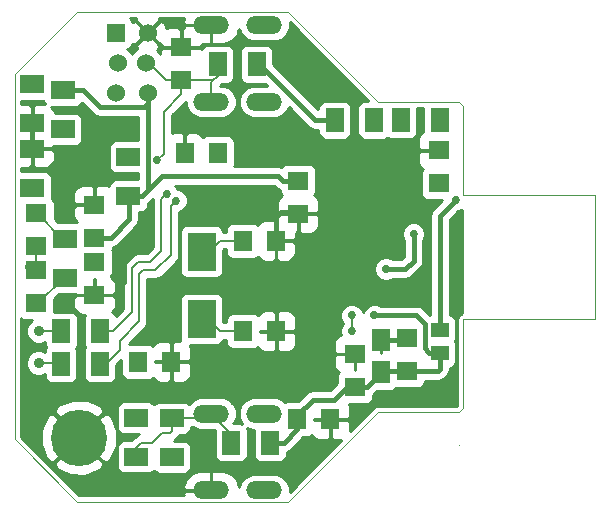
<source format=gbl>
G04 (created by PCBNEW-RS274X (2010-03-14)-final) date Fri 09 Nov 2012 11:02:30 AM EST*
G01*
G70*
G90*
%MOIN*%
G04 Gerber Fmt 3.4, Leading zero omitted, Abs format*
%FSLAX34Y34*%
G04 APERTURE LIST*
%ADD10C,0.006000*%
%ADD11C,0.001000*%
%ADD12R,0.071000X0.063000*%
%ADD13R,0.063000X0.071000*%
%ADD14R,0.060000X0.080000*%
%ADD15R,0.080000X0.060000*%
%ADD16O,0.118700X0.059300*%
%ADD17R,0.059100X0.076800*%
%ADD18C,0.187500*%
%ADD19R,0.095000X0.125000*%
%ADD20R,0.060000X0.060000*%
%ADD21C,0.060000*%
%ADD22C,0.035000*%
%ADD23R,0.059000X0.051200*%
%ADD24C,0.027500*%
%ADD25C,0.008000*%
%ADD26C,0.015000*%
%ADD27C,0.010000*%
G04 APERTURE END LIST*
G54D10*
G54D11*
X59035Y-37118D02*
X59035Y-34165D01*
X46153Y-23929D02*
X50299Y-23929D01*
X44083Y-38173D02*
X44083Y-26000D01*
X44083Y-38174D02*
X44083Y-38173D01*
X46153Y-40244D02*
X44083Y-38174D01*
X47543Y-40244D02*
X46153Y-40244D01*
X44083Y-25999D02*
X44083Y-26000D01*
X46153Y-23929D02*
X44083Y-25999D01*
X53209Y-40244D02*
X47543Y-40244D01*
X56201Y-37252D02*
X53209Y-40244D01*
X58898Y-37252D02*
X56201Y-37252D01*
X58901Y-37252D02*
X58898Y-37252D01*
X59035Y-37118D02*
X58901Y-37252D01*
X58901Y-38346D02*
X58898Y-38346D01*
X58901Y-26921D02*
X58677Y-26921D01*
X59035Y-27055D02*
X58901Y-26921D01*
X59035Y-29260D02*
X59035Y-27055D01*
X59035Y-30016D02*
X59035Y-29260D01*
X59035Y-30016D02*
X59035Y-30020D01*
X56201Y-26921D02*
X58677Y-26921D01*
X53209Y-23929D02*
X56201Y-26921D01*
X50295Y-23929D02*
X53209Y-23929D01*
X59370Y-34165D02*
X59035Y-34165D01*
X63437Y-30016D02*
X59035Y-30016D01*
X63437Y-34165D02*
X59370Y-34165D01*
X63437Y-30016D02*
X63437Y-34165D01*
G54D12*
X44807Y-30639D03*
X44807Y-31739D03*
G54D13*
X52802Y-34563D03*
X51702Y-34563D03*
X49306Y-35583D03*
X48206Y-35583D03*
X54601Y-37496D03*
X53501Y-37496D03*
G54D12*
X46740Y-33357D03*
X46740Y-32257D03*
X55425Y-36424D03*
X55425Y-35324D03*
X46740Y-30352D03*
X46740Y-31452D03*
X53535Y-29548D03*
X53535Y-30648D03*
G54D13*
X49749Y-28634D03*
X50849Y-28634D03*
G54D12*
X58220Y-29640D03*
X58220Y-28540D03*
X57149Y-35904D03*
X57149Y-34804D03*
X49642Y-26203D03*
X49642Y-25103D03*
G54D14*
X58256Y-27524D03*
X56956Y-27524D03*
X56055Y-27528D03*
X54755Y-27528D03*
G54D15*
X45775Y-31480D03*
X45775Y-32780D03*
X49319Y-37460D03*
X49319Y-38760D03*
X48126Y-37456D03*
X48126Y-38756D03*
G54D14*
X51299Y-38287D03*
X52599Y-38287D03*
G54D15*
X44665Y-26338D03*
X44665Y-27638D03*
X44665Y-29776D03*
X44665Y-28476D03*
X45689Y-27839D03*
X45689Y-26539D03*
G54D14*
X52146Y-25665D03*
X50846Y-25665D03*
G54D15*
X47874Y-28755D03*
X47874Y-30055D03*
G54D16*
X50631Y-26917D03*
X50631Y-24359D03*
X52401Y-26917D03*
X52401Y-24359D03*
X50631Y-39866D03*
X50631Y-37308D03*
X52401Y-39866D03*
X52401Y-37308D03*
G54D13*
X52798Y-31547D03*
X51698Y-31547D03*
G54D12*
X44803Y-33633D03*
X44803Y-32533D03*
G54D17*
X56295Y-35923D03*
X56295Y-34841D03*
G54D18*
X46224Y-38114D03*
G54D19*
X50315Y-31910D03*
X50315Y-34160D03*
G54D20*
X47471Y-24618D03*
G54D21*
X48521Y-24618D03*
X47521Y-25618D03*
X48471Y-25618D03*
X47471Y-26618D03*
X48521Y-26618D03*
G54D22*
X44878Y-35630D03*
X44890Y-34559D03*
G54D14*
X46937Y-34563D03*
X45637Y-34563D03*
X46926Y-35646D03*
X45626Y-35646D03*
G54D23*
X58252Y-34527D03*
X58252Y-35277D03*
G54D24*
X47953Y-28689D03*
X48838Y-28866D03*
X55319Y-34559D03*
X55319Y-34035D03*
X58799Y-30181D03*
X56075Y-34035D03*
X57378Y-31323D03*
X53500Y-37405D03*
X58256Y-27618D03*
X56461Y-32492D03*
X54783Y-27465D03*
X53449Y-29646D03*
X46665Y-31531D03*
X50374Y-31886D03*
X45685Y-27874D03*
X49346Y-38748D03*
X48134Y-37362D03*
X48256Y-35551D03*
X49154Y-29984D03*
X44579Y-26358D03*
X44850Y-29866D03*
X50748Y-28827D03*
X49469Y-30213D03*
X58307Y-29713D03*
X56079Y-27650D03*
X56941Y-27642D03*
X55362Y-35323D03*
X54665Y-37437D03*
X58201Y-28472D03*
X53476Y-30567D03*
X49224Y-35567D03*
X49803Y-28626D03*
X46685Y-30398D03*
X52823Y-34693D03*
X57012Y-34705D03*
X46763Y-33532D03*
X47681Y-31665D03*
X46598Y-32283D03*
X44571Y-32417D03*
X44760Y-33642D03*
X50291Y-34295D03*
G54D25*
X47953Y-28689D02*
X47887Y-28755D01*
X47887Y-28755D02*
X47874Y-28755D01*
X50846Y-26059D02*
X50846Y-25665D01*
X50706Y-26203D02*
X50846Y-26063D01*
X49136Y-26203D02*
X49642Y-26203D01*
X50631Y-26917D02*
X50631Y-26274D01*
X50631Y-26274D02*
X50846Y-26059D01*
X49642Y-26203D02*
X50706Y-26203D01*
X50846Y-26063D02*
X50846Y-25665D01*
X48838Y-28866D02*
X49047Y-28657D01*
X48551Y-25618D02*
X49136Y-26203D01*
X48471Y-25618D02*
X48551Y-25618D01*
X49642Y-26653D02*
X49642Y-26203D01*
X49047Y-27248D02*
X49642Y-26653D01*
X49047Y-28657D02*
X49047Y-27248D01*
X55319Y-34035D02*
X55319Y-34559D01*
G54D26*
X58252Y-34527D02*
X58252Y-30728D01*
X58252Y-30728D02*
X58799Y-30181D01*
X58252Y-30728D02*
X58252Y-34535D01*
X58799Y-30181D02*
X58252Y-30728D01*
X57472Y-34035D02*
X57472Y-34039D01*
X57907Y-35277D02*
X58252Y-35277D01*
X57744Y-35114D02*
X57907Y-35277D01*
X57744Y-34311D02*
X57744Y-35114D01*
X57472Y-34039D02*
X57744Y-34311D01*
X57149Y-35904D02*
X58183Y-35904D01*
X58183Y-35904D02*
X58252Y-35835D01*
X58252Y-35835D02*
X58252Y-35277D01*
X57472Y-34035D02*
X56075Y-34035D01*
G54D25*
X52239Y-25665D02*
X52146Y-25665D01*
G54D26*
X48521Y-26618D02*
X48521Y-29861D01*
G54D25*
X47288Y-31452D02*
X47909Y-30831D01*
X53535Y-29560D02*
X53535Y-29548D01*
X47909Y-30090D02*
X47874Y-30055D01*
X53052Y-38287D02*
X53501Y-37838D01*
X58256Y-27618D02*
X58256Y-27524D01*
X47909Y-30831D02*
X47909Y-30090D01*
X48311Y-30055D02*
X47874Y-30055D01*
G54D26*
X56314Y-35904D02*
X56295Y-35923D01*
G54D25*
X54783Y-27465D02*
X54755Y-27493D01*
X54755Y-27493D02*
X54755Y-27528D01*
G54D26*
X55836Y-36424D02*
X55425Y-36424D01*
X56295Y-35923D02*
X56295Y-35965D01*
X56295Y-35965D02*
X55836Y-36424D01*
G54D25*
X54102Y-27528D02*
X52239Y-25665D01*
X53500Y-37405D02*
X53501Y-37406D01*
X54724Y-36862D02*
X54012Y-36862D01*
X55425Y-36424D02*
X55162Y-36424D01*
X54012Y-36862D02*
X53501Y-37373D01*
X55162Y-36424D02*
X54724Y-36862D01*
X53501Y-37838D02*
X53501Y-37496D01*
X57218Y-35835D02*
X57149Y-35904D01*
X46740Y-31456D02*
X46740Y-31452D01*
G54D26*
X57218Y-35835D02*
X57149Y-35904D01*
G54D25*
X56314Y-35904D02*
X56295Y-35923D01*
G54D26*
X57149Y-35904D02*
X56314Y-35904D01*
G54D25*
X53449Y-29646D02*
X53535Y-29560D01*
X53501Y-37406D02*
X53501Y-37496D01*
X46665Y-31531D02*
X46740Y-31456D01*
X48311Y-30055D02*
X47874Y-30055D01*
G54D26*
X52599Y-38287D02*
X53052Y-38287D01*
X53052Y-38287D02*
X53501Y-37838D01*
X53501Y-37838D02*
X53501Y-37496D01*
X52874Y-29386D02*
X48980Y-29386D01*
X54755Y-27528D02*
X54102Y-27528D01*
X57378Y-32224D02*
X57378Y-31323D01*
X56461Y-32492D02*
X57110Y-32492D01*
X48327Y-30055D02*
X47874Y-30055D01*
X47909Y-30831D02*
X47909Y-30090D01*
X52239Y-25665D02*
X52146Y-25665D01*
X45689Y-26539D02*
X46370Y-26539D01*
X48521Y-29861D02*
X48327Y-30055D01*
X46740Y-31452D02*
X47288Y-31452D01*
X57110Y-32492D02*
X57378Y-32224D01*
X54102Y-27528D02*
X52239Y-25665D01*
G54D25*
X53036Y-29548D02*
X52874Y-29386D01*
G54D26*
X48980Y-29386D02*
X48311Y-30055D01*
X48521Y-26959D02*
X48521Y-26618D01*
X46917Y-27086D02*
X48394Y-27086D01*
X47288Y-31452D02*
X47909Y-30831D01*
X47909Y-30090D02*
X47874Y-30055D01*
X53501Y-37496D02*
X53501Y-37373D01*
X53501Y-37373D02*
X54012Y-36862D01*
X54012Y-36862D02*
X54713Y-36862D01*
X53535Y-29548D02*
X53036Y-29548D01*
G54D25*
X48980Y-29386D02*
X48311Y-30055D01*
G54D26*
X53036Y-29548D02*
X52874Y-29386D01*
G54D25*
X52874Y-29386D02*
X48980Y-29386D01*
G54D26*
X46370Y-26539D02*
X46917Y-27086D01*
X48311Y-30055D02*
X47874Y-30055D01*
X54713Y-36862D02*
X55151Y-36424D01*
X55151Y-36424D02*
X55425Y-36424D01*
X48394Y-27086D02*
X48521Y-26959D01*
G54D25*
X50315Y-31910D02*
X50570Y-31910D01*
X50933Y-31547D02*
X51698Y-31547D01*
X50570Y-31910D02*
X50933Y-31547D01*
X50350Y-31910D02*
X50315Y-31910D01*
X50374Y-31886D02*
X50350Y-31910D01*
X45689Y-27870D02*
X45689Y-27839D01*
X45685Y-27874D02*
X45689Y-27870D01*
X48980Y-37953D02*
X49267Y-37953D01*
X48284Y-38287D02*
X48646Y-38287D01*
X48646Y-38287D02*
X48980Y-37953D01*
X48126Y-38445D02*
X48284Y-38287D01*
X49319Y-37901D02*
X49319Y-37460D01*
X48126Y-38756D02*
X48126Y-38445D01*
X50479Y-37460D02*
X50631Y-37308D01*
X51299Y-37976D02*
X50631Y-37308D01*
X49319Y-37460D02*
X50479Y-37460D01*
X51299Y-38287D02*
X51299Y-37976D01*
X49267Y-37953D02*
X49319Y-37901D01*
X49346Y-38748D02*
X49334Y-38760D01*
X49334Y-38760D02*
X49319Y-38760D01*
X45672Y-31480D02*
X44831Y-30639D01*
X44831Y-30639D02*
X44807Y-30639D01*
X45775Y-31480D02*
X45672Y-31480D01*
X48134Y-37362D02*
X48126Y-37370D01*
X48126Y-37370D02*
X48126Y-37456D01*
X48256Y-35551D02*
X48224Y-35583D01*
X48224Y-35583D02*
X48206Y-35583D01*
X48976Y-31886D02*
X48598Y-32264D01*
X48976Y-30162D02*
X48976Y-31886D01*
X49154Y-29984D02*
X48976Y-30162D01*
X48598Y-32264D02*
X48197Y-32264D01*
X47366Y-34563D02*
X46937Y-34563D01*
X48000Y-33929D02*
X47366Y-34563D01*
X48000Y-32461D02*
X48000Y-33929D01*
X48197Y-32264D02*
X48000Y-32461D01*
X44579Y-26358D02*
X44599Y-26338D01*
X44599Y-26338D02*
X44665Y-26338D01*
X44850Y-29866D02*
X44760Y-29776D01*
X44760Y-29776D02*
X44665Y-29776D01*
X50849Y-28726D02*
X50849Y-28634D01*
X50748Y-28827D02*
X50849Y-28726D01*
X47579Y-34877D02*
X47579Y-35193D01*
X48351Y-32539D02*
X48220Y-32670D01*
X47126Y-35646D02*
X46926Y-35646D01*
X49280Y-30402D02*
X49280Y-32031D01*
X49280Y-32031D02*
X48772Y-32539D01*
X48772Y-32539D02*
X48351Y-32539D01*
X49469Y-30213D02*
X49280Y-30402D01*
X48220Y-34236D02*
X47579Y-34877D01*
X48220Y-32670D02*
X48220Y-34236D01*
X47579Y-35193D02*
X47126Y-35646D01*
X44890Y-34559D02*
X45633Y-34559D01*
X45633Y-34559D02*
X45637Y-34563D01*
X44878Y-35630D02*
X45610Y-35630D01*
X45610Y-35630D02*
X45626Y-35646D01*
X58234Y-29640D02*
X58220Y-29640D01*
X58307Y-29713D02*
X58234Y-29640D01*
X56079Y-27650D02*
X56055Y-27626D01*
X56055Y-27626D02*
X56055Y-27528D01*
X56941Y-27642D02*
X56956Y-27627D01*
X56956Y-27627D02*
X56956Y-27524D01*
X54606Y-37496D02*
X54601Y-37496D01*
X54665Y-37437D02*
X54606Y-37496D01*
X53535Y-30626D02*
X53535Y-30648D01*
X55363Y-35324D02*
X55425Y-35324D01*
X49240Y-35583D02*
X49306Y-35583D01*
X53476Y-30567D02*
X53535Y-30626D01*
X55362Y-35323D02*
X55363Y-35324D01*
X53481Y-30594D02*
X53535Y-30648D01*
X49803Y-28626D02*
X49795Y-28634D01*
X46731Y-30352D02*
X46740Y-30352D01*
X49795Y-28634D02*
X49749Y-28634D01*
X49224Y-35567D02*
X49240Y-35583D01*
X46763Y-33532D02*
X46740Y-33509D01*
X57111Y-34804D02*
X57149Y-34804D01*
X52802Y-34672D02*
X52802Y-34563D01*
X46685Y-30398D02*
X46731Y-30352D01*
X57012Y-34705D02*
X57111Y-34804D01*
X47799Y-31783D02*
X47799Y-32953D01*
X47799Y-32953D02*
X47395Y-33357D01*
X47395Y-33357D02*
X46740Y-33357D01*
X52798Y-30749D02*
X52953Y-30594D01*
X52953Y-30594D02*
X53481Y-30594D01*
G54D26*
X57112Y-34841D02*
X57149Y-34804D01*
G54D25*
X46740Y-33509D02*
X46740Y-33357D01*
X58201Y-28472D02*
X58220Y-28491D01*
X47681Y-31665D02*
X47799Y-31783D01*
G54D26*
X52953Y-30594D02*
X53481Y-30594D01*
G54D25*
X52823Y-34693D02*
X52802Y-34672D01*
G54D26*
X44665Y-27638D02*
X44665Y-28476D01*
X52798Y-30749D02*
X52953Y-30594D01*
X56295Y-34841D02*
X57112Y-34841D01*
G54D25*
X58220Y-28491D02*
X58220Y-28540D01*
G54D26*
X52798Y-31547D02*
X52798Y-30749D01*
X53481Y-30594D02*
X53535Y-30648D01*
G54D25*
X44807Y-32529D02*
X44803Y-32533D01*
X44571Y-32417D02*
X44687Y-32533D01*
X44687Y-32533D02*
X44803Y-32533D01*
X46624Y-32257D02*
X46740Y-32257D01*
X46598Y-32283D02*
X46624Y-32257D01*
X44807Y-31739D02*
X44807Y-32529D01*
X44760Y-33642D02*
X44769Y-33633D01*
X44769Y-33633D02*
X44803Y-33633D01*
X45775Y-32780D02*
X45712Y-32780D01*
X44859Y-33633D02*
X44803Y-33633D01*
X45712Y-32780D02*
X44859Y-33633D01*
X50315Y-34271D02*
X50315Y-34160D01*
X50538Y-34160D02*
X50941Y-34563D01*
X50941Y-34563D02*
X51702Y-34563D01*
X50315Y-34160D02*
X50538Y-34160D01*
X50291Y-34295D02*
X50315Y-34271D01*
G54D27*
X47939Y-24134D02*
X48142Y-24134D01*
X48899Y-24134D02*
X49736Y-24134D01*
X47998Y-24214D02*
X48134Y-24214D01*
X48908Y-24214D02*
X49710Y-24214D01*
X48180Y-24294D02*
X48214Y-24294D01*
X48828Y-24294D02*
X48862Y-24294D01*
X49078Y-24294D02*
X49735Y-24294D01*
X53250Y-24294D02*
X53284Y-24294D01*
X48260Y-24374D02*
X48294Y-24374D01*
X48748Y-24374D02*
X48782Y-24374D01*
X49109Y-24374D02*
X49774Y-24374D01*
X50619Y-24374D02*
X50643Y-24374D01*
X53250Y-24374D02*
X53364Y-24374D01*
X48340Y-24454D02*
X48374Y-24454D01*
X48668Y-24454D02*
X48702Y-24454D01*
X49140Y-24454D02*
X49180Y-24454D01*
X49559Y-24454D02*
X49713Y-24454D01*
X50619Y-24454D02*
X50643Y-24454D01*
X53250Y-24454D02*
X53444Y-24454D01*
X48420Y-24534D02*
X48454Y-24534D01*
X48588Y-24534D02*
X48622Y-24534D01*
X49630Y-24534D02*
X49654Y-24534D01*
X50619Y-24534D02*
X50643Y-24534D01*
X51541Y-24534D02*
X51580Y-24534D01*
X53221Y-24534D02*
X53524Y-24534D01*
X48500Y-24614D02*
X48542Y-24614D01*
X49630Y-24614D02*
X49654Y-24614D01*
X50619Y-24614D02*
X50643Y-24614D01*
X51515Y-24614D02*
X51613Y-24614D01*
X53188Y-24614D02*
X53604Y-24614D01*
X48428Y-24694D02*
X48462Y-24694D01*
X48580Y-24694D02*
X48614Y-24694D01*
X49630Y-24694D02*
X49654Y-24694D01*
X50619Y-24694D02*
X50643Y-24694D01*
X51489Y-24694D02*
X51665Y-24694D01*
X53137Y-24694D02*
X53684Y-24694D01*
X48348Y-24774D02*
X48382Y-24774D01*
X48660Y-24774D02*
X48694Y-24774D01*
X49630Y-24774D02*
X49654Y-24774D01*
X50619Y-24774D02*
X50643Y-24774D01*
X51428Y-24774D02*
X51745Y-24774D01*
X53057Y-24774D02*
X53764Y-24774D01*
X48268Y-24854D02*
X48302Y-24854D01*
X48740Y-24854D02*
X48774Y-24854D01*
X49630Y-24854D02*
X49654Y-24854D01*
X50619Y-24854D02*
X50643Y-24854D01*
X51349Y-24854D02*
X51882Y-24854D01*
X52919Y-24854D02*
X53844Y-24854D01*
X48188Y-24934D02*
X48222Y-24934D01*
X48820Y-24934D02*
X48854Y-24934D01*
X49630Y-24934D02*
X49654Y-24934D01*
X50619Y-24934D02*
X50643Y-24934D01*
X51230Y-24934D02*
X53924Y-24934D01*
X48000Y-25014D02*
X48142Y-25014D01*
X48900Y-25014D02*
X48947Y-25014D01*
X49630Y-25014D02*
X49654Y-25014D01*
X50336Y-25014D02*
X54004Y-25014D01*
X47947Y-25094D02*
X48141Y-25094D01*
X48900Y-25094D02*
X50365Y-25094D01*
X51327Y-25094D02*
X51665Y-25094D01*
X52627Y-25094D02*
X54084Y-25094D01*
X47853Y-25174D02*
X48139Y-25174D01*
X48846Y-25174D02*
X48965Y-25174D01*
X51378Y-25174D02*
X51615Y-25174D01*
X52678Y-25174D02*
X54164Y-25174D01*
X47933Y-25254D02*
X48059Y-25254D01*
X48883Y-25254D02*
X48937Y-25254D01*
X51395Y-25254D02*
X51597Y-25254D01*
X52695Y-25254D02*
X54244Y-25254D01*
X51395Y-25334D02*
X51597Y-25334D01*
X52695Y-25334D02*
X54324Y-25334D01*
X51395Y-25414D02*
X51597Y-25414D01*
X52695Y-25414D02*
X54404Y-25414D01*
X51395Y-25494D02*
X51597Y-25494D01*
X52695Y-25494D02*
X54484Y-25494D01*
X51395Y-25574D02*
X51597Y-25574D01*
X52695Y-25574D02*
X54564Y-25574D01*
X51395Y-25654D02*
X51597Y-25654D01*
X52695Y-25654D02*
X54644Y-25654D01*
X51395Y-25734D02*
X51597Y-25734D01*
X52768Y-25734D02*
X54724Y-25734D01*
X51395Y-25814D02*
X51597Y-25814D01*
X52848Y-25814D02*
X54804Y-25814D01*
X51395Y-25894D02*
X51597Y-25894D01*
X52928Y-25894D02*
X54884Y-25894D01*
X51395Y-25974D02*
X51597Y-25974D01*
X53008Y-25974D02*
X54964Y-25974D01*
X51395Y-26054D02*
X51597Y-26054D01*
X53088Y-26054D02*
X55044Y-26054D01*
X51387Y-26134D02*
X51605Y-26134D01*
X53168Y-26134D02*
X55124Y-26134D01*
X51349Y-26214D02*
X51643Y-26214D01*
X53248Y-26214D02*
X55204Y-26214D01*
X51243Y-26294D02*
X51748Y-26294D01*
X53328Y-26294D02*
X55284Y-26294D01*
X50944Y-26374D02*
X52488Y-26374D01*
X53408Y-26374D02*
X55364Y-26374D01*
X51227Y-26454D02*
X51805Y-26454D01*
X53488Y-26454D02*
X55444Y-26454D01*
X51319Y-26534D02*
X51713Y-26534D01*
X53568Y-26534D02*
X55524Y-26534D01*
X51399Y-26614D02*
X51634Y-26614D01*
X53648Y-26614D02*
X55604Y-26614D01*
X51432Y-26694D02*
X51601Y-26694D01*
X53728Y-26694D02*
X55684Y-26694D01*
X51465Y-26774D02*
X51567Y-26774D01*
X53808Y-26774D02*
X55764Y-26774D01*
X51480Y-26854D02*
X51552Y-26854D01*
X53888Y-26854D02*
X55844Y-26854D01*
X49771Y-26934D02*
X49782Y-26934D01*
X51480Y-26934D02*
X51552Y-26934D01*
X53968Y-26934D02*
X54297Y-26934D01*
X55213Y-26934D02*
X55597Y-26934D01*
X49691Y-27014D02*
X49782Y-27014D01*
X51480Y-27014D02*
X51552Y-27014D01*
X54048Y-27014D02*
X54233Y-27014D01*
X55278Y-27014D02*
X55533Y-27014D01*
X49611Y-27094D02*
X49811Y-27094D01*
X51450Y-27094D02*
X51581Y-27094D01*
X54128Y-27094D02*
X54206Y-27094D01*
X55304Y-27094D02*
X55506Y-27094D01*
X49531Y-27174D02*
X49844Y-27174D01*
X51417Y-27174D02*
X51614Y-27174D01*
X53187Y-27174D02*
X53289Y-27174D01*
X55304Y-27174D02*
X55506Y-27174D01*
X57505Y-27174D02*
X57707Y-27174D01*
X49451Y-27254D02*
X49897Y-27254D01*
X51365Y-27254D02*
X51667Y-27254D01*
X53135Y-27254D02*
X53369Y-27254D01*
X55304Y-27254D02*
X55506Y-27254D01*
X57505Y-27254D02*
X57707Y-27254D01*
X49371Y-27334D02*
X49977Y-27334D01*
X51285Y-27334D02*
X51747Y-27334D01*
X53055Y-27334D02*
X53449Y-27334D01*
X55304Y-27334D02*
X55506Y-27334D01*
X57505Y-27334D02*
X57707Y-27334D01*
X49337Y-27414D02*
X50117Y-27414D01*
X51144Y-27414D02*
X51887Y-27414D01*
X52914Y-27414D02*
X53529Y-27414D01*
X55304Y-27414D02*
X55506Y-27414D01*
X57505Y-27414D02*
X57707Y-27414D01*
X49337Y-27494D02*
X53609Y-27494D01*
X55304Y-27494D02*
X55506Y-27494D01*
X57505Y-27494D02*
X57707Y-27494D01*
X49337Y-27574D02*
X53689Y-27574D01*
X55304Y-27574D02*
X55506Y-27574D01*
X57505Y-27574D02*
X57707Y-27574D01*
X49337Y-27654D02*
X53769Y-27654D01*
X55304Y-27654D02*
X55506Y-27654D01*
X57505Y-27654D02*
X57707Y-27654D01*
X49337Y-27734D02*
X53849Y-27734D01*
X55304Y-27734D02*
X55506Y-27734D01*
X57505Y-27734D02*
X57707Y-27734D01*
X49337Y-27814D02*
X53956Y-27814D01*
X55304Y-27814D02*
X55506Y-27814D01*
X57505Y-27814D02*
X57707Y-27814D01*
X49337Y-27894D02*
X54206Y-27894D01*
X55304Y-27894D02*
X55506Y-27894D01*
X57505Y-27894D02*
X57707Y-27894D01*
X49695Y-27974D02*
X49803Y-27974D01*
X50240Y-27974D02*
X54206Y-27974D01*
X55304Y-27974D02*
X55506Y-27974D01*
X57505Y-27974D02*
X57623Y-27974D01*
X49737Y-28054D02*
X49761Y-28054D01*
X50333Y-28054D02*
X50427Y-28054D01*
X51272Y-28054D02*
X54237Y-28054D01*
X55272Y-28054D02*
X55537Y-28054D01*
X57471Y-28054D02*
X57559Y-28054D01*
X49737Y-28134D02*
X49761Y-28134D01*
X51371Y-28134D02*
X54309Y-28134D01*
X55201Y-28134D02*
X55609Y-28134D01*
X56500Y-28134D02*
X56514Y-28134D01*
X57398Y-28134D02*
X57526Y-28134D01*
X49737Y-28214D02*
X49761Y-28214D01*
X51407Y-28214D02*
X57516Y-28214D01*
X49737Y-28294D02*
X49761Y-28294D01*
X51413Y-28294D02*
X57516Y-28294D01*
X49737Y-28374D02*
X49761Y-28374D01*
X51413Y-28374D02*
X57516Y-28374D01*
X49737Y-28454D02*
X49761Y-28454D01*
X51413Y-28454D02*
X57528Y-28454D01*
X49737Y-28534D02*
X49761Y-28534D01*
X51413Y-28534D02*
X58232Y-28534D01*
X49737Y-28614D02*
X49761Y-28614D01*
X51413Y-28614D02*
X57540Y-28614D01*
X51413Y-28694D02*
X57515Y-28694D01*
X51413Y-28774D02*
X57515Y-28774D01*
X51413Y-28854D02*
X57515Y-28854D01*
X51413Y-28934D02*
X57520Y-28934D01*
X51413Y-29014D02*
X53059Y-29014D01*
X54012Y-29014D02*
X57553Y-29014D01*
X54102Y-29094D02*
X57610Y-29094D01*
X54135Y-29174D02*
X57664Y-29174D01*
X54139Y-29254D02*
X57625Y-29254D01*
X54139Y-29334D02*
X57616Y-29334D01*
X54139Y-29414D02*
X57616Y-29414D01*
X54139Y-29494D02*
X57616Y-29494D01*
X54139Y-29574D02*
X57616Y-29574D01*
X54139Y-29654D02*
X57616Y-29654D01*
X49450Y-29734D02*
X52761Y-29734D01*
X54139Y-29734D02*
X57616Y-29734D01*
X49501Y-29814D02*
X52860Y-29814D01*
X54139Y-29814D02*
X57616Y-29814D01*
X49696Y-29894D02*
X52931Y-29894D01*
X54139Y-29894D02*
X57616Y-29894D01*
X49776Y-29974D02*
X52956Y-29974D01*
X54113Y-29974D02*
X57616Y-29974D01*
X49821Y-30054D02*
X52966Y-30054D01*
X54105Y-30054D02*
X57636Y-30054D01*
X49855Y-30134D02*
X52886Y-30134D01*
X54185Y-30134D02*
X57692Y-30134D01*
X48626Y-30214D02*
X48686Y-30214D01*
X49855Y-30214D02*
X52852Y-30214D01*
X54219Y-30214D02*
X58306Y-30214D01*
X48543Y-30294D02*
X48686Y-30294D01*
X49853Y-30294D02*
X52831Y-30294D01*
X54240Y-30294D02*
X58226Y-30294D01*
X48523Y-30374D02*
X48686Y-30374D01*
X49819Y-30374D02*
X52831Y-30374D01*
X54240Y-30374D02*
X58146Y-30374D01*
X48502Y-30454D02*
X48686Y-30454D01*
X49773Y-30454D02*
X52831Y-30454D01*
X54240Y-30454D02*
X58066Y-30454D01*
X48447Y-30534D02*
X48686Y-30534D01*
X49693Y-30534D02*
X52831Y-30534D01*
X54240Y-30534D02*
X57999Y-30534D01*
X58954Y-30534D02*
X58985Y-30534D01*
X48234Y-30614D02*
X48686Y-30614D01*
X49570Y-30614D02*
X52895Y-30614D01*
X54175Y-30614D02*
X57950Y-30614D01*
X58825Y-30614D02*
X58985Y-30614D01*
X48234Y-30694D02*
X48686Y-30694D01*
X49570Y-30694D02*
X52883Y-30694D01*
X53523Y-30694D02*
X53547Y-30694D01*
X54187Y-30694D02*
X57934Y-30694D01*
X58745Y-30694D02*
X58985Y-30694D01*
X48234Y-30774D02*
X48686Y-30774D01*
X49570Y-30774D02*
X52830Y-30774D01*
X53523Y-30774D02*
X53547Y-30774D01*
X54239Y-30774D02*
X57927Y-30774D01*
X58665Y-30774D02*
X58985Y-30774D01*
X48229Y-30854D02*
X48686Y-30854D01*
X49570Y-30854D02*
X52388Y-30854D01*
X52711Y-30854D02*
X52830Y-30854D01*
X53523Y-30854D02*
X53547Y-30854D01*
X54239Y-30854D02*
X57927Y-30854D01*
X58585Y-30854D02*
X58985Y-30854D01*
X48213Y-30934D02*
X48686Y-30934D01*
X49570Y-30934D02*
X52248Y-30934D01*
X52786Y-30934D02*
X52810Y-30934D01*
X53523Y-30934D02*
X53547Y-30934D01*
X54239Y-30934D02*
X57927Y-30934D01*
X58577Y-30934D02*
X58985Y-30934D01*
X48170Y-31014D02*
X48686Y-31014D01*
X49570Y-31014D02*
X51209Y-31014D01*
X52786Y-31014D02*
X52810Y-31014D01*
X53523Y-31014D02*
X53547Y-31014D01*
X54239Y-31014D02*
X57142Y-31014D01*
X57615Y-31014D02*
X57927Y-31014D01*
X58577Y-31014D02*
X58985Y-31014D01*
X48106Y-31094D02*
X48686Y-31094D01*
X49570Y-31094D02*
X49679Y-31094D01*
X50951Y-31094D02*
X51155Y-31094D01*
X52786Y-31094D02*
X52810Y-31094D01*
X53523Y-31094D02*
X53547Y-31094D01*
X54213Y-31094D02*
X57062Y-31094D01*
X57695Y-31094D02*
X57927Y-31094D01*
X58577Y-31094D02*
X58985Y-31094D01*
X48026Y-31174D02*
X48686Y-31174D01*
X49570Y-31174D02*
X49617Y-31174D01*
X51014Y-31174D02*
X51134Y-31174D01*
X52786Y-31174D02*
X52810Y-31174D01*
X53523Y-31174D02*
X53547Y-31174D01*
X54172Y-31174D02*
X57023Y-31174D01*
X57735Y-31174D02*
X57927Y-31174D01*
X58577Y-31174D02*
X58985Y-31174D01*
X47946Y-31254D02*
X48686Y-31254D01*
X49570Y-31254D02*
X49591Y-31254D01*
X51039Y-31254D02*
X51134Y-31254D01*
X52786Y-31254D02*
X52810Y-31254D01*
X53494Y-31254D02*
X53575Y-31254D01*
X54092Y-31254D02*
X56992Y-31254D01*
X57764Y-31254D02*
X57927Y-31254D01*
X58577Y-31254D02*
X58985Y-31254D01*
X47866Y-31334D02*
X48686Y-31334D01*
X49570Y-31334D02*
X49591Y-31334D01*
X52786Y-31334D02*
X52810Y-31334D01*
X53463Y-31334D02*
X56992Y-31334D01*
X57764Y-31334D02*
X57927Y-31334D01*
X58577Y-31334D02*
X58985Y-31334D01*
X47786Y-31414D02*
X48686Y-31414D01*
X49570Y-31414D02*
X49591Y-31414D01*
X52786Y-31414D02*
X52810Y-31414D01*
X53463Y-31414D02*
X56997Y-31414D01*
X57758Y-31414D02*
X57927Y-31414D01*
X58577Y-31414D02*
X58985Y-31414D01*
X47706Y-31494D02*
X48686Y-31494D01*
X49570Y-31494D02*
X49591Y-31494D01*
X52786Y-31494D02*
X52810Y-31494D01*
X53417Y-31494D02*
X57031Y-31494D01*
X57724Y-31494D02*
X57927Y-31494D01*
X58577Y-31494D02*
X58985Y-31494D01*
X47626Y-31574D02*
X48686Y-31574D01*
X49570Y-31574D02*
X49591Y-31574D01*
X52786Y-31574D02*
X52810Y-31574D01*
X53391Y-31574D02*
X57053Y-31574D01*
X57703Y-31574D02*
X57927Y-31574D01*
X58577Y-31574D02*
X58985Y-31574D01*
X47546Y-31654D02*
X48686Y-31654D01*
X49570Y-31654D02*
X49591Y-31654D01*
X52786Y-31654D02*
X52810Y-31654D01*
X53462Y-31654D02*
X57053Y-31654D01*
X57703Y-31654D02*
X57927Y-31654D01*
X58577Y-31654D02*
X58985Y-31654D01*
X47439Y-31734D02*
X48686Y-31734D01*
X49570Y-31734D02*
X49591Y-31734D01*
X52786Y-31734D02*
X52810Y-31734D01*
X53462Y-31734D02*
X57053Y-31734D01*
X57703Y-31734D02*
X57927Y-31734D01*
X58577Y-31734D02*
X58985Y-31734D01*
X47344Y-31814D02*
X48638Y-31814D01*
X49570Y-31814D02*
X49591Y-31814D01*
X52786Y-31814D02*
X52810Y-31814D01*
X53462Y-31814D02*
X57053Y-31814D01*
X57703Y-31814D02*
X57927Y-31814D01*
X58577Y-31814D02*
X58985Y-31814D01*
X47344Y-31894D02*
X48558Y-31894D01*
X49570Y-31894D02*
X49591Y-31894D01*
X51039Y-31894D02*
X51134Y-31894D01*
X52786Y-31894D02*
X52810Y-31894D01*
X53462Y-31894D02*
X57053Y-31894D01*
X57703Y-31894D02*
X57927Y-31894D01*
X58577Y-31894D02*
X58985Y-31894D01*
X47344Y-31974D02*
X48197Y-31974D01*
X49570Y-31974D02*
X49591Y-31974D01*
X51039Y-31974D02*
X51143Y-31974D01*
X52786Y-31974D02*
X52810Y-31974D01*
X53461Y-31974D02*
X57053Y-31974D01*
X57703Y-31974D02*
X57927Y-31974D01*
X58577Y-31974D02*
X58985Y-31974D01*
X47344Y-32054D02*
X48000Y-32054D01*
X49565Y-32054D02*
X49591Y-32054D01*
X51039Y-32054D02*
X51183Y-32054D01*
X52786Y-32054D02*
X52810Y-32054D01*
X53428Y-32054D02*
X57053Y-32054D01*
X57703Y-32054D02*
X57927Y-32054D01*
X58577Y-32054D02*
X58985Y-32054D01*
X47344Y-32134D02*
X47917Y-32134D01*
X49549Y-32134D02*
X49591Y-32134D01*
X51039Y-32134D02*
X51292Y-32134D01*
X52103Y-32134D02*
X52221Y-32134D01*
X52786Y-32134D02*
X52810Y-32134D01*
X53374Y-32134D02*
X56317Y-32134D01*
X56605Y-32134D02*
X57008Y-32134D01*
X57703Y-32134D02*
X57927Y-32134D01*
X58577Y-32134D02*
X58985Y-32134D01*
X47344Y-32214D02*
X47837Y-32214D01*
X49499Y-32214D02*
X49591Y-32214D01*
X51039Y-32214D02*
X52324Y-32214D01*
X52737Y-32214D02*
X52859Y-32214D01*
X53271Y-32214D02*
X56194Y-32214D01*
X57703Y-32214D02*
X57927Y-32214D01*
X58577Y-32214D02*
X58985Y-32214D01*
X47344Y-32294D02*
X47770Y-32294D01*
X49427Y-32294D02*
X49591Y-32294D01*
X51039Y-32294D02*
X56126Y-32294D01*
X57688Y-32294D02*
X57927Y-32294D01*
X58577Y-32294D02*
X58985Y-32294D01*
X47344Y-32374D02*
X47728Y-32374D01*
X49347Y-32374D02*
X49591Y-32374D01*
X51039Y-32374D02*
X56093Y-32374D01*
X57660Y-32374D02*
X57927Y-32374D01*
X58577Y-32374D02*
X58985Y-32374D01*
X47344Y-32454D02*
X47712Y-32454D01*
X49267Y-32454D02*
X49591Y-32454D01*
X51039Y-32454D02*
X56075Y-32454D01*
X57608Y-32454D02*
X57927Y-32454D01*
X58577Y-32454D02*
X58985Y-32454D01*
X47344Y-32534D02*
X47710Y-32534D01*
X49187Y-32534D02*
X49591Y-32534D01*
X51039Y-32534D02*
X56075Y-32534D01*
X57528Y-32534D02*
X57927Y-32534D01*
X58577Y-32534D02*
X58985Y-32534D01*
X47344Y-32614D02*
X47710Y-32614D01*
X49107Y-32614D02*
X49603Y-32614D01*
X51026Y-32614D02*
X56093Y-32614D01*
X57448Y-32614D02*
X57927Y-32614D01*
X58577Y-32614D02*
X58985Y-32614D01*
X47313Y-32694D02*
X47710Y-32694D01*
X49027Y-32694D02*
X49647Y-32694D01*
X50983Y-32694D02*
X56126Y-32694D01*
X57368Y-32694D02*
X57927Y-32694D01*
X58577Y-32694D02*
X58985Y-32694D01*
X47321Y-32774D02*
X47710Y-32774D01*
X48932Y-32774D02*
X49766Y-32774D01*
X50863Y-32774D02*
X56197Y-32774D01*
X57261Y-32774D02*
X57927Y-32774D01*
X58577Y-32774D02*
X58985Y-32774D01*
X46728Y-32854D02*
X46752Y-32854D01*
X47395Y-32854D02*
X47710Y-32854D01*
X48510Y-32854D02*
X56326Y-32854D01*
X56595Y-32854D02*
X57927Y-32854D01*
X58577Y-32854D02*
X58985Y-32854D01*
X46728Y-32934D02*
X46752Y-32934D01*
X47428Y-32934D02*
X47710Y-32934D01*
X48510Y-32934D02*
X57927Y-32934D01*
X58577Y-32934D02*
X58985Y-32934D01*
X46728Y-33014D02*
X46752Y-33014D01*
X47445Y-33014D02*
X47710Y-33014D01*
X48510Y-33014D02*
X57927Y-33014D01*
X58577Y-33014D02*
X58985Y-33014D01*
X46728Y-33094D02*
X46752Y-33094D01*
X47445Y-33094D02*
X47710Y-33094D01*
X48510Y-33094D02*
X57927Y-33094D01*
X58577Y-33094D02*
X58985Y-33094D01*
X46728Y-33174D02*
X46752Y-33174D01*
X47445Y-33174D02*
X47710Y-33174D01*
X48510Y-33174D02*
X57927Y-33174D01*
X58577Y-33174D02*
X58985Y-33174D01*
X46728Y-33254D02*
X46752Y-33254D01*
X47445Y-33254D02*
X47710Y-33254D01*
X48510Y-33254D02*
X57927Y-33254D01*
X58577Y-33254D02*
X58985Y-33254D01*
X45567Y-33334D02*
X46111Y-33334D01*
X46728Y-33334D02*
X46752Y-33334D01*
X47369Y-33334D02*
X47710Y-33334D01*
X48510Y-33334D02*
X49689Y-33334D01*
X50941Y-33334D02*
X57927Y-33334D01*
X58577Y-33334D02*
X58985Y-33334D01*
X45487Y-33414D02*
X46077Y-33414D01*
X47403Y-33414D02*
X47710Y-33414D01*
X48510Y-33414D02*
X49621Y-33414D01*
X51010Y-33414D02*
X57927Y-33414D01*
X58577Y-33414D02*
X58985Y-33414D01*
X45407Y-33494D02*
X46035Y-33494D01*
X47444Y-33494D02*
X47710Y-33494D01*
X48510Y-33494D02*
X49591Y-33494D01*
X51039Y-33494D02*
X57927Y-33494D01*
X58577Y-33494D02*
X58985Y-33494D01*
X45407Y-33574D02*
X46035Y-33574D01*
X47444Y-33574D02*
X47710Y-33574D01*
X48510Y-33574D02*
X49591Y-33574D01*
X51039Y-33574D02*
X57927Y-33574D01*
X58577Y-33574D02*
X58985Y-33574D01*
X45407Y-33654D02*
X46035Y-33654D01*
X47444Y-33654D02*
X47710Y-33654D01*
X48510Y-33654D02*
X49591Y-33654D01*
X51039Y-33654D02*
X55230Y-33654D01*
X55408Y-33654D02*
X55986Y-33654D01*
X56164Y-33654D02*
X57927Y-33654D01*
X58577Y-33654D02*
X58985Y-33654D01*
X45407Y-33734D02*
X46035Y-33734D01*
X47444Y-33734D02*
X47710Y-33734D01*
X48510Y-33734D02*
X49591Y-33734D01*
X51039Y-33734D02*
X55075Y-33734D01*
X55564Y-33734D02*
X55831Y-33734D01*
X57592Y-33734D02*
X57927Y-33734D01*
X58577Y-33734D02*
X58985Y-33734D01*
X45407Y-33814D02*
X46066Y-33814D01*
X47413Y-33814D02*
X47705Y-33814D01*
X48510Y-33814D02*
X49591Y-33814D01*
X51039Y-33814D02*
X54995Y-33814D01*
X55644Y-33814D02*
X55751Y-33814D01*
X57708Y-33814D02*
X57927Y-33814D01*
X58577Y-33814D02*
X58985Y-33814D01*
X45407Y-33894D02*
X46113Y-33894D01*
X47366Y-33894D02*
X47625Y-33894D01*
X48510Y-33894D02*
X49591Y-33894D01*
X51039Y-33894D02*
X52334Y-33894D01*
X52739Y-33894D02*
X52865Y-33894D01*
X53271Y-33894D02*
X54960Y-33894D01*
X55679Y-33894D02*
X55716Y-33894D01*
X57787Y-33894D02*
X57927Y-33894D01*
X58577Y-33894D02*
X58985Y-33894D01*
X46100Y-33974D02*
X46201Y-33974D01*
X47400Y-33974D02*
X47545Y-33974D01*
X48510Y-33974D02*
X49591Y-33974D01*
X51039Y-33974D02*
X51302Y-33974D01*
X52103Y-33974D02*
X52228Y-33974D01*
X52790Y-33974D02*
X52814Y-33974D01*
X53377Y-33974D02*
X54933Y-33974D01*
X57867Y-33974D02*
X57927Y-33974D01*
X58577Y-33974D02*
X58967Y-33974D01*
X46162Y-34054D02*
X46413Y-34054D01*
X47462Y-34054D02*
X47465Y-34054D01*
X48510Y-34054D02*
X49591Y-34054D01*
X51039Y-34054D02*
X51189Y-34054D01*
X52790Y-34054D02*
X52814Y-34054D01*
X53432Y-34054D02*
X54933Y-34054D01*
X58674Y-34054D02*
X58868Y-34054D01*
X46186Y-34134D02*
X46388Y-34134D01*
X48510Y-34134D02*
X49591Y-34134D01*
X51039Y-34134D02*
X51149Y-34134D01*
X52790Y-34134D02*
X52814Y-34134D01*
X53465Y-34134D02*
X54942Y-34134D01*
X58760Y-34134D02*
X58837Y-34134D01*
X44288Y-34214D02*
X44634Y-34214D01*
X46186Y-34214D02*
X46388Y-34214D01*
X48510Y-34214D02*
X49591Y-34214D01*
X51039Y-34214D02*
X51138Y-34214D01*
X52790Y-34214D02*
X52814Y-34214D01*
X53466Y-34214D02*
X54975Y-34214D01*
X58793Y-34214D02*
X58830Y-34214D01*
X44288Y-34294D02*
X44554Y-34294D01*
X46186Y-34294D02*
X46388Y-34294D01*
X48498Y-34294D02*
X49591Y-34294D01*
X52790Y-34294D02*
X52814Y-34294D01*
X53467Y-34294D02*
X55029Y-34294D01*
X58796Y-34294D02*
X58830Y-34294D01*
X44288Y-34374D02*
X44507Y-34374D01*
X46186Y-34374D02*
X46388Y-34374D01*
X48469Y-34374D02*
X49591Y-34374D01*
X52790Y-34374D02*
X52814Y-34374D01*
X53467Y-34374D02*
X54979Y-34374D01*
X58796Y-34374D02*
X58830Y-34374D01*
X44288Y-34454D02*
X44474Y-34454D01*
X46186Y-34454D02*
X46388Y-34454D01*
X48412Y-34454D02*
X49591Y-34454D01*
X52790Y-34454D02*
X52814Y-34454D01*
X53467Y-34454D02*
X54945Y-34454D01*
X58796Y-34454D02*
X58830Y-34454D01*
X44288Y-34534D02*
X44465Y-34534D01*
X46186Y-34534D02*
X46388Y-34534D01*
X48332Y-34534D02*
X49591Y-34534D01*
X52790Y-34534D02*
X52814Y-34534D01*
X53397Y-34534D02*
X54933Y-34534D01*
X58796Y-34534D02*
X58830Y-34534D01*
X44288Y-34614D02*
X44465Y-34614D01*
X46186Y-34614D02*
X46388Y-34614D01*
X48252Y-34614D02*
X49591Y-34614D01*
X52790Y-34614D02*
X52814Y-34614D01*
X53419Y-34614D02*
X54933Y-34614D01*
X58796Y-34614D02*
X58830Y-34614D01*
X44288Y-34694D02*
X44485Y-34694D01*
X46186Y-34694D02*
X46388Y-34694D01*
X48172Y-34694D02*
X49591Y-34694D01*
X52790Y-34694D02*
X52814Y-34694D01*
X53466Y-34694D02*
X54918Y-34694D01*
X58796Y-34694D02*
X58830Y-34694D01*
X44288Y-34774D02*
X44518Y-34774D01*
X46186Y-34774D02*
X46388Y-34774D01*
X48092Y-34774D02*
X49591Y-34774D01*
X52790Y-34774D02*
X52814Y-34774D01*
X53466Y-34774D02*
X54812Y-34774D01*
X58796Y-34774D02*
X58830Y-34774D01*
X44288Y-34854D02*
X44584Y-34854D01*
X46186Y-34854D02*
X46388Y-34854D01*
X48012Y-34854D02*
X49599Y-34854D01*
X51030Y-34854D02*
X51138Y-34854D01*
X52790Y-34854D02*
X52814Y-34854D01*
X53466Y-34854D02*
X54757Y-34854D01*
X58787Y-34854D02*
X58830Y-34854D01*
X44288Y-34934D02*
X44685Y-34934D01*
X46186Y-34934D02*
X46388Y-34934D01*
X47932Y-34934D02*
X48792Y-34934D01*
X49263Y-34934D02*
X49349Y-34934D01*
X50993Y-34934D02*
X51138Y-34934D01*
X52790Y-34934D02*
X52814Y-34934D01*
X53466Y-34934D02*
X54724Y-34934D01*
X58781Y-34934D02*
X58830Y-34934D01*
X44288Y-35014D02*
X45088Y-35014D01*
X46185Y-35014D02*
X46388Y-35014D01*
X48655Y-35014D02*
X48712Y-35014D01*
X49294Y-35014D02*
X49318Y-35014D01*
X50887Y-35014D02*
X51157Y-35014D01*
X52790Y-35014D02*
X52814Y-35014D01*
X53455Y-35014D02*
X54721Y-35014D01*
X58796Y-35014D02*
X58830Y-35014D01*
X44288Y-35094D02*
X45122Y-35094D01*
X46152Y-35094D02*
X46422Y-35094D01*
X49294Y-35094D02*
X49318Y-35094D01*
X49944Y-35094D02*
X51211Y-35094D01*
X52790Y-35094D02*
X52814Y-35094D01*
X53422Y-35094D02*
X54721Y-35094D01*
X58796Y-35094D02*
X58830Y-35094D01*
X44288Y-35174D02*
X45087Y-35174D01*
X46166Y-35174D02*
X46387Y-35174D01*
X49294Y-35174D02*
X49318Y-35174D01*
X49970Y-35174D02*
X52249Y-35174D01*
X52790Y-35174D02*
X52814Y-35174D01*
X53354Y-35174D02*
X54721Y-35174D01*
X58796Y-35174D02*
X58830Y-35174D01*
X44288Y-35254D02*
X44675Y-35254D01*
X46175Y-35254D02*
X46377Y-35254D01*
X49294Y-35254D02*
X49318Y-35254D01*
X49970Y-35254D02*
X52386Y-35254D01*
X52717Y-35254D02*
X52887Y-35254D01*
X53217Y-35254D02*
X54749Y-35254D01*
X58796Y-35254D02*
X58830Y-35254D01*
X44288Y-35334D02*
X44573Y-35334D01*
X46175Y-35334D02*
X46377Y-35334D01*
X49294Y-35334D02*
X49318Y-35334D01*
X49971Y-35334D02*
X55667Y-35334D01*
X58796Y-35334D02*
X58830Y-35334D01*
X44288Y-35414D02*
X44508Y-35414D01*
X46175Y-35414D02*
X46377Y-35414D01*
X49294Y-35414D02*
X49318Y-35414D01*
X49971Y-35414D02*
X54729Y-35414D01*
X55413Y-35414D02*
X55437Y-35414D01*
X58796Y-35414D02*
X58830Y-35414D01*
X44288Y-35494D02*
X44475Y-35494D01*
X46175Y-35494D02*
X46377Y-35494D01*
X49294Y-35494D02*
X49318Y-35494D01*
X49961Y-35494D02*
X54720Y-35494D01*
X55413Y-35494D02*
X55437Y-35494D01*
X58796Y-35494D02*
X58830Y-35494D01*
X44288Y-35574D02*
X44453Y-35574D01*
X46175Y-35574D02*
X46377Y-35574D01*
X47608Y-35574D02*
X47642Y-35574D01*
X48770Y-35574D02*
X54720Y-35574D01*
X55413Y-35574D02*
X55437Y-35574D01*
X58796Y-35574D02*
X58830Y-35574D01*
X44288Y-35654D02*
X44453Y-35654D01*
X46175Y-35654D02*
X46377Y-35654D01*
X47528Y-35654D02*
X47642Y-35654D01*
X49294Y-35654D02*
X49318Y-35654D01*
X49943Y-35654D02*
X54720Y-35654D01*
X55413Y-35654D02*
X55437Y-35654D01*
X58766Y-35654D02*
X58830Y-35654D01*
X44288Y-35734D02*
X44461Y-35734D01*
X46175Y-35734D02*
X46377Y-35734D01*
X47475Y-35734D02*
X47642Y-35734D01*
X49294Y-35734D02*
X49318Y-35734D01*
X49970Y-35734D02*
X54731Y-35734D01*
X55413Y-35734D02*
X55437Y-35734D01*
X58698Y-35734D02*
X58830Y-35734D01*
X44288Y-35814D02*
X44494Y-35814D01*
X46175Y-35814D02*
X46377Y-35814D01*
X47475Y-35814D02*
X47642Y-35814D01*
X49294Y-35814D02*
X49318Y-35814D01*
X49970Y-35814D02*
X54764Y-35814D01*
X55413Y-35814D02*
X55437Y-35814D01*
X58577Y-35814D02*
X58830Y-35814D01*
X44288Y-35894D02*
X44541Y-35894D01*
X46175Y-35894D02*
X46377Y-35894D01*
X47475Y-35894D02*
X47642Y-35894D01*
X49294Y-35894D02*
X49318Y-35894D01*
X49970Y-35894D02*
X54831Y-35894D01*
X58565Y-35894D02*
X58830Y-35894D01*
X44288Y-35974D02*
X44621Y-35974D01*
X46175Y-35974D02*
X46377Y-35974D01*
X47475Y-35974D02*
X47642Y-35974D01*
X49294Y-35974D02*
X49318Y-35974D01*
X49970Y-35974D02*
X54857Y-35974D01*
X58542Y-35974D02*
X58830Y-35974D01*
X44288Y-36054D02*
X44790Y-36054D01*
X44964Y-36054D02*
X45077Y-36054D01*
X46175Y-36054D02*
X46377Y-36054D01*
X47475Y-36054D02*
X47669Y-36054D01*
X49294Y-36054D02*
X49318Y-36054D01*
X49950Y-36054D02*
X54824Y-36054D01*
X58489Y-36054D02*
X58830Y-36054D01*
X44288Y-36134D02*
X45093Y-36134D01*
X46159Y-36134D02*
X46393Y-36134D01*
X47459Y-36134D02*
X47735Y-36134D01*
X48676Y-36134D02*
X48694Y-36134D01*
X49294Y-36134D02*
X49318Y-36134D01*
X49917Y-36134D02*
X54821Y-36134D01*
X58413Y-36134D02*
X58830Y-36134D01*
X44288Y-36214D02*
X45142Y-36214D01*
X46110Y-36214D02*
X46442Y-36214D01*
X47410Y-36214D02*
X48773Y-36214D01*
X49281Y-36214D02*
X49331Y-36214D01*
X49838Y-36214D02*
X54821Y-36214D01*
X58257Y-36214D02*
X58830Y-36214D01*
X44288Y-36294D02*
X45273Y-36294D01*
X45977Y-36294D02*
X46573Y-36294D01*
X47277Y-36294D02*
X54821Y-36294D01*
X57742Y-36294D02*
X58830Y-36294D01*
X44288Y-36374D02*
X54741Y-36374D01*
X57701Y-36374D02*
X58830Y-36374D01*
X44288Y-36454D02*
X54661Y-36454D01*
X57586Y-36454D02*
X58830Y-36454D01*
X44288Y-36534D02*
X54581Y-36534D01*
X56692Y-36534D02*
X58830Y-36534D01*
X44288Y-36614D02*
X53810Y-36614D01*
X56106Y-36614D02*
X58830Y-36614D01*
X44288Y-36694D02*
X53720Y-36694D01*
X56029Y-36694D02*
X58830Y-36694D01*
X44288Y-36774D02*
X50208Y-36774D01*
X51056Y-36774D02*
X51978Y-36774D01*
X52826Y-36774D02*
X53640Y-36774D01*
X56029Y-36774D02*
X58830Y-36774D01*
X44288Y-36854D02*
X45990Y-36854D01*
X46279Y-36854D02*
X50014Y-36854D01*
X51248Y-36854D02*
X51784Y-36854D01*
X53018Y-36854D02*
X53560Y-36854D01*
X56001Y-36854D02*
X58830Y-36854D01*
X44288Y-36934D02*
X45780Y-36934D01*
X46675Y-36934D02*
X47612Y-36934D01*
X48641Y-36934D02*
X48815Y-36934D01*
X49825Y-36934D02*
X49934Y-36934D01*
X51329Y-36934D02*
X51704Y-36934D01*
X55937Y-36934D02*
X58830Y-36934D01*
X44288Y-37014D02*
X45569Y-37014D01*
X46853Y-37014D02*
X47516Y-37014D01*
X51403Y-37014D02*
X51630Y-37014D01*
X55241Y-37014D02*
X58830Y-37014D01*
X44288Y-37094D02*
X45465Y-37094D01*
X46984Y-37094D02*
X47483Y-37094D01*
X51436Y-37094D02*
X51597Y-37094D01*
X55265Y-37094D02*
X56075Y-37094D01*
X44288Y-37174D02*
X45426Y-37174D01*
X47023Y-37174D02*
X47477Y-37174D01*
X51469Y-37174D02*
X51564Y-37174D01*
X55265Y-37174D02*
X55988Y-37174D01*
X44288Y-37254D02*
X45387Y-37254D01*
X47062Y-37254D02*
X47477Y-37254D01*
X51480Y-37254D02*
X51552Y-37254D01*
X54589Y-37254D02*
X54613Y-37254D01*
X55266Y-37254D02*
X55908Y-37254D01*
X44288Y-37334D02*
X45247Y-37334D01*
X45427Y-37334D02*
X45461Y-37334D01*
X46987Y-37334D02*
X47021Y-37334D01*
X47202Y-37334D02*
X47477Y-37334D01*
X51480Y-37334D02*
X51552Y-37334D01*
X54589Y-37334D02*
X54613Y-37334D01*
X55266Y-37334D02*
X55828Y-37334D01*
X44288Y-37414D02*
X45157Y-37414D01*
X45507Y-37414D02*
X45541Y-37414D01*
X46907Y-37414D02*
X46941Y-37414D01*
X47302Y-37414D02*
X47477Y-37414D01*
X51480Y-37414D02*
X51552Y-37414D01*
X54589Y-37414D02*
X54613Y-37414D01*
X55249Y-37414D02*
X55748Y-37414D01*
X44288Y-37494D02*
X45121Y-37494D01*
X45587Y-37494D02*
X45621Y-37494D01*
X46827Y-37494D02*
X46861Y-37494D01*
X47338Y-37494D02*
X47477Y-37494D01*
X51447Y-37494D02*
X51584Y-37494D01*
X54065Y-37494D02*
X55668Y-37494D01*
X44288Y-37574D02*
X45085Y-37574D01*
X45667Y-37574D02*
X45701Y-37574D01*
X46747Y-37574D02*
X46781Y-37574D01*
X47368Y-37574D02*
X47477Y-37574D01*
X51413Y-37574D02*
X51617Y-37574D01*
X54589Y-37574D02*
X54613Y-37574D01*
X55245Y-37574D02*
X55588Y-37574D01*
X44288Y-37654D02*
X45049Y-37654D01*
X45747Y-37654D02*
X45781Y-37654D01*
X46667Y-37654D02*
X46701Y-37654D01*
X47399Y-37654D02*
X47477Y-37654D01*
X54589Y-37654D02*
X54613Y-37654D01*
X55265Y-37654D02*
X55508Y-37654D01*
X44288Y-37734D02*
X45013Y-37734D01*
X45827Y-37734D02*
X45861Y-37734D01*
X46587Y-37734D02*
X46621Y-37734D01*
X47429Y-37734D02*
X47477Y-37734D01*
X54589Y-37734D02*
X54613Y-37734D01*
X55265Y-37734D02*
X55428Y-37734D01*
X44288Y-37814D02*
X44977Y-37814D01*
X45907Y-37814D02*
X45941Y-37814D01*
X46507Y-37814D02*
X46541Y-37814D01*
X47459Y-37814D02*
X47480Y-37814D01*
X49966Y-37814D02*
X50138Y-37814D01*
X51838Y-37814D02*
X51909Y-37814D01*
X54589Y-37814D02*
X54613Y-37814D01*
X55265Y-37814D02*
X55348Y-37814D01*
X44288Y-37894D02*
X44969Y-37894D01*
X45987Y-37894D02*
X46021Y-37894D01*
X46427Y-37894D02*
X46461Y-37894D01*
X47490Y-37894D02*
X47513Y-37894D01*
X49932Y-37894D02*
X50750Y-37894D01*
X51848Y-37894D02*
X52050Y-37894D01*
X54589Y-37894D02*
X54613Y-37894D01*
X55265Y-37894D02*
X55268Y-37894D01*
X44288Y-37974D02*
X44967Y-37974D01*
X46067Y-37974D02*
X46101Y-37974D01*
X46347Y-37974D02*
X46381Y-37974D01*
X47489Y-37974D02*
X47601Y-37974D01*
X49852Y-37974D02*
X50750Y-37974D01*
X51848Y-37974D02*
X52050Y-37974D01*
X54589Y-37974D02*
X54613Y-37974D01*
X44288Y-38054D02*
X44965Y-38054D01*
X46147Y-38054D02*
X46181Y-38054D01*
X46267Y-38054D02*
X46301Y-38054D01*
X47487Y-38054D02*
X48121Y-38054D01*
X49558Y-38054D02*
X50750Y-38054D01*
X51848Y-38054D02*
X52050Y-38054D01*
X53964Y-38054D02*
X53995Y-38054D01*
X54589Y-38054D02*
X54613Y-38054D01*
X44333Y-38134D02*
X44962Y-38134D01*
X46187Y-38134D02*
X46221Y-38134D01*
X46227Y-38134D02*
X46261Y-38134D01*
X47485Y-38134D02*
X48027Y-38134D01*
X49496Y-38134D02*
X50750Y-38134D01*
X51848Y-38134D02*
X52050Y-38134D01*
X53663Y-38134D02*
X54075Y-38134D01*
X54569Y-38134D02*
X54633Y-38134D01*
X44413Y-38214D02*
X44960Y-38214D01*
X46107Y-38214D02*
X46141Y-38214D01*
X46307Y-38214D02*
X46341Y-38214D01*
X47482Y-38214D02*
X47661Y-38214D01*
X49777Y-38214D02*
X50750Y-38214D01*
X51848Y-38214D02*
X52050Y-38214D01*
X53583Y-38214D02*
X54949Y-38214D01*
X44493Y-38294D02*
X44957Y-38294D01*
X46027Y-38294D02*
X46061Y-38294D01*
X46387Y-38294D02*
X46421Y-38294D01*
X47480Y-38294D02*
X47536Y-38294D01*
X49905Y-38294D02*
X50750Y-38294D01*
X51848Y-38294D02*
X52050Y-38294D01*
X53503Y-38294D02*
X54869Y-38294D01*
X44573Y-38374D02*
X44973Y-38374D01*
X45947Y-38374D02*
X45981Y-38374D01*
X46467Y-38374D02*
X46501Y-38374D01*
X47477Y-38374D02*
X47491Y-38374D01*
X49953Y-38374D02*
X50750Y-38374D01*
X51848Y-38374D02*
X52050Y-38374D01*
X53424Y-38374D02*
X54789Y-38374D01*
X44653Y-38454D02*
X45004Y-38454D01*
X45867Y-38454D02*
X45901Y-38454D01*
X46547Y-38454D02*
X46581Y-38454D01*
X47453Y-38454D02*
X47477Y-38454D01*
X49968Y-38454D02*
X50750Y-38454D01*
X51848Y-38454D02*
X52050Y-38454D01*
X53344Y-38454D02*
X54709Y-38454D01*
X44733Y-38534D02*
X45034Y-38534D01*
X45787Y-38534D02*
X45821Y-38534D01*
X46627Y-38534D02*
X46661Y-38534D01*
X47417Y-38534D02*
X47477Y-38534D01*
X49968Y-38534D02*
X50750Y-38534D01*
X51848Y-38534D02*
X52050Y-38534D01*
X53256Y-38534D02*
X54629Y-38534D01*
X44813Y-38614D02*
X45064Y-38614D01*
X45707Y-38614D02*
X45741Y-38614D01*
X46707Y-38614D02*
X46741Y-38614D01*
X47381Y-38614D02*
X47477Y-38614D01*
X49968Y-38614D02*
X50750Y-38614D01*
X51848Y-38614D02*
X52050Y-38614D01*
X53148Y-38614D02*
X54549Y-38614D01*
X44893Y-38694D02*
X45095Y-38694D01*
X45627Y-38694D02*
X45661Y-38694D01*
X46787Y-38694D02*
X46821Y-38694D01*
X47345Y-38694D02*
X47477Y-38694D01*
X49968Y-38694D02*
X50750Y-38694D01*
X51848Y-38694D02*
X52050Y-38694D01*
X53148Y-38694D02*
X54469Y-38694D01*
X44973Y-38774D02*
X45125Y-38774D01*
X45547Y-38774D02*
X45581Y-38774D01*
X46867Y-38774D02*
X46901Y-38774D01*
X47309Y-38774D02*
X47477Y-38774D01*
X49968Y-38774D02*
X50765Y-38774D01*
X51832Y-38774D02*
X52065Y-38774D01*
X53132Y-38774D02*
X54389Y-38774D01*
X45053Y-38854D02*
X45172Y-38854D01*
X45467Y-38854D02*
X45501Y-38854D01*
X46947Y-38854D02*
X46981Y-38854D01*
X47273Y-38854D02*
X47477Y-38854D01*
X49968Y-38854D02*
X50814Y-38854D01*
X51784Y-38854D02*
X52114Y-38854D01*
X53084Y-38854D02*
X54309Y-38854D01*
X45133Y-38934D02*
X45328Y-38934D01*
X45387Y-38934D02*
X45421Y-38934D01*
X47027Y-38934D02*
X47061Y-38934D01*
X47119Y-38934D02*
X47477Y-38934D01*
X49968Y-38934D02*
X50944Y-38934D01*
X51652Y-38934D02*
X52244Y-38934D01*
X52952Y-38934D02*
X54229Y-38934D01*
X45213Y-39014D02*
X45406Y-39014D01*
X47041Y-39014D02*
X47477Y-39014D01*
X49968Y-39014D02*
X54149Y-39014D01*
X45293Y-39094D02*
X45445Y-39094D01*
X47002Y-39094D02*
X47477Y-39094D01*
X49968Y-39094D02*
X54069Y-39094D01*
X45373Y-39174D02*
X45506Y-39174D01*
X46950Y-39174D02*
X47505Y-39174D01*
X49941Y-39174D02*
X53989Y-39174D01*
X45453Y-39254D02*
X45684Y-39254D01*
X46774Y-39254D02*
X47572Y-39254D01*
X48679Y-39254D02*
X48761Y-39254D01*
X49877Y-39254D02*
X50119Y-39254D01*
X50619Y-39254D02*
X50643Y-39254D01*
X51144Y-39254D02*
X53909Y-39254D01*
X45533Y-39334D02*
X45862Y-39334D01*
X46563Y-39334D02*
X49949Y-39334D01*
X50619Y-39334D02*
X50643Y-39334D01*
X51314Y-39334D02*
X51973Y-39334D01*
X52831Y-39334D02*
X53829Y-39334D01*
X45613Y-39414D02*
X49871Y-39414D01*
X50619Y-39414D02*
X50643Y-39414D01*
X51392Y-39414D02*
X51782Y-39414D01*
X53020Y-39414D02*
X53749Y-39414D01*
X45693Y-39494D02*
X49792Y-39494D01*
X50619Y-39494D02*
X50643Y-39494D01*
X51471Y-39494D02*
X51702Y-39494D01*
X53100Y-39494D02*
X53669Y-39494D01*
X45773Y-39574D02*
X49759Y-39574D01*
X50619Y-39574D02*
X50643Y-39574D01*
X51504Y-39574D02*
X51629Y-39574D01*
X53174Y-39574D02*
X53589Y-39574D01*
X45853Y-39654D02*
X49732Y-39654D01*
X50619Y-39654D02*
X50643Y-39654D01*
X51531Y-39654D02*
X51596Y-39654D01*
X53207Y-39654D02*
X53509Y-39654D01*
X45933Y-39734D02*
X49706Y-39734D01*
X50619Y-39734D02*
X50643Y-39734D01*
X51557Y-39734D02*
X51562Y-39734D01*
X53240Y-39734D02*
X53429Y-39734D01*
X46013Y-39814D02*
X49745Y-39814D01*
X50619Y-39814D02*
X50643Y-39814D01*
X53250Y-39814D02*
X53349Y-39814D01*
X46093Y-39894D02*
X49764Y-39894D01*
X53250Y-39894D02*
X53269Y-39894D01*
X46173Y-39974D02*
X49703Y-39974D01*
X56283Y-34829D02*
X56307Y-34829D01*
X56283Y-34909D02*
X56307Y-34909D01*
X56283Y-34989D02*
X56307Y-34989D01*
X56283Y-35069D02*
X56307Y-35069D01*
X56283Y-35149D02*
X56307Y-35149D01*
X56283Y-35229D02*
X56307Y-35229D01*
X57137Y-34792D02*
X57161Y-34792D01*
X44288Y-26887D02*
X45040Y-26887D01*
X44288Y-26967D02*
X45072Y-26967D01*
X46305Y-26967D02*
X46339Y-26967D01*
X44625Y-27047D02*
X44705Y-27047D01*
X46233Y-27047D02*
X46419Y-27047D01*
X44653Y-27127D02*
X44677Y-27127D01*
X45347Y-27127D02*
X46499Y-27127D01*
X44653Y-27207D02*
X44677Y-27207D01*
X45389Y-27207D02*
X46579Y-27207D01*
X44653Y-27287D02*
X44677Y-27287D01*
X45414Y-27287D02*
X46659Y-27287D01*
X44653Y-27367D02*
X44677Y-27367D01*
X46269Y-27367D02*
X46764Y-27367D01*
X44653Y-27447D02*
X44677Y-27447D01*
X46321Y-27447D02*
X48196Y-27447D01*
X44653Y-27527D02*
X44677Y-27527D01*
X46338Y-27527D02*
X48196Y-27527D01*
X44653Y-27607D02*
X44677Y-27607D01*
X46338Y-27607D02*
X48196Y-27607D01*
X44653Y-27687D02*
X44677Y-27687D01*
X46338Y-27687D02*
X48196Y-27687D01*
X44653Y-27767D02*
X44677Y-27767D01*
X46338Y-27767D02*
X48196Y-27767D01*
X44653Y-27847D02*
X44677Y-27847D01*
X46338Y-27847D02*
X48196Y-27847D01*
X44653Y-27927D02*
X44677Y-27927D01*
X46338Y-27927D02*
X48196Y-27927D01*
X44653Y-28007D02*
X44677Y-28007D01*
X46338Y-28007D02*
X48196Y-28007D01*
X44653Y-28087D02*
X44677Y-28087D01*
X46338Y-28087D02*
X48196Y-28087D01*
X44653Y-28167D02*
X44677Y-28167D01*
X46338Y-28167D02*
X48196Y-28167D01*
X44653Y-28247D02*
X44677Y-28247D01*
X46313Y-28247D02*
X47330Y-28247D01*
X44653Y-28327D02*
X44677Y-28327D01*
X46253Y-28327D02*
X47258Y-28327D01*
X44653Y-28407D02*
X44677Y-28407D01*
X45385Y-28407D02*
X47225Y-28407D01*
X44653Y-28487D02*
X47225Y-28487D01*
X44653Y-28567D02*
X44677Y-28567D01*
X45407Y-28567D02*
X47225Y-28567D01*
X44653Y-28647D02*
X44677Y-28647D01*
X45414Y-28647D02*
X47225Y-28647D01*
X44653Y-28727D02*
X44677Y-28727D01*
X45414Y-28727D02*
X47225Y-28727D01*
X44653Y-28807D02*
X44677Y-28807D01*
X45414Y-28807D02*
X47225Y-28807D01*
X44653Y-28887D02*
X44677Y-28887D01*
X45396Y-28887D02*
X47225Y-28887D01*
X44653Y-28967D02*
X44677Y-28967D01*
X45363Y-28967D02*
X47225Y-28967D01*
X44645Y-29047D02*
X44685Y-29047D01*
X45287Y-29047D02*
X47225Y-29047D01*
X44288Y-29127D02*
X47234Y-29127D01*
X44288Y-29207D02*
X47274Y-29207D01*
X45229Y-29287D02*
X47383Y-29287D01*
X45290Y-29367D02*
X48196Y-29367D01*
X45314Y-29447D02*
X48196Y-29447D01*
X45314Y-29527D02*
X47375Y-29527D01*
X45314Y-29607D02*
X47270Y-29607D01*
X45314Y-29687D02*
X46641Y-29687D01*
X46641Y-29687D02*
X46839Y-29687D01*
X46839Y-29687D02*
X47233Y-29687D01*
X45314Y-29767D02*
X46162Y-29767D01*
X46721Y-29767D02*
X46759Y-29767D01*
X45314Y-29847D02*
X46087Y-29847D01*
X46728Y-29847D02*
X46752Y-29847D01*
X45314Y-29927D02*
X46053Y-29927D01*
X46728Y-29927D02*
X46752Y-29927D01*
X45314Y-30007D02*
X46036Y-30007D01*
X46728Y-30007D02*
X46752Y-30007D01*
X45314Y-30087D02*
X46036Y-30087D01*
X46728Y-30087D02*
X46752Y-30087D01*
X45357Y-30167D02*
X46036Y-30167D01*
X46728Y-30167D02*
X46752Y-30167D01*
X45400Y-30247D02*
X46036Y-30247D01*
X46728Y-30247D02*
X46752Y-30247D01*
X45411Y-30327D02*
X46109Y-30327D01*
X46728Y-30327D02*
X46752Y-30327D01*
X45411Y-30407D02*
X46079Y-30407D01*
X45411Y-30487D02*
X46035Y-30487D01*
X45411Y-30567D02*
X46035Y-30567D01*
X45411Y-30647D02*
X46035Y-30647D01*
X45411Y-30727D02*
X46035Y-30727D01*
X45411Y-30807D02*
X46065Y-30807D01*
X45489Y-30887D02*
X46111Y-30887D01*
X49718Y-40039D02*
X49699Y-39979D01*
X49776Y-39878D01*
X49776Y-39854D01*
X49699Y-39753D01*
X49781Y-39505D01*
X49961Y-39321D01*
X50198Y-39220D01*
X50619Y-39220D01*
X50619Y-39854D01*
X49776Y-39854D01*
X49776Y-39878D01*
X50619Y-39878D01*
X50643Y-39878D01*
X50643Y-39854D01*
X50643Y-39220D01*
X51064Y-39220D01*
X51301Y-39321D01*
X51481Y-39505D01*
X51559Y-39741D01*
X51634Y-39562D01*
X51785Y-39411D01*
X51982Y-39330D01*
X52821Y-39330D01*
X53018Y-39412D01*
X53169Y-39563D01*
X53250Y-39760D01*
X53250Y-39913D01*
X54962Y-38200D01*
X54700Y-38201D01*
X54613Y-38114D01*
X54613Y-37508D01*
X55179Y-37508D01*
X55266Y-37595D01*
X55265Y-37782D01*
X55265Y-37897D01*
X56055Y-37107D01*
X56122Y-37063D01*
X56201Y-37047D01*
X58815Y-37047D01*
X58830Y-37033D01*
X58830Y-34165D01*
X58846Y-34087D01*
X58890Y-34020D01*
X58957Y-33976D01*
X58985Y-33970D01*
X58985Y-30521D01*
X58876Y-30567D01*
X58872Y-30567D01*
X58577Y-30862D01*
X58577Y-34022D01*
X58597Y-34022D01*
X58688Y-34060D01*
X58758Y-34130D01*
X58796Y-34222D01*
X58796Y-34833D01*
X58767Y-34902D01*
X58796Y-34972D01*
X58796Y-35583D01*
X58758Y-35674D01*
X58688Y-35744D01*
X58596Y-35782D01*
X58577Y-35782D01*
X58577Y-35835D01*
X58552Y-35959D01*
X58482Y-36065D01*
X58479Y-36066D01*
X58413Y-36134D01*
X58307Y-36204D01*
X58183Y-36229D01*
X57753Y-36229D01*
X57753Y-36269D01*
X57715Y-36360D01*
X57645Y-36430D01*
X57553Y-36468D01*
X56780Y-36468D01*
X56731Y-36518D01*
X56639Y-36556D01*
X56164Y-36556D01*
X56066Y-36654D01*
X56029Y-36678D01*
X56029Y-36789D01*
X55991Y-36880D01*
X55921Y-36950D01*
X55829Y-36988D01*
X55230Y-36988D01*
X55265Y-37071D01*
X55265Y-37210D01*
X55266Y-37397D01*
X55179Y-37484D01*
X54613Y-37484D01*
X54613Y-37187D01*
X54589Y-37187D01*
X54589Y-37484D01*
X54065Y-37484D01*
X54065Y-37508D01*
X54589Y-37508D01*
X54589Y-38114D01*
X54502Y-38201D01*
X54217Y-38200D01*
X54089Y-38147D01*
X53990Y-38049D01*
X53984Y-38034D01*
X53957Y-38062D01*
X53865Y-38100D01*
X53698Y-38099D01*
X53282Y-38517D01*
X53176Y-38587D01*
X53148Y-38592D01*
X53148Y-38737D01*
X53110Y-38828D01*
X53040Y-38898D01*
X52948Y-38936D01*
X52249Y-38936D01*
X52158Y-38898D01*
X52088Y-38828D01*
X52050Y-38736D01*
X52050Y-37844D01*
X51981Y-37844D01*
X51823Y-37778D01*
X51848Y-37838D01*
X51848Y-38737D01*
X51810Y-38828D01*
X51740Y-38898D01*
X51648Y-38936D01*
X50949Y-38936D01*
X50858Y-38898D01*
X50788Y-38828D01*
X50750Y-38736D01*
X50750Y-37844D01*
X50211Y-37844D01*
X50014Y-37762D01*
X50002Y-37750D01*
X49968Y-37750D01*
X49968Y-37810D01*
X49930Y-37901D01*
X49860Y-37971D01*
X49768Y-38009D01*
X49587Y-38009D01*
X49587Y-38012D01*
X49524Y-38106D01*
X49472Y-38158D01*
X49392Y-38211D01*
X49769Y-38211D01*
X49860Y-38249D01*
X49930Y-38319D01*
X49968Y-38411D01*
X49968Y-39110D01*
X49930Y-39201D01*
X49860Y-39271D01*
X49768Y-39309D01*
X48869Y-39309D01*
X48778Y-39271D01*
X48720Y-39213D01*
X48667Y-39267D01*
X48575Y-39305D01*
X47676Y-39305D01*
X47585Y-39267D01*
X47515Y-39197D01*
X47477Y-39105D01*
X47477Y-38406D01*
X47515Y-38315D01*
X47585Y-38245D01*
X47677Y-38207D01*
X47954Y-38207D01*
X48079Y-38082D01*
X48173Y-38019D01*
X48243Y-38005D01*
X47676Y-38005D01*
X47585Y-37967D01*
X47515Y-37897D01*
X47477Y-37805D01*
X47477Y-37106D01*
X47515Y-37015D01*
X47585Y-36945D01*
X47677Y-36907D01*
X48576Y-36907D01*
X48667Y-36945D01*
X48724Y-37002D01*
X48778Y-36949D01*
X48870Y-36911D01*
X49405Y-36911D01*
X49405Y-36288D01*
X49318Y-36201D01*
X49318Y-35595D01*
X49318Y-35571D01*
X49318Y-34965D01*
X49405Y-34878D01*
X49609Y-34878D01*
X49591Y-34834D01*
X49591Y-33485D01*
X49629Y-33394D01*
X49699Y-33324D01*
X49790Y-33286D01*
X49790Y-32784D01*
X49699Y-32746D01*
X49629Y-32676D01*
X49591Y-32584D01*
X49591Y-31235D01*
X49629Y-31144D01*
X49699Y-31074D01*
X49791Y-31036D01*
X50840Y-31036D01*
X50931Y-31074D01*
X51001Y-31144D01*
X51039Y-31236D01*
X51039Y-31257D01*
X51134Y-31257D01*
X51134Y-31142D01*
X51172Y-31051D01*
X51242Y-30981D01*
X51334Y-30943D01*
X52063Y-30943D01*
X52154Y-30981D01*
X52181Y-31008D01*
X52187Y-30994D01*
X52286Y-30896D01*
X52414Y-30843D01*
X52699Y-30842D01*
X52786Y-30929D01*
X52786Y-31535D01*
X52786Y-31559D01*
X52786Y-32165D01*
X52699Y-32252D01*
X52414Y-32251D01*
X52286Y-32198D01*
X52187Y-32100D01*
X52181Y-32085D01*
X52154Y-32113D01*
X52062Y-32151D01*
X51333Y-32151D01*
X51242Y-32113D01*
X51172Y-32043D01*
X51134Y-31951D01*
X51134Y-31837D01*
X51052Y-31837D01*
X51039Y-31851D01*
X51039Y-32585D01*
X51001Y-32676D01*
X50931Y-32746D01*
X50839Y-32784D01*
X49790Y-32784D01*
X49790Y-33286D01*
X50840Y-33286D01*
X50931Y-33324D01*
X51001Y-33394D01*
X51039Y-33486D01*
X51039Y-34251D01*
X51061Y-34273D01*
X51138Y-34273D01*
X51138Y-34158D01*
X51176Y-34067D01*
X51246Y-33997D01*
X51338Y-33959D01*
X52067Y-33959D01*
X52158Y-33997D01*
X52185Y-34024D01*
X52191Y-34010D01*
X52290Y-33912D01*
X52418Y-33859D01*
X52703Y-33858D01*
X52790Y-33945D01*
X52790Y-34551D01*
X52266Y-34551D01*
X52266Y-34575D01*
X52790Y-34575D01*
X52790Y-35181D01*
X52703Y-35268D01*
X52418Y-35267D01*
X52290Y-35214D01*
X52191Y-35116D01*
X52185Y-35101D01*
X52158Y-35129D01*
X52066Y-35167D01*
X51337Y-35167D01*
X51246Y-35129D01*
X51176Y-35059D01*
X51138Y-34967D01*
X51138Y-34853D01*
X51031Y-34853D01*
X51001Y-34926D01*
X50931Y-34996D01*
X50839Y-35034D01*
X49918Y-35034D01*
X49970Y-35158D01*
X49970Y-35297D01*
X49971Y-35484D01*
X49884Y-35571D01*
X49318Y-35571D01*
X49318Y-35595D01*
X49884Y-35595D01*
X49971Y-35682D01*
X49970Y-35869D01*
X49970Y-36008D01*
X49917Y-36136D01*
X49818Y-36234D01*
X49690Y-36287D01*
X49405Y-36288D01*
X49405Y-36911D01*
X49769Y-36911D01*
X49860Y-36949D01*
X49889Y-36978D01*
X50015Y-36853D01*
X50212Y-36772D01*
X51051Y-36772D01*
X51248Y-36854D01*
X51337Y-36942D01*
X51399Y-37005D01*
X51480Y-37202D01*
X51480Y-37415D01*
X51398Y-37612D01*
X51372Y-37638D01*
X51649Y-37638D01*
X51667Y-37645D01*
X51633Y-37611D01*
X51552Y-37414D01*
X51552Y-37201D01*
X51634Y-37004D01*
X51785Y-36853D01*
X51982Y-36772D01*
X52821Y-36772D01*
X52901Y-36805D01*
X52901Y-35268D01*
X52814Y-35181D01*
X52814Y-34575D01*
X52814Y-34551D01*
X52814Y-33945D01*
X52897Y-33862D01*
X52897Y-32252D01*
X52810Y-32165D01*
X52810Y-31559D01*
X52810Y-31535D01*
X52810Y-30929D01*
X52830Y-30908D01*
X52830Y-30747D01*
X52917Y-30660D01*
X53523Y-30660D01*
X53523Y-31226D01*
X53462Y-31286D01*
X53463Y-31448D01*
X53376Y-31535D01*
X52810Y-31535D01*
X52810Y-31559D01*
X53376Y-31559D01*
X53463Y-31646D01*
X53462Y-31833D01*
X53462Y-31972D01*
X53409Y-32100D01*
X53310Y-32198D01*
X53182Y-32251D01*
X52897Y-32252D01*
X52897Y-33862D01*
X52901Y-33858D01*
X53186Y-33859D01*
X53314Y-33912D01*
X53413Y-34010D01*
X53466Y-34138D01*
X53466Y-34277D01*
X53467Y-34464D01*
X53380Y-34551D01*
X52814Y-34551D01*
X52814Y-34575D01*
X53380Y-34575D01*
X53467Y-34662D01*
X53466Y-34849D01*
X53466Y-34988D01*
X53413Y-35116D01*
X53314Y-35214D01*
X53186Y-35267D01*
X52901Y-35268D01*
X52901Y-36805D01*
X53018Y-36854D01*
X53079Y-36915D01*
X53137Y-36892D01*
X53522Y-36892D01*
X53634Y-36779D01*
X53634Y-31313D01*
X53547Y-31226D01*
X53547Y-30660D01*
X54153Y-30660D01*
X54240Y-30747D01*
X54239Y-31032D01*
X54186Y-31160D01*
X54088Y-31259D01*
X53960Y-31312D01*
X53821Y-31312D01*
X53634Y-31313D01*
X53634Y-36779D01*
X53782Y-36632D01*
X53888Y-36562D01*
X54012Y-36537D01*
X54405Y-36537D01*
X54405Y-28177D01*
X54314Y-28139D01*
X54244Y-28069D01*
X54206Y-27977D01*
X54206Y-27853D01*
X54102Y-27853D01*
X53978Y-27828D01*
X53872Y-27758D01*
X53870Y-27755D01*
X53217Y-27102D01*
X53168Y-27221D01*
X53017Y-27372D01*
X52820Y-27453D01*
X51981Y-27453D01*
X51784Y-27371D01*
X51633Y-27220D01*
X51552Y-27023D01*
X51552Y-26810D01*
X51634Y-26613D01*
X51785Y-26462D01*
X51982Y-26381D01*
X52495Y-26381D01*
X52428Y-26314D01*
X51796Y-26314D01*
X51705Y-26276D01*
X51635Y-26206D01*
X51597Y-26114D01*
X51597Y-25215D01*
X51635Y-25124D01*
X51705Y-25054D01*
X51797Y-25016D01*
X52496Y-25016D01*
X52587Y-25054D01*
X52657Y-25124D01*
X52695Y-25216D01*
X52695Y-25661D01*
X54206Y-27172D01*
X54206Y-27078D01*
X54244Y-26987D01*
X54314Y-26917D01*
X54406Y-26879D01*
X55105Y-26879D01*
X55196Y-26917D01*
X55266Y-26987D01*
X55304Y-27079D01*
X55304Y-27978D01*
X55266Y-28069D01*
X55196Y-28139D01*
X55104Y-28177D01*
X54405Y-28177D01*
X54405Y-36537D01*
X54578Y-36537D01*
X54821Y-36294D01*
X54821Y-36059D01*
X54859Y-35968D01*
X54886Y-35940D01*
X54872Y-35935D01*
X54774Y-35836D01*
X54721Y-35708D01*
X54720Y-35423D01*
X54807Y-35336D01*
X55413Y-35336D01*
X55413Y-35860D01*
X55437Y-35860D01*
X55437Y-35336D01*
X55668Y-35336D01*
X55658Y-35312D01*
X55437Y-35312D01*
X55413Y-35312D01*
X54807Y-35312D01*
X54720Y-35225D01*
X54721Y-34940D01*
X54774Y-34812D01*
X54872Y-34713D01*
X54951Y-34680D01*
X54933Y-34636D01*
X54933Y-34482D01*
X54992Y-34341D01*
X55029Y-34303D01*
X55029Y-34290D01*
X54992Y-34254D01*
X54933Y-34112D01*
X54933Y-33958D01*
X54992Y-33817D01*
X55100Y-33708D01*
X55242Y-33649D01*
X55396Y-33649D01*
X55537Y-33708D01*
X55646Y-33816D01*
X55697Y-33938D01*
X55748Y-33817D01*
X55856Y-33708D01*
X55998Y-33649D01*
X56152Y-33649D01*
X56293Y-33708D01*
X56295Y-33710D01*
X56384Y-33710D01*
X56384Y-32878D01*
X56243Y-32819D01*
X56134Y-32711D01*
X56075Y-32569D01*
X56075Y-32415D01*
X56134Y-32274D01*
X56242Y-32165D01*
X56384Y-32106D01*
X56538Y-32106D01*
X56679Y-32165D01*
X56681Y-32167D01*
X56974Y-32167D01*
X57053Y-32089D01*
X57053Y-31543D01*
X57051Y-31542D01*
X56992Y-31400D01*
X56992Y-31246D01*
X57051Y-31105D01*
X57159Y-30996D01*
X57301Y-30937D01*
X57455Y-30937D01*
X57596Y-30996D01*
X57705Y-31104D01*
X57764Y-31246D01*
X57764Y-31400D01*
X57705Y-31541D01*
X57703Y-31543D01*
X57703Y-32224D01*
X57678Y-32348D01*
X57608Y-32454D01*
X57340Y-32722D01*
X57234Y-32792D01*
X57110Y-32817D01*
X56681Y-32817D01*
X56680Y-32819D01*
X56538Y-32878D01*
X56384Y-32878D01*
X56384Y-33710D01*
X57472Y-33710D01*
X57596Y-33735D01*
X57702Y-33805D01*
X57709Y-33816D01*
X57914Y-34022D01*
X57927Y-34022D01*
X57927Y-30728D01*
X57952Y-30604D01*
X58022Y-30498D01*
X58316Y-30204D01*
X57815Y-30204D01*
X57724Y-30166D01*
X57654Y-30096D01*
X57616Y-30004D01*
X57616Y-29275D01*
X57654Y-29184D01*
X57681Y-29156D01*
X57667Y-29151D01*
X57569Y-29052D01*
X57516Y-28924D01*
X57515Y-28639D01*
X57602Y-28552D01*
X58208Y-28552D01*
X58232Y-28552D01*
X58232Y-28528D01*
X58208Y-28528D01*
X57602Y-28528D01*
X57515Y-28441D01*
X57516Y-28156D01*
X57569Y-28028D01*
X57667Y-27929D01*
X57707Y-27912D01*
X57707Y-27126D01*
X57505Y-27126D01*
X57505Y-27974D01*
X57467Y-28065D01*
X57397Y-28135D01*
X57305Y-28173D01*
X56606Y-28173D01*
X56515Y-28135D01*
X56507Y-28127D01*
X56496Y-28139D01*
X56404Y-28177D01*
X55705Y-28177D01*
X55614Y-28139D01*
X55544Y-28069D01*
X55506Y-27977D01*
X55506Y-27078D01*
X55544Y-26987D01*
X55614Y-26917D01*
X55706Y-26879D01*
X55869Y-26879D01*
X53250Y-24260D01*
X53250Y-24466D01*
X53168Y-24663D01*
X53017Y-24814D01*
X52820Y-24895D01*
X51981Y-24895D01*
X51784Y-24813D01*
X51633Y-24662D01*
X51559Y-24482D01*
X51481Y-24720D01*
X51301Y-24904D01*
X51064Y-25005D01*
X50643Y-25005D01*
X50643Y-24371D01*
X50643Y-24347D01*
X50619Y-24347D01*
X49776Y-24347D01*
X49699Y-24246D01*
X49736Y-24134D01*
X48899Y-24134D01*
X48910Y-24212D01*
X48521Y-24601D01*
X48132Y-24212D01*
X48142Y-24134D01*
X47939Y-24134D01*
X47982Y-24177D01*
X48009Y-24243D01*
X48115Y-24229D01*
X48504Y-24618D01*
X48115Y-25007D01*
X48009Y-24992D01*
X47982Y-25059D01*
X47912Y-25129D01*
X47838Y-25159D01*
X47986Y-25307D01*
X47996Y-25331D01*
X48006Y-25307D01*
X48158Y-25154D01*
X48149Y-25150D01*
X48132Y-25024D01*
X48521Y-24635D01*
X48910Y-25024D01*
X48893Y-25150D01*
X48870Y-25165D01*
X48815Y-25186D01*
X48936Y-25307D01*
X48937Y-25310D01*
X48937Y-25202D01*
X49024Y-25115D01*
X49024Y-25091D01*
X48938Y-25005D01*
X48927Y-25007D01*
X48538Y-24618D01*
X48927Y-24229D01*
X49053Y-24246D01*
X49068Y-24269D01*
X49145Y-24468D01*
X49217Y-24439D01*
X49356Y-24439D01*
X49543Y-24438D01*
X49630Y-24525D01*
X49630Y-25091D01*
X49024Y-25091D01*
X49024Y-25115D01*
X49630Y-25115D01*
X49654Y-25115D01*
X49654Y-25091D01*
X49654Y-24525D01*
X49700Y-24478D01*
X49699Y-24472D01*
X49776Y-24371D01*
X50619Y-24371D01*
X50619Y-25005D01*
X50345Y-25005D01*
X50260Y-25091D01*
X49654Y-25091D01*
X49654Y-25115D01*
X50260Y-25115D01*
X50315Y-25170D01*
X50335Y-25124D01*
X50405Y-25054D01*
X50497Y-25016D01*
X51196Y-25016D01*
X51287Y-25054D01*
X51357Y-25124D01*
X51395Y-25216D01*
X51395Y-26115D01*
X51357Y-26206D01*
X51287Y-26276D01*
X51195Y-26314D01*
X51004Y-26314D01*
X50937Y-26381D01*
X51051Y-26381D01*
X51248Y-26463D01*
X51399Y-26614D01*
X51480Y-26811D01*
X51480Y-27024D01*
X51398Y-27221D01*
X51247Y-27372D01*
X51050Y-27453D01*
X50211Y-27453D01*
X50014Y-27371D01*
X49863Y-27220D01*
X49782Y-27023D01*
X49782Y-26923D01*
X49337Y-27368D01*
X49337Y-27941D01*
X49365Y-27930D01*
X49650Y-27929D01*
X49737Y-28016D01*
X49737Y-28622D01*
X49737Y-28646D01*
X49761Y-28646D01*
X49761Y-28622D01*
X49761Y-28016D01*
X49848Y-27929D01*
X50133Y-27930D01*
X50261Y-27983D01*
X50360Y-28081D01*
X50365Y-28095D01*
X50393Y-28068D01*
X50485Y-28030D01*
X51214Y-28030D01*
X51305Y-28068D01*
X51375Y-28138D01*
X51413Y-28230D01*
X51413Y-29039D01*
X51403Y-29061D01*
X52874Y-29061D01*
X52978Y-29082D01*
X53039Y-29022D01*
X53131Y-28984D01*
X53940Y-28984D01*
X54031Y-29022D01*
X54101Y-29092D01*
X54139Y-29184D01*
X54139Y-29913D01*
X54101Y-30004D01*
X54073Y-30031D01*
X54088Y-30037D01*
X54186Y-30136D01*
X54239Y-30264D01*
X54240Y-30549D01*
X54153Y-30636D01*
X53547Y-30636D01*
X53523Y-30636D01*
X52917Y-30636D01*
X52830Y-30549D01*
X52831Y-30264D01*
X52884Y-30136D01*
X52982Y-30037D01*
X52996Y-30031D01*
X52969Y-30004D01*
X52931Y-29912D01*
X52931Y-29852D01*
X52911Y-29848D01*
X52806Y-29778D01*
X52738Y-29711D01*
X49426Y-29711D01*
X49481Y-29765D01*
X49506Y-29827D01*
X49546Y-29827D01*
X49687Y-29886D01*
X49796Y-29994D01*
X49855Y-30136D01*
X49855Y-30290D01*
X49796Y-30431D01*
X49688Y-30540D01*
X49570Y-30589D01*
X49570Y-32031D01*
X49548Y-32142D01*
X49485Y-32236D01*
X48977Y-32744D01*
X48883Y-32807D01*
X48772Y-32829D01*
X48510Y-32829D01*
X48510Y-34236D01*
X48488Y-34347D01*
X48425Y-34441D01*
X47887Y-34979D01*
X48571Y-34979D01*
X48662Y-35017D01*
X48689Y-35044D01*
X48695Y-35030D01*
X48794Y-34932D01*
X48922Y-34879D01*
X49207Y-34878D01*
X49294Y-34965D01*
X49294Y-35571D01*
X48770Y-35571D01*
X48770Y-35595D01*
X49294Y-35595D01*
X49294Y-36201D01*
X49207Y-36288D01*
X48922Y-36287D01*
X48794Y-36234D01*
X48695Y-36136D01*
X48689Y-36121D01*
X48662Y-36149D01*
X48570Y-36187D01*
X47841Y-36187D01*
X47750Y-36149D01*
X47680Y-36079D01*
X47642Y-35987D01*
X47642Y-35540D01*
X47475Y-35707D01*
X47475Y-36096D01*
X47437Y-36187D01*
X47367Y-36257D01*
X47275Y-36295D01*
X46576Y-36295D01*
X46485Y-36257D01*
X46415Y-36187D01*
X46377Y-36095D01*
X46377Y-35196D01*
X46415Y-35105D01*
X46423Y-35096D01*
X46388Y-35012D01*
X46388Y-34113D01*
X46426Y-34022D01*
X46426Y-34021D01*
X46315Y-34021D01*
X46187Y-33968D01*
X46089Y-33869D01*
X46036Y-33741D01*
X46035Y-33456D01*
X46122Y-33369D01*
X46728Y-33369D01*
X46752Y-33369D01*
X47358Y-33369D01*
X47445Y-33456D01*
X47444Y-33741D01*
X47391Y-33869D01*
X47329Y-33931D01*
X47378Y-33952D01*
X47448Y-34022D01*
X47462Y-34056D01*
X47710Y-33809D01*
X47710Y-32461D01*
X47732Y-32350D01*
X47795Y-32256D01*
X47992Y-32059D01*
X48086Y-31996D01*
X48197Y-31974D01*
X48477Y-31974D01*
X48686Y-31766D01*
X48686Y-30153D01*
X48557Y-30285D01*
X48523Y-30307D01*
X48523Y-30405D01*
X48485Y-30496D01*
X48415Y-30566D01*
X48323Y-30604D01*
X48234Y-30604D01*
X48234Y-30831D01*
X48209Y-30956D01*
X48139Y-31061D01*
X47518Y-31682D01*
X47412Y-31752D01*
X47344Y-31765D01*
X47344Y-31817D01*
X47328Y-31854D01*
X47344Y-31893D01*
X47344Y-32622D01*
X47306Y-32713D01*
X47278Y-32740D01*
X47293Y-32746D01*
X47391Y-32845D01*
X47444Y-32973D01*
X47445Y-33258D01*
X47358Y-33345D01*
X46752Y-33345D01*
X46752Y-32821D01*
X46728Y-32821D01*
X46728Y-33345D01*
X46122Y-33345D01*
X46106Y-33329D01*
X45572Y-33329D01*
X45407Y-33495D01*
X45407Y-33914D01*
X45987Y-33914D01*
X46078Y-33952D01*
X46148Y-34022D01*
X46186Y-34114D01*
X46186Y-35013D01*
X46148Y-35104D01*
X46139Y-35112D01*
X46175Y-35197D01*
X46175Y-36096D01*
X46137Y-36187D01*
X46067Y-36257D01*
X45975Y-36295D01*
X45276Y-36295D01*
X45185Y-36257D01*
X45115Y-36187D01*
X45077Y-36095D01*
X45077Y-36007D01*
X44962Y-36055D01*
X44793Y-36055D01*
X44637Y-35990D01*
X44517Y-35870D01*
X44453Y-35714D01*
X44453Y-35545D01*
X44518Y-35389D01*
X44638Y-35269D01*
X44794Y-35205D01*
X44963Y-35205D01*
X45077Y-35252D01*
X45077Y-35196D01*
X45115Y-35105D01*
X45123Y-35096D01*
X45088Y-35012D01*
X45088Y-34937D01*
X44974Y-34984D01*
X44805Y-34984D01*
X44649Y-34919D01*
X44529Y-34799D01*
X44465Y-34643D01*
X44465Y-34474D01*
X44530Y-34318D01*
X44650Y-34198D01*
X44652Y-34197D01*
X44398Y-34197D01*
X44307Y-34159D01*
X44288Y-34140D01*
X44288Y-38089D01*
X45368Y-39169D01*
X45368Y-38953D01*
X45177Y-38860D01*
X45134Y-38796D01*
X44956Y-38327D01*
X44971Y-37826D01*
X45177Y-37368D01*
X45368Y-37275D01*
X46207Y-38114D01*
X45368Y-38953D01*
X45368Y-39169D01*
X46237Y-40038D01*
X46437Y-40038D01*
X46437Y-39382D01*
X45936Y-39367D01*
X45478Y-39161D01*
X45385Y-38970D01*
X46224Y-38131D01*
X46224Y-38097D01*
X45385Y-37258D01*
X45478Y-37067D01*
X45542Y-37024D01*
X46011Y-36846D01*
X46512Y-36861D01*
X46970Y-37067D01*
X47063Y-37258D01*
X46224Y-38097D01*
X46224Y-38131D01*
X47063Y-38970D01*
X46970Y-39161D01*
X46906Y-39204D01*
X46437Y-39382D01*
X46437Y-40038D01*
X47080Y-40038D01*
X47080Y-38953D01*
X46241Y-38114D01*
X47080Y-37275D01*
X47271Y-37368D01*
X47314Y-37432D01*
X47492Y-37901D01*
X47477Y-38402D01*
X47271Y-38860D01*
X47080Y-38953D01*
X47080Y-40038D01*
X47543Y-40039D01*
X49718Y-40039D01*
X47939Y-24134D02*
X48142Y-24134D01*
X48899Y-24134D02*
X49736Y-24134D01*
X47998Y-24214D02*
X48134Y-24214D01*
X48908Y-24214D02*
X49710Y-24214D01*
X48180Y-24294D02*
X48214Y-24294D01*
X48828Y-24294D02*
X48862Y-24294D01*
X49078Y-24294D02*
X49735Y-24294D01*
X53250Y-24294D02*
X53284Y-24294D01*
X48260Y-24374D02*
X48294Y-24374D01*
X48748Y-24374D02*
X48782Y-24374D01*
X49109Y-24374D02*
X49774Y-24374D01*
X50619Y-24374D02*
X50643Y-24374D01*
X53250Y-24374D02*
X53364Y-24374D01*
X48340Y-24454D02*
X48374Y-24454D01*
X48668Y-24454D02*
X48702Y-24454D01*
X49140Y-24454D02*
X49180Y-24454D01*
X49559Y-24454D02*
X49713Y-24454D01*
X50619Y-24454D02*
X50643Y-24454D01*
X53250Y-24454D02*
X53444Y-24454D01*
X48420Y-24534D02*
X48454Y-24534D01*
X48588Y-24534D02*
X48622Y-24534D01*
X49630Y-24534D02*
X49654Y-24534D01*
X50619Y-24534D02*
X50643Y-24534D01*
X51541Y-24534D02*
X51580Y-24534D01*
X53221Y-24534D02*
X53524Y-24534D01*
X48500Y-24614D02*
X48542Y-24614D01*
X49630Y-24614D02*
X49654Y-24614D01*
X50619Y-24614D02*
X50643Y-24614D01*
X51515Y-24614D02*
X51613Y-24614D01*
X53188Y-24614D02*
X53604Y-24614D01*
X48428Y-24694D02*
X48462Y-24694D01*
X48580Y-24694D02*
X48614Y-24694D01*
X49630Y-24694D02*
X49654Y-24694D01*
X50619Y-24694D02*
X50643Y-24694D01*
X51489Y-24694D02*
X51665Y-24694D01*
X53137Y-24694D02*
X53684Y-24694D01*
X48348Y-24774D02*
X48382Y-24774D01*
X48660Y-24774D02*
X48694Y-24774D01*
X49630Y-24774D02*
X49654Y-24774D01*
X50619Y-24774D02*
X50643Y-24774D01*
X51428Y-24774D02*
X51745Y-24774D01*
X53057Y-24774D02*
X53764Y-24774D01*
X48268Y-24854D02*
X48302Y-24854D01*
X48740Y-24854D02*
X48774Y-24854D01*
X49630Y-24854D02*
X49654Y-24854D01*
X50619Y-24854D02*
X50643Y-24854D01*
X51349Y-24854D02*
X51882Y-24854D01*
X52919Y-24854D02*
X53844Y-24854D01*
X48188Y-24934D02*
X48222Y-24934D01*
X48820Y-24934D02*
X48854Y-24934D01*
X49630Y-24934D02*
X49654Y-24934D01*
X50619Y-24934D02*
X50643Y-24934D01*
X51230Y-24934D02*
X53924Y-24934D01*
X48000Y-25014D02*
X48142Y-25014D01*
X48900Y-25014D02*
X48947Y-25014D01*
X49630Y-25014D02*
X49654Y-25014D01*
X50336Y-25014D02*
X54004Y-25014D01*
X47947Y-25094D02*
X48141Y-25094D01*
X48900Y-25094D02*
X50365Y-25094D01*
X51327Y-25094D02*
X51665Y-25094D01*
X52627Y-25094D02*
X54084Y-25094D01*
X47853Y-25174D02*
X48139Y-25174D01*
X48846Y-25174D02*
X48965Y-25174D01*
X51378Y-25174D02*
X51615Y-25174D01*
X52678Y-25174D02*
X54164Y-25174D01*
X47933Y-25254D02*
X48059Y-25254D01*
X48883Y-25254D02*
X48937Y-25254D01*
X51395Y-25254D02*
X51597Y-25254D01*
X52695Y-25254D02*
X54244Y-25254D01*
X51395Y-25334D02*
X51597Y-25334D01*
X52695Y-25334D02*
X54324Y-25334D01*
X51395Y-25414D02*
X51597Y-25414D01*
X52695Y-25414D02*
X54404Y-25414D01*
X51395Y-25494D02*
X51597Y-25494D01*
X52695Y-25494D02*
X54484Y-25494D01*
X51395Y-25574D02*
X51597Y-25574D01*
X52695Y-25574D02*
X54564Y-25574D01*
X51395Y-25654D02*
X51597Y-25654D01*
X52695Y-25654D02*
X54644Y-25654D01*
X51395Y-25734D02*
X51597Y-25734D01*
X52768Y-25734D02*
X54724Y-25734D01*
X51395Y-25814D02*
X51597Y-25814D01*
X52848Y-25814D02*
X54804Y-25814D01*
X51395Y-25894D02*
X51597Y-25894D01*
X52928Y-25894D02*
X54884Y-25894D01*
X51395Y-25974D02*
X51597Y-25974D01*
X53008Y-25974D02*
X54964Y-25974D01*
X51395Y-26054D02*
X51597Y-26054D01*
X53088Y-26054D02*
X55044Y-26054D01*
X51387Y-26134D02*
X51605Y-26134D01*
X53168Y-26134D02*
X55124Y-26134D01*
X51349Y-26214D02*
X51643Y-26214D01*
X53248Y-26214D02*
X55204Y-26214D01*
X51243Y-26294D02*
X51748Y-26294D01*
X53328Y-26294D02*
X55284Y-26294D01*
X50944Y-26374D02*
X52488Y-26374D01*
X53408Y-26374D02*
X55364Y-26374D01*
X51227Y-26454D02*
X51805Y-26454D01*
X53488Y-26454D02*
X55444Y-26454D01*
X51319Y-26534D02*
X51713Y-26534D01*
X53568Y-26534D02*
X55524Y-26534D01*
X51399Y-26614D02*
X51634Y-26614D01*
X53648Y-26614D02*
X55604Y-26614D01*
X51432Y-26694D02*
X51601Y-26694D01*
X53728Y-26694D02*
X55684Y-26694D01*
X51465Y-26774D02*
X51567Y-26774D01*
X53808Y-26774D02*
X55764Y-26774D01*
X51480Y-26854D02*
X51552Y-26854D01*
X53888Y-26854D02*
X55844Y-26854D01*
X49771Y-26934D02*
X49782Y-26934D01*
X51480Y-26934D02*
X51552Y-26934D01*
X53968Y-26934D02*
X54297Y-26934D01*
X55213Y-26934D02*
X55597Y-26934D01*
X49691Y-27014D02*
X49782Y-27014D01*
X51480Y-27014D02*
X51552Y-27014D01*
X54048Y-27014D02*
X54233Y-27014D01*
X55278Y-27014D02*
X55533Y-27014D01*
X49611Y-27094D02*
X49811Y-27094D01*
X51450Y-27094D02*
X51581Y-27094D01*
X54128Y-27094D02*
X54206Y-27094D01*
X55304Y-27094D02*
X55506Y-27094D01*
X49531Y-27174D02*
X49844Y-27174D01*
X51417Y-27174D02*
X51614Y-27174D01*
X53187Y-27174D02*
X53289Y-27174D01*
X55304Y-27174D02*
X55506Y-27174D01*
X57505Y-27174D02*
X57707Y-27174D01*
X49451Y-27254D02*
X49897Y-27254D01*
X51365Y-27254D02*
X51667Y-27254D01*
X53135Y-27254D02*
X53369Y-27254D01*
X55304Y-27254D02*
X55506Y-27254D01*
X57505Y-27254D02*
X57707Y-27254D01*
X49371Y-27334D02*
X49977Y-27334D01*
X51285Y-27334D02*
X51747Y-27334D01*
X53055Y-27334D02*
X53449Y-27334D01*
X55304Y-27334D02*
X55506Y-27334D01*
X57505Y-27334D02*
X57707Y-27334D01*
X49337Y-27414D02*
X50117Y-27414D01*
X51144Y-27414D02*
X51887Y-27414D01*
X52914Y-27414D02*
X53529Y-27414D01*
X55304Y-27414D02*
X55506Y-27414D01*
X57505Y-27414D02*
X57707Y-27414D01*
X49337Y-27494D02*
X53609Y-27494D01*
X55304Y-27494D02*
X55506Y-27494D01*
X57505Y-27494D02*
X57707Y-27494D01*
X49337Y-27574D02*
X53689Y-27574D01*
X55304Y-27574D02*
X55506Y-27574D01*
X57505Y-27574D02*
X57707Y-27574D01*
X49337Y-27654D02*
X53769Y-27654D01*
X55304Y-27654D02*
X55506Y-27654D01*
X57505Y-27654D02*
X57707Y-27654D01*
X49337Y-27734D02*
X53849Y-27734D01*
X55304Y-27734D02*
X55506Y-27734D01*
X57505Y-27734D02*
X57707Y-27734D01*
X49337Y-27814D02*
X53956Y-27814D01*
X55304Y-27814D02*
X55506Y-27814D01*
X57505Y-27814D02*
X57707Y-27814D01*
X49337Y-27894D02*
X54206Y-27894D01*
X55304Y-27894D02*
X55506Y-27894D01*
X57505Y-27894D02*
X57707Y-27894D01*
X49695Y-27974D02*
X49803Y-27974D01*
X50240Y-27974D02*
X54206Y-27974D01*
X55304Y-27974D02*
X55506Y-27974D01*
X57505Y-27974D02*
X57623Y-27974D01*
X49737Y-28054D02*
X49761Y-28054D01*
X50333Y-28054D02*
X50427Y-28054D01*
X51272Y-28054D02*
X54237Y-28054D01*
X55272Y-28054D02*
X55537Y-28054D01*
X57471Y-28054D02*
X57559Y-28054D01*
X49737Y-28134D02*
X49761Y-28134D01*
X51371Y-28134D02*
X54309Y-28134D01*
X55201Y-28134D02*
X55609Y-28134D01*
X56500Y-28134D02*
X56514Y-28134D01*
X57398Y-28134D02*
X57526Y-28134D01*
X49737Y-28214D02*
X49761Y-28214D01*
X51407Y-28214D02*
X57516Y-28214D01*
X49737Y-28294D02*
X49761Y-28294D01*
X51413Y-28294D02*
X57516Y-28294D01*
X49737Y-28374D02*
X49761Y-28374D01*
X51413Y-28374D02*
X57516Y-28374D01*
X49737Y-28454D02*
X49761Y-28454D01*
X51413Y-28454D02*
X57528Y-28454D01*
X49737Y-28534D02*
X49761Y-28534D01*
X51413Y-28534D02*
X58232Y-28534D01*
X49737Y-28614D02*
X49761Y-28614D01*
X51413Y-28614D02*
X57540Y-28614D01*
X51413Y-28694D02*
X57515Y-28694D01*
X51413Y-28774D02*
X57515Y-28774D01*
X51413Y-28854D02*
X57515Y-28854D01*
X51413Y-28934D02*
X57520Y-28934D01*
X51413Y-29014D02*
X53059Y-29014D01*
X54012Y-29014D02*
X57553Y-29014D01*
X54102Y-29094D02*
X57610Y-29094D01*
X54135Y-29174D02*
X57664Y-29174D01*
X54139Y-29254D02*
X57625Y-29254D01*
X54139Y-29334D02*
X57616Y-29334D01*
X54139Y-29414D02*
X57616Y-29414D01*
X54139Y-29494D02*
X57616Y-29494D01*
X54139Y-29574D02*
X57616Y-29574D01*
X54139Y-29654D02*
X57616Y-29654D01*
X49450Y-29734D02*
X52761Y-29734D01*
X54139Y-29734D02*
X57616Y-29734D01*
X49501Y-29814D02*
X52860Y-29814D01*
X54139Y-29814D02*
X57616Y-29814D01*
X49696Y-29894D02*
X52931Y-29894D01*
X54139Y-29894D02*
X57616Y-29894D01*
X49776Y-29974D02*
X52956Y-29974D01*
X54113Y-29974D02*
X57616Y-29974D01*
X49821Y-30054D02*
X52966Y-30054D01*
X54105Y-30054D02*
X57636Y-30054D01*
X49855Y-30134D02*
X52886Y-30134D01*
X54185Y-30134D02*
X57692Y-30134D01*
X48626Y-30214D02*
X48686Y-30214D01*
X49855Y-30214D02*
X52852Y-30214D01*
X54219Y-30214D02*
X58306Y-30214D01*
X48543Y-30294D02*
X48686Y-30294D01*
X49853Y-30294D02*
X52831Y-30294D01*
X54240Y-30294D02*
X58226Y-30294D01*
X48523Y-30374D02*
X48686Y-30374D01*
X49819Y-30374D02*
X52831Y-30374D01*
X54240Y-30374D02*
X58146Y-30374D01*
X48502Y-30454D02*
X48686Y-30454D01*
X49773Y-30454D02*
X52831Y-30454D01*
X54240Y-30454D02*
X58066Y-30454D01*
X48447Y-30534D02*
X48686Y-30534D01*
X49693Y-30534D02*
X52831Y-30534D01*
X54240Y-30534D02*
X57999Y-30534D01*
X58954Y-30534D02*
X58985Y-30534D01*
X48234Y-30614D02*
X48686Y-30614D01*
X49570Y-30614D02*
X52895Y-30614D01*
X54175Y-30614D02*
X57950Y-30614D01*
X58825Y-30614D02*
X58985Y-30614D01*
X48234Y-30694D02*
X48686Y-30694D01*
X49570Y-30694D02*
X52883Y-30694D01*
X53523Y-30694D02*
X53547Y-30694D01*
X54187Y-30694D02*
X57934Y-30694D01*
X58745Y-30694D02*
X58985Y-30694D01*
X48234Y-30774D02*
X48686Y-30774D01*
X49570Y-30774D02*
X52830Y-30774D01*
X53523Y-30774D02*
X53547Y-30774D01*
X54239Y-30774D02*
X57927Y-30774D01*
X58665Y-30774D02*
X58985Y-30774D01*
X48229Y-30854D02*
X48686Y-30854D01*
X49570Y-30854D02*
X52388Y-30854D01*
X52711Y-30854D02*
X52830Y-30854D01*
X53523Y-30854D02*
X53547Y-30854D01*
X54239Y-30854D02*
X57927Y-30854D01*
X58585Y-30854D02*
X58985Y-30854D01*
X48213Y-30934D02*
X48686Y-30934D01*
X49570Y-30934D02*
X52248Y-30934D01*
X52786Y-30934D02*
X52810Y-30934D01*
X53523Y-30934D02*
X53547Y-30934D01*
X54239Y-30934D02*
X57927Y-30934D01*
X58577Y-30934D02*
X58985Y-30934D01*
X48170Y-31014D02*
X48686Y-31014D01*
X49570Y-31014D02*
X51209Y-31014D01*
X52786Y-31014D02*
X52810Y-31014D01*
X53523Y-31014D02*
X53547Y-31014D01*
X54239Y-31014D02*
X57142Y-31014D01*
X57615Y-31014D02*
X57927Y-31014D01*
X58577Y-31014D02*
X58985Y-31014D01*
X48106Y-31094D02*
X48686Y-31094D01*
X49570Y-31094D02*
X49679Y-31094D01*
X50951Y-31094D02*
X51155Y-31094D01*
X52786Y-31094D02*
X52810Y-31094D01*
X53523Y-31094D02*
X53547Y-31094D01*
X54213Y-31094D02*
X57062Y-31094D01*
X57695Y-31094D02*
X57927Y-31094D01*
X58577Y-31094D02*
X58985Y-31094D01*
X48026Y-31174D02*
X48686Y-31174D01*
X49570Y-31174D02*
X49617Y-31174D01*
X51014Y-31174D02*
X51134Y-31174D01*
X52786Y-31174D02*
X52810Y-31174D01*
X53523Y-31174D02*
X53547Y-31174D01*
X54172Y-31174D02*
X57023Y-31174D01*
X57735Y-31174D02*
X57927Y-31174D01*
X58577Y-31174D02*
X58985Y-31174D01*
X47946Y-31254D02*
X48686Y-31254D01*
X49570Y-31254D02*
X49591Y-31254D01*
X51039Y-31254D02*
X51134Y-31254D01*
X52786Y-31254D02*
X52810Y-31254D01*
X53494Y-31254D02*
X53575Y-31254D01*
X54092Y-31254D02*
X56992Y-31254D01*
X57764Y-31254D02*
X57927Y-31254D01*
X58577Y-31254D02*
X58985Y-31254D01*
X47866Y-31334D02*
X48686Y-31334D01*
X49570Y-31334D02*
X49591Y-31334D01*
X52786Y-31334D02*
X52810Y-31334D01*
X53463Y-31334D02*
X56992Y-31334D01*
X57764Y-31334D02*
X57927Y-31334D01*
X58577Y-31334D02*
X58985Y-31334D01*
X47786Y-31414D02*
X48686Y-31414D01*
X49570Y-31414D02*
X49591Y-31414D01*
X52786Y-31414D02*
X52810Y-31414D01*
X53463Y-31414D02*
X56997Y-31414D01*
X57758Y-31414D02*
X57927Y-31414D01*
X58577Y-31414D02*
X58985Y-31414D01*
X47706Y-31494D02*
X48686Y-31494D01*
X49570Y-31494D02*
X49591Y-31494D01*
X52786Y-31494D02*
X52810Y-31494D01*
X53417Y-31494D02*
X57031Y-31494D01*
X57724Y-31494D02*
X57927Y-31494D01*
X58577Y-31494D02*
X58985Y-31494D01*
X47626Y-31574D02*
X48686Y-31574D01*
X49570Y-31574D02*
X49591Y-31574D01*
X52786Y-31574D02*
X52810Y-31574D01*
X53391Y-31574D02*
X57053Y-31574D01*
X57703Y-31574D02*
X57927Y-31574D01*
X58577Y-31574D02*
X58985Y-31574D01*
X47546Y-31654D02*
X48686Y-31654D01*
X49570Y-31654D02*
X49591Y-31654D01*
X52786Y-31654D02*
X52810Y-31654D01*
X53462Y-31654D02*
X57053Y-31654D01*
X57703Y-31654D02*
X57927Y-31654D01*
X58577Y-31654D02*
X58985Y-31654D01*
X47439Y-31734D02*
X48686Y-31734D01*
X49570Y-31734D02*
X49591Y-31734D01*
X52786Y-31734D02*
X52810Y-31734D01*
X53462Y-31734D02*
X57053Y-31734D01*
X57703Y-31734D02*
X57927Y-31734D01*
X58577Y-31734D02*
X58985Y-31734D01*
X47344Y-31814D02*
X48638Y-31814D01*
X49570Y-31814D02*
X49591Y-31814D01*
X52786Y-31814D02*
X52810Y-31814D01*
X53462Y-31814D02*
X57053Y-31814D01*
X57703Y-31814D02*
X57927Y-31814D01*
X58577Y-31814D02*
X58985Y-31814D01*
X47344Y-31894D02*
X48558Y-31894D01*
X49570Y-31894D02*
X49591Y-31894D01*
X51039Y-31894D02*
X51134Y-31894D01*
X52786Y-31894D02*
X52810Y-31894D01*
X53462Y-31894D02*
X57053Y-31894D01*
X57703Y-31894D02*
X57927Y-31894D01*
X58577Y-31894D02*
X58985Y-31894D01*
X47344Y-31974D02*
X48197Y-31974D01*
X49570Y-31974D02*
X49591Y-31974D01*
X51039Y-31974D02*
X51143Y-31974D01*
X52786Y-31974D02*
X52810Y-31974D01*
X53461Y-31974D02*
X57053Y-31974D01*
X57703Y-31974D02*
X57927Y-31974D01*
X58577Y-31974D02*
X58985Y-31974D01*
X47344Y-32054D02*
X48000Y-32054D01*
X49565Y-32054D02*
X49591Y-32054D01*
X51039Y-32054D02*
X51183Y-32054D01*
X52786Y-32054D02*
X52810Y-32054D01*
X53428Y-32054D02*
X57053Y-32054D01*
X57703Y-32054D02*
X57927Y-32054D01*
X58577Y-32054D02*
X58985Y-32054D01*
X47344Y-32134D02*
X47917Y-32134D01*
X49549Y-32134D02*
X49591Y-32134D01*
X51039Y-32134D02*
X51292Y-32134D01*
X52103Y-32134D02*
X52221Y-32134D01*
X52786Y-32134D02*
X52810Y-32134D01*
X53374Y-32134D02*
X56317Y-32134D01*
X56605Y-32134D02*
X57008Y-32134D01*
X57703Y-32134D02*
X57927Y-32134D01*
X58577Y-32134D02*
X58985Y-32134D01*
X47344Y-32214D02*
X47837Y-32214D01*
X49499Y-32214D02*
X49591Y-32214D01*
X51039Y-32214D02*
X52324Y-32214D01*
X52737Y-32214D02*
X52859Y-32214D01*
X53271Y-32214D02*
X56194Y-32214D01*
X57703Y-32214D02*
X57927Y-32214D01*
X58577Y-32214D02*
X58985Y-32214D01*
X47344Y-32294D02*
X47770Y-32294D01*
X49427Y-32294D02*
X49591Y-32294D01*
X51039Y-32294D02*
X56126Y-32294D01*
X57688Y-32294D02*
X57927Y-32294D01*
X58577Y-32294D02*
X58985Y-32294D01*
X47344Y-32374D02*
X47728Y-32374D01*
X49347Y-32374D02*
X49591Y-32374D01*
X51039Y-32374D02*
X56093Y-32374D01*
X57660Y-32374D02*
X57927Y-32374D01*
X58577Y-32374D02*
X58985Y-32374D01*
X47344Y-32454D02*
X47712Y-32454D01*
X49267Y-32454D02*
X49591Y-32454D01*
X51039Y-32454D02*
X56075Y-32454D01*
X57608Y-32454D02*
X57927Y-32454D01*
X58577Y-32454D02*
X58985Y-32454D01*
X47344Y-32534D02*
X47710Y-32534D01*
X49187Y-32534D02*
X49591Y-32534D01*
X51039Y-32534D02*
X56075Y-32534D01*
X57528Y-32534D02*
X57927Y-32534D01*
X58577Y-32534D02*
X58985Y-32534D01*
X47344Y-32614D02*
X47710Y-32614D01*
X49107Y-32614D02*
X49603Y-32614D01*
X51026Y-32614D02*
X56093Y-32614D01*
X57448Y-32614D02*
X57927Y-32614D01*
X58577Y-32614D02*
X58985Y-32614D01*
X47313Y-32694D02*
X47710Y-32694D01*
X49027Y-32694D02*
X49647Y-32694D01*
X50983Y-32694D02*
X56126Y-32694D01*
X57368Y-32694D02*
X57927Y-32694D01*
X58577Y-32694D02*
X58985Y-32694D01*
X47321Y-32774D02*
X47710Y-32774D01*
X48932Y-32774D02*
X49766Y-32774D01*
X50863Y-32774D02*
X56197Y-32774D01*
X57261Y-32774D02*
X57927Y-32774D01*
X58577Y-32774D02*
X58985Y-32774D01*
X46728Y-32854D02*
X46752Y-32854D01*
X47395Y-32854D02*
X47710Y-32854D01*
X48510Y-32854D02*
X56326Y-32854D01*
X56595Y-32854D02*
X57927Y-32854D01*
X58577Y-32854D02*
X58985Y-32854D01*
X46728Y-32934D02*
X46752Y-32934D01*
X47428Y-32934D02*
X47710Y-32934D01*
X48510Y-32934D02*
X57927Y-32934D01*
X58577Y-32934D02*
X58985Y-32934D01*
X46728Y-33014D02*
X46752Y-33014D01*
X47445Y-33014D02*
X47710Y-33014D01*
X48510Y-33014D02*
X57927Y-33014D01*
X58577Y-33014D02*
X58985Y-33014D01*
X46728Y-33094D02*
X46752Y-33094D01*
X47445Y-33094D02*
X47710Y-33094D01*
X48510Y-33094D02*
X57927Y-33094D01*
X58577Y-33094D02*
X58985Y-33094D01*
X46728Y-33174D02*
X46752Y-33174D01*
X47445Y-33174D02*
X47710Y-33174D01*
X48510Y-33174D02*
X57927Y-33174D01*
X58577Y-33174D02*
X58985Y-33174D01*
X46728Y-33254D02*
X46752Y-33254D01*
X47445Y-33254D02*
X47710Y-33254D01*
X48510Y-33254D02*
X57927Y-33254D01*
X58577Y-33254D02*
X58985Y-33254D01*
X45567Y-33334D02*
X46111Y-33334D01*
X46728Y-33334D02*
X46752Y-33334D01*
X47369Y-33334D02*
X47710Y-33334D01*
X48510Y-33334D02*
X49689Y-33334D01*
X50941Y-33334D02*
X57927Y-33334D01*
X58577Y-33334D02*
X58985Y-33334D01*
X45487Y-33414D02*
X46077Y-33414D01*
X47403Y-33414D02*
X47710Y-33414D01*
X48510Y-33414D02*
X49621Y-33414D01*
X51010Y-33414D02*
X57927Y-33414D01*
X58577Y-33414D02*
X58985Y-33414D01*
X45407Y-33494D02*
X46035Y-33494D01*
X47444Y-33494D02*
X47710Y-33494D01*
X48510Y-33494D02*
X49591Y-33494D01*
X51039Y-33494D02*
X57927Y-33494D01*
X58577Y-33494D02*
X58985Y-33494D01*
X45407Y-33574D02*
X46035Y-33574D01*
X47444Y-33574D02*
X47710Y-33574D01*
X48510Y-33574D02*
X49591Y-33574D01*
X51039Y-33574D02*
X57927Y-33574D01*
X58577Y-33574D02*
X58985Y-33574D01*
X45407Y-33654D02*
X46035Y-33654D01*
X47444Y-33654D02*
X47710Y-33654D01*
X48510Y-33654D02*
X49591Y-33654D01*
X51039Y-33654D02*
X55230Y-33654D01*
X55408Y-33654D02*
X55986Y-33654D01*
X56164Y-33654D02*
X57927Y-33654D01*
X58577Y-33654D02*
X58985Y-33654D01*
X45407Y-33734D02*
X46035Y-33734D01*
X47444Y-33734D02*
X47710Y-33734D01*
X48510Y-33734D02*
X49591Y-33734D01*
X51039Y-33734D02*
X55075Y-33734D01*
X55564Y-33734D02*
X55831Y-33734D01*
X57592Y-33734D02*
X57927Y-33734D01*
X58577Y-33734D02*
X58985Y-33734D01*
X45407Y-33814D02*
X46066Y-33814D01*
X47413Y-33814D02*
X47705Y-33814D01*
X48510Y-33814D02*
X49591Y-33814D01*
X51039Y-33814D02*
X54995Y-33814D01*
X55644Y-33814D02*
X55751Y-33814D01*
X57708Y-33814D02*
X57927Y-33814D01*
X58577Y-33814D02*
X58985Y-33814D01*
X45407Y-33894D02*
X46113Y-33894D01*
X47366Y-33894D02*
X47625Y-33894D01*
X48510Y-33894D02*
X49591Y-33894D01*
X51039Y-33894D02*
X52334Y-33894D01*
X52739Y-33894D02*
X52865Y-33894D01*
X53271Y-33894D02*
X54960Y-33894D01*
X55679Y-33894D02*
X55716Y-33894D01*
X57787Y-33894D02*
X57927Y-33894D01*
X58577Y-33894D02*
X58985Y-33894D01*
X46100Y-33974D02*
X46201Y-33974D01*
X47400Y-33974D02*
X47545Y-33974D01*
X48510Y-33974D02*
X49591Y-33974D01*
X51039Y-33974D02*
X51302Y-33974D01*
X52103Y-33974D02*
X52228Y-33974D01*
X52790Y-33974D02*
X52814Y-33974D01*
X53377Y-33974D02*
X54933Y-33974D01*
X57867Y-33974D02*
X57927Y-33974D01*
X58577Y-33974D02*
X58967Y-33974D01*
X46162Y-34054D02*
X46413Y-34054D01*
X47462Y-34054D02*
X47465Y-34054D01*
X48510Y-34054D02*
X49591Y-34054D01*
X51039Y-34054D02*
X51189Y-34054D01*
X52790Y-34054D02*
X52814Y-34054D01*
X53432Y-34054D02*
X54933Y-34054D01*
X58674Y-34054D02*
X58868Y-34054D01*
X46186Y-34134D02*
X46388Y-34134D01*
X48510Y-34134D02*
X49591Y-34134D01*
X51039Y-34134D02*
X51149Y-34134D01*
X52790Y-34134D02*
X52814Y-34134D01*
X53465Y-34134D02*
X54942Y-34134D01*
X58760Y-34134D02*
X58837Y-34134D01*
X44288Y-34214D02*
X44634Y-34214D01*
X46186Y-34214D02*
X46388Y-34214D01*
X48510Y-34214D02*
X49591Y-34214D01*
X51039Y-34214D02*
X51138Y-34214D01*
X52790Y-34214D02*
X52814Y-34214D01*
X53466Y-34214D02*
X54975Y-34214D01*
X58793Y-34214D02*
X58830Y-34214D01*
X44288Y-34294D02*
X44554Y-34294D01*
X46186Y-34294D02*
X46388Y-34294D01*
X48498Y-34294D02*
X49591Y-34294D01*
X52790Y-34294D02*
X52814Y-34294D01*
X53467Y-34294D02*
X55029Y-34294D01*
X58796Y-34294D02*
X58830Y-34294D01*
X44288Y-34374D02*
X44507Y-34374D01*
X46186Y-34374D02*
X46388Y-34374D01*
X48469Y-34374D02*
X49591Y-34374D01*
X52790Y-34374D02*
X52814Y-34374D01*
X53467Y-34374D02*
X54979Y-34374D01*
X58796Y-34374D02*
X58830Y-34374D01*
X44288Y-34454D02*
X44474Y-34454D01*
X46186Y-34454D02*
X46388Y-34454D01*
X48412Y-34454D02*
X49591Y-34454D01*
X52790Y-34454D02*
X52814Y-34454D01*
X53467Y-34454D02*
X54945Y-34454D01*
X58796Y-34454D02*
X58830Y-34454D01*
X44288Y-34534D02*
X44465Y-34534D01*
X46186Y-34534D02*
X46388Y-34534D01*
X48332Y-34534D02*
X49591Y-34534D01*
X52790Y-34534D02*
X52814Y-34534D01*
X53397Y-34534D02*
X54933Y-34534D01*
X58796Y-34534D02*
X58830Y-34534D01*
X44288Y-34614D02*
X44465Y-34614D01*
X46186Y-34614D02*
X46388Y-34614D01*
X48252Y-34614D02*
X49591Y-34614D01*
X52790Y-34614D02*
X52814Y-34614D01*
X53419Y-34614D02*
X54933Y-34614D01*
X58796Y-34614D02*
X58830Y-34614D01*
X44288Y-34694D02*
X44485Y-34694D01*
X46186Y-34694D02*
X46388Y-34694D01*
X48172Y-34694D02*
X49591Y-34694D01*
X52790Y-34694D02*
X52814Y-34694D01*
X53466Y-34694D02*
X54918Y-34694D01*
X58796Y-34694D02*
X58830Y-34694D01*
X44288Y-34774D02*
X44518Y-34774D01*
X46186Y-34774D02*
X46388Y-34774D01*
X48092Y-34774D02*
X49591Y-34774D01*
X52790Y-34774D02*
X52814Y-34774D01*
X53466Y-34774D02*
X54812Y-34774D01*
X58796Y-34774D02*
X58830Y-34774D01*
X44288Y-34854D02*
X44584Y-34854D01*
X46186Y-34854D02*
X46388Y-34854D01*
X48012Y-34854D02*
X49599Y-34854D01*
X51030Y-34854D02*
X51138Y-34854D01*
X52790Y-34854D02*
X52814Y-34854D01*
X53466Y-34854D02*
X54757Y-34854D01*
X58787Y-34854D02*
X58830Y-34854D01*
X44288Y-34934D02*
X44685Y-34934D01*
X46186Y-34934D02*
X46388Y-34934D01*
X47932Y-34934D02*
X48792Y-34934D01*
X49263Y-34934D02*
X49349Y-34934D01*
X50993Y-34934D02*
X51138Y-34934D01*
X52790Y-34934D02*
X52814Y-34934D01*
X53466Y-34934D02*
X54724Y-34934D01*
X58781Y-34934D02*
X58830Y-34934D01*
X44288Y-35014D02*
X45088Y-35014D01*
X46185Y-35014D02*
X46388Y-35014D01*
X48655Y-35014D02*
X48712Y-35014D01*
X49294Y-35014D02*
X49318Y-35014D01*
X50887Y-35014D02*
X51157Y-35014D01*
X52790Y-35014D02*
X52814Y-35014D01*
X53455Y-35014D02*
X54721Y-35014D01*
X58796Y-35014D02*
X58830Y-35014D01*
X44288Y-35094D02*
X45122Y-35094D01*
X46152Y-35094D02*
X46422Y-35094D01*
X49294Y-35094D02*
X49318Y-35094D01*
X49944Y-35094D02*
X51211Y-35094D01*
X52790Y-35094D02*
X52814Y-35094D01*
X53422Y-35094D02*
X54721Y-35094D01*
X58796Y-35094D02*
X58830Y-35094D01*
X44288Y-35174D02*
X45087Y-35174D01*
X46166Y-35174D02*
X46387Y-35174D01*
X49294Y-35174D02*
X49318Y-35174D01*
X49970Y-35174D02*
X52249Y-35174D01*
X52790Y-35174D02*
X52814Y-35174D01*
X53354Y-35174D02*
X54721Y-35174D01*
X58796Y-35174D02*
X58830Y-35174D01*
X44288Y-35254D02*
X44675Y-35254D01*
X46175Y-35254D02*
X46377Y-35254D01*
X49294Y-35254D02*
X49318Y-35254D01*
X49970Y-35254D02*
X52386Y-35254D01*
X52717Y-35254D02*
X52887Y-35254D01*
X53217Y-35254D02*
X54749Y-35254D01*
X58796Y-35254D02*
X58830Y-35254D01*
X44288Y-35334D02*
X44573Y-35334D01*
X46175Y-35334D02*
X46377Y-35334D01*
X49294Y-35334D02*
X49318Y-35334D01*
X49971Y-35334D02*
X55667Y-35334D01*
X58796Y-35334D02*
X58830Y-35334D01*
X44288Y-35414D02*
X44508Y-35414D01*
X46175Y-35414D02*
X46377Y-35414D01*
X49294Y-35414D02*
X49318Y-35414D01*
X49971Y-35414D02*
X54729Y-35414D01*
X55413Y-35414D02*
X55437Y-35414D01*
X58796Y-35414D02*
X58830Y-35414D01*
X44288Y-35494D02*
X44475Y-35494D01*
X46175Y-35494D02*
X46377Y-35494D01*
X49294Y-35494D02*
X49318Y-35494D01*
X49961Y-35494D02*
X54720Y-35494D01*
X55413Y-35494D02*
X55437Y-35494D01*
X58796Y-35494D02*
X58830Y-35494D01*
X44288Y-35574D02*
X44453Y-35574D01*
X46175Y-35574D02*
X46377Y-35574D01*
X47608Y-35574D02*
X47642Y-35574D01*
X48770Y-35574D02*
X54720Y-35574D01*
X55413Y-35574D02*
X55437Y-35574D01*
X58796Y-35574D02*
X58830Y-35574D01*
X44288Y-35654D02*
X44453Y-35654D01*
X46175Y-35654D02*
X46377Y-35654D01*
X47528Y-35654D02*
X47642Y-35654D01*
X49294Y-35654D02*
X49318Y-35654D01*
X49943Y-35654D02*
X54720Y-35654D01*
X55413Y-35654D02*
X55437Y-35654D01*
X58766Y-35654D02*
X58830Y-35654D01*
X44288Y-35734D02*
X44461Y-35734D01*
X46175Y-35734D02*
X46377Y-35734D01*
X47475Y-35734D02*
X47642Y-35734D01*
X49294Y-35734D02*
X49318Y-35734D01*
X49970Y-35734D02*
X54731Y-35734D01*
X55413Y-35734D02*
X55437Y-35734D01*
X58698Y-35734D02*
X58830Y-35734D01*
X44288Y-35814D02*
X44494Y-35814D01*
X46175Y-35814D02*
X46377Y-35814D01*
X47475Y-35814D02*
X47642Y-35814D01*
X49294Y-35814D02*
X49318Y-35814D01*
X49970Y-35814D02*
X54764Y-35814D01*
X55413Y-35814D02*
X55437Y-35814D01*
X58577Y-35814D02*
X58830Y-35814D01*
X44288Y-35894D02*
X44541Y-35894D01*
X46175Y-35894D02*
X46377Y-35894D01*
X47475Y-35894D02*
X47642Y-35894D01*
X49294Y-35894D02*
X49318Y-35894D01*
X49970Y-35894D02*
X54831Y-35894D01*
X58565Y-35894D02*
X58830Y-35894D01*
X44288Y-35974D02*
X44621Y-35974D01*
X46175Y-35974D02*
X46377Y-35974D01*
X47475Y-35974D02*
X47642Y-35974D01*
X49294Y-35974D02*
X49318Y-35974D01*
X49970Y-35974D02*
X54857Y-35974D01*
X58542Y-35974D02*
X58830Y-35974D01*
X44288Y-36054D02*
X44790Y-36054D01*
X44964Y-36054D02*
X45077Y-36054D01*
X46175Y-36054D02*
X46377Y-36054D01*
X47475Y-36054D02*
X47669Y-36054D01*
X49294Y-36054D02*
X49318Y-36054D01*
X49950Y-36054D02*
X54824Y-36054D01*
X58489Y-36054D02*
X58830Y-36054D01*
X44288Y-36134D02*
X45093Y-36134D01*
X46159Y-36134D02*
X46393Y-36134D01*
X47459Y-36134D02*
X47735Y-36134D01*
X48676Y-36134D02*
X48694Y-36134D01*
X49294Y-36134D02*
X49318Y-36134D01*
X49917Y-36134D02*
X54821Y-36134D01*
X58413Y-36134D02*
X58830Y-36134D01*
X44288Y-36214D02*
X45142Y-36214D01*
X46110Y-36214D02*
X46442Y-36214D01*
X47410Y-36214D02*
X48773Y-36214D01*
X49281Y-36214D02*
X49331Y-36214D01*
X49838Y-36214D02*
X54821Y-36214D01*
X58257Y-36214D02*
X58830Y-36214D01*
X44288Y-36294D02*
X45273Y-36294D01*
X45977Y-36294D02*
X46573Y-36294D01*
X47277Y-36294D02*
X54821Y-36294D01*
X57742Y-36294D02*
X58830Y-36294D01*
X44288Y-36374D02*
X54741Y-36374D01*
X57701Y-36374D02*
X58830Y-36374D01*
X44288Y-36454D02*
X54661Y-36454D01*
X57586Y-36454D02*
X58830Y-36454D01*
X44288Y-36534D02*
X54581Y-36534D01*
X56692Y-36534D02*
X58830Y-36534D01*
X44288Y-36614D02*
X53810Y-36614D01*
X56106Y-36614D02*
X58830Y-36614D01*
X44288Y-36694D02*
X53720Y-36694D01*
X56029Y-36694D02*
X58830Y-36694D01*
X44288Y-36774D02*
X50208Y-36774D01*
X51056Y-36774D02*
X51978Y-36774D01*
X52826Y-36774D02*
X53640Y-36774D01*
X56029Y-36774D02*
X58830Y-36774D01*
X44288Y-36854D02*
X45990Y-36854D01*
X46279Y-36854D02*
X50014Y-36854D01*
X51248Y-36854D02*
X51784Y-36854D01*
X53018Y-36854D02*
X53560Y-36854D01*
X56001Y-36854D02*
X58830Y-36854D01*
X44288Y-36934D02*
X45780Y-36934D01*
X46675Y-36934D02*
X47612Y-36934D01*
X48641Y-36934D02*
X48815Y-36934D01*
X49825Y-36934D02*
X49934Y-36934D01*
X51329Y-36934D02*
X51704Y-36934D01*
X55937Y-36934D02*
X58830Y-36934D01*
X44288Y-37014D02*
X45569Y-37014D01*
X46853Y-37014D02*
X47516Y-37014D01*
X51403Y-37014D02*
X51630Y-37014D01*
X55241Y-37014D02*
X58830Y-37014D01*
X44288Y-37094D02*
X45465Y-37094D01*
X46984Y-37094D02*
X47483Y-37094D01*
X51436Y-37094D02*
X51597Y-37094D01*
X55265Y-37094D02*
X56075Y-37094D01*
X44288Y-37174D02*
X45426Y-37174D01*
X47023Y-37174D02*
X47477Y-37174D01*
X51469Y-37174D02*
X51564Y-37174D01*
X55265Y-37174D02*
X55988Y-37174D01*
X44288Y-37254D02*
X45387Y-37254D01*
X47062Y-37254D02*
X47477Y-37254D01*
X51480Y-37254D02*
X51552Y-37254D01*
X54589Y-37254D02*
X54613Y-37254D01*
X55266Y-37254D02*
X55908Y-37254D01*
X44288Y-37334D02*
X45247Y-37334D01*
X45427Y-37334D02*
X45461Y-37334D01*
X46987Y-37334D02*
X47021Y-37334D01*
X47202Y-37334D02*
X47477Y-37334D01*
X51480Y-37334D02*
X51552Y-37334D01*
X54589Y-37334D02*
X54613Y-37334D01*
X55266Y-37334D02*
X55828Y-37334D01*
X44288Y-37414D02*
X45157Y-37414D01*
X45507Y-37414D02*
X45541Y-37414D01*
X46907Y-37414D02*
X46941Y-37414D01*
X47302Y-37414D02*
X47477Y-37414D01*
X51480Y-37414D02*
X51552Y-37414D01*
X54589Y-37414D02*
X54613Y-37414D01*
X55249Y-37414D02*
X55748Y-37414D01*
X44288Y-37494D02*
X45121Y-37494D01*
X45587Y-37494D02*
X45621Y-37494D01*
X46827Y-37494D02*
X46861Y-37494D01*
X47338Y-37494D02*
X47477Y-37494D01*
X51447Y-37494D02*
X51584Y-37494D01*
X54065Y-37494D02*
X55668Y-37494D01*
X44288Y-37574D02*
X45085Y-37574D01*
X45667Y-37574D02*
X45701Y-37574D01*
X46747Y-37574D02*
X46781Y-37574D01*
X47368Y-37574D02*
X47477Y-37574D01*
X51413Y-37574D02*
X51617Y-37574D01*
X54589Y-37574D02*
X54613Y-37574D01*
X55245Y-37574D02*
X55588Y-37574D01*
X44288Y-37654D02*
X45049Y-37654D01*
X45747Y-37654D02*
X45781Y-37654D01*
X46667Y-37654D02*
X46701Y-37654D01*
X47399Y-37654D02*
X47477Y-37654D01*
X54589Y-37654D02*
X54613Y-37654D01*
X55265Y-37654D02*
X55508Y-37654D01*
X44288Y-37734D02*
X45013Y-37734D01*
X45827Y-37734D02*
X45861Y-37734D01*
X46587Y-37734D02*
X46621Y-37734D01*
X47429Y-37734D02*
X47477Y-37734D01*
X54589Y-37734D02*
X54613Y-37734D01*
X55265Y-37734D02*
X55428Y-37734D01*
X44288Y-37814D02*
X44977Y-37814D01*
X45907Y-37814D02*
X45941Y-37814D01*
X46507Y-37814D02*
X46541Y-37814D01*
X47459Y-37814D02*
X47480Y-37814D01*
X49966Y-37814D02*
X50138Y-37814D01*
X51838Y-37814D02*
X51909Y-37814D01*
X54589Y-37814D02*
X54613Y-37814D01*
X55265Y-37814D02*
X55348Y-37814D01*
X44288Y-37894D02*
X44969Y-37894D01*
X45987Y-37894D02*
X46021Y-37894D01*
X46427Y-37894D02*
X46461Y-37894D01*
X47490Y-37894D02*
X47513Y-37894D01*
X49932Y-37894D02*
X50750Y-37894D01*
X51848Y-37894D02*
X52050Y-37894D01*
X54589Y-37894D02*
X54613Y-37894D01*
X55265Y-37894D02*
X55268Y-37894D01*
X44288Y-37974D02*
X44967Y-37974D01*
X46067Y-37974D02*
X46101Y-37974D01*
X46347Y-37974D02*
X46381Y-37974D01*
X47489Y-37974D02*
X47601Y-37974D01*
X49852Y-37974D02*
X50750Y-37974D01*
X51848Y-37974D02*
X52050Y-37974D01*
X54589Y-37974D02*
X54613Y-37974D01*
X44288Y-38054D02*
X44965Y-38054D01*
X46147Y-38054D02*
X46181Y-38054D01*
X46267Y-38054D02*
X46301Y-38054D01*
X47487Y-38054D02*
X48121Y-38054D01*
X49558Y-38054D02*
X50750Y-38054D01*
X51848Y-38054D02*
X52050Y-38054D01*
X53964Y-38054D02*
X53995Y-38054D01*
X54589Y-38054D02*
X54613Y-38054D01*
X44333Y-38134D02*
X44962Y-38134D01*
X46187Y-38134D02*
X46221Y-38134D01*
X46227Y-38134D02*
X46261Y-38134D01*
X47485Y-38134D02*
X48027Y-38134D01*
X49496Y-38134D02*
X50750Y-38134D01*
X51848Y-38134D02*
X52050Y-38134D01*
X53663Y-38134D02*
X54075Y-38134D01*
X54569Y-38134D02*
X54633Y-38134D01*
X44413Y-38214D02*
X44960Y-38214D01*
X46107Y-38214D02*
X46141Y-38214D01*
X46307Y-38214D02*
X46341Y-38214D01*
X47482Y-38214D02*
X47661Y-38214D01*
X49777Y-38214D02*
X50750Y-38214D01*
X51848Y-38214D02*
X52050Y-38214D01*
X53583Y-38214D02*
X54949Y-38214D01*
X44493Y-38294D02*
X44957Y-38294D01*
X46027Y-38294D02*
X46061Y-38294D01*
X46387Y-38294D02*
X46421Y-38294D01*
X47480Y-38294D02*
X47536Y-38294D01*
X49905Y-38294D02*
X50750Y-38294D01*
X51848Y-38294D02*
X52050Y-38294D01*
X53503Y-38294D02*
X54869Y-38294D01*
X44573Y-38374D02*
X44973Y-38374D01*
X45947Y-38374D02*
X45981Y-38374D01*
X46467Y-38374D02*
X46501Y-38374D01*
X47477Y-38374D02*
X47491Y-38374D01*
X49953Y-38374D02*
X50750Y-38374D01*
X51848Y-38374D02*
X52050Y-38374D01*
X53424Y-38374D02*
X54789Y-38374D01*
X44653Y-38454D02*
X45004Y-38454D01*
X45867Y-38454D02*
X45901Y-38454D01*
X46547Y-38454D02*
X46581Y-38454D01*
X47453Y-38454D02*
X47477Y-38454D01*
X49968Y-38454D02*
X50750Y-38454D01*
X51848Y-38454D02*
X52050Y-38454D01*
X53344Y-38454D02*
X54709Y-38454D01*
X44733Y-38534D02*
X45034Y-38534D01*
X45787Y-38534D02*
X45821Y-38534D01*
X46627Y-38534D02*
X46661Y-38534D01*
X47417Y-38534D02*
X47477Y-38534D01*
X49968Y-38534D02*
X50750Y-38534D01*
X51848Y-38534D02*
X52050Y-38534D01*
X53256Y-38534D02*
X54629Y-38534D01*
X44813Y-38614D02*
X45064Y-38614D01*
X45707Y-38614D02*
X45741Y-38614D01*
X46707Y-38614D02*
X46741Y-38614D01*
X47381Y-38614D02*
X47477Y-38614D01*
X49968Y-38614D02*
X50750Y-38614D01*
X51848Y-38614D02*
X52050Y-38614D01*
X53148Y-38614D02*
X54549Y-38614D01*
X44893Y-38694D02*
X45095Y-38694D01*
X45627Y-38694D02*
X45661Y-38694D01*
X46787Y-38694D02*
X46821Y-38694D01*
X47345Y-38694D02*
X47477Y-38694D01*
X49968Y-38694D02*
X50750Y-38694D01*
X51848Y-38694D02*
X52050Y-38694D01*
X53148Y-38694D02*
X54469Y-38694D01*
X44973Y-38774D02*
X45125Y-38774D01*
X45547Y-38774D02*
X45581Y-38774D01*
X46867Y-38774D02*
X46901Y-38774D01*
X47309Y-38774D02*
X47477Y-38774D01*
X49968Y-38774D02*
X50765Y-38774D01*
X51832Y-38774D02*
X52065Y-38774D01*
X53132Y-38774D02*
X54389Y-38774D01*
X45053Y-38854D02*
X45172Y-38854D01*
X45467Y-38854D02*
X45501Y-38854D01*
X46947Y-38854D02*
X46981Y-38854D01*
X47273Y-38854D02*
X47477Y-38854D01*
X49968Y-38854D02*
X50814Y-38854D01*
X51784Y-38854D02*
X52114Y-38854D01*
X53084Y-38854D02*
X54309Y-38854D01*
X45133Y-38934D02*
X45328Y-38934D01*
X45387Y-38934D02*
X45421Y-38934D01*
X47027Y-38934D02*
X47061Y-38934D01*
X47119Y-38934D02*
X47477Y-38934D01*
X49968Y-38934D02*
X50944Y-38934D01*
X51652Y-38934D02*
X52244Y-38934D01*
X52952Y-38934D02*
X54229Y-38934D01*
X45213Y-39014D02*
X45406Y-39014D01*
X47041Y-39014D02*
X47477Y-39014D01*
X49968Y-39014D02*
X54149Y-39014D01*
X45293Y-39094D02*
X45445Y-39094D01*
X47002Y-39094D02*
X47477Y-39094D01*
X49968Y-39094D02*
X54069Y-39094D01*
X45373Y-39174D02*
X45506Y-39174D01*
X46950Y-39174D02*
X47505Y-39174D01*
X49941Y-39174D02*
X53989Y-39174D01*
X45453Y-39254D02*
X45684Y-39254D01*
X46774Y-39254D02*
X47572Y-39254D01*
X48679Y-39254D02*
X48761Y-39254D01*
X49877Y-39254D02*
X50119Y-39254D01*
X50619Y-39254D02*
X50643Y-39254D01*
X51144Y-39254D02*
X53909Y-39254D01*
X45533Y-39334D02*
X45862Y-39334D01*
X46563Y-39334D02*
X49949Y-39334D01*
X50619Y-39334D02*
X50643Y-39334D01*
X51314Y-39334D02*
X51973Y-39334D01*
X52831Y-39334D02*
X53829Y-39334D01*
X45613Y-39414D02*
X49871Y-39414D01*
X50619Y-39414D02*
X50643Y-39414D01*
X51392Y-39414D02*
X51782Y-39414D01*
X53020Y-39414D02*
X53749Y-39414D01*
X45693Y-39494D02*
X49792Y-39494D01*
X50619Y-39494D02*
X50643Y-39494D01*
X51471Y-39494D02*
X51702Y-39494D01*
X53100Y-39494D02*
X53669Y-39494D01*
X45773Y-39574D02*
X49759Y-39574D01*
X50619Y-39574D02*
X50643Y-39574D01*
X51504Y-39574D02*
X51629Y-39574D01*
X53174Y-39574D02*
X53589Y-39574D01*
X45853Y-39654D02*
X49732Y-39654D01*
X50619Y-39654D02*
X50643Y-39654D01*
X51531Y-39654D02*
X51596Y-39654D01*
X53207Y-39654D02*
X53509Y-39654D01*
X45933Y-39734D02*
X49706Y-39734D01*
X50619Y-39734D02*
X50643Y-39734D01*
X51557Y-39734D02*
X51562Y-39734D01*
X53240Y-39734D02*
X53429Y-39734D01*
X46013Y-39814D02*
X49745Y-39814D01*
X50619Y-39814D02*
X50643Y-39814D01*
X53250Y-39814D02*
X53349Y-39814D01*
X46093Y-39894D02*
X49764Y-39894D01*
X53250Y-39894D02*
X53269Y-39894D01*
X46173Y-39974D02*
X49703Y-39974D01*
X56283Y-34829D02*
X56307Y-34829D01*
X56283Y-34909D02*
X56307Y-34909D01*
X56283Y-34989D02*
X56307Y-34989D01*
X56283Y-35069D02*
X56307Y-35069D01*
X56283Y-35149D02*
X56307Y-35149D01*
X56283Y-35229D02*
X56307Y-35229D01*
X57137Y-34792D02*
X57161Y-34792D01*
X44288Y-26887D02*
X45040Y-26887D01*
X44288Y-26967D02*
X45072Y-26967D01*
X46305Y-26967D02*
X46339Y-26967D01*
X44625Y-27047D02*
X44705Y-27047D01*
X46233Y-27047D02*
X46419Y-27047D01*
X44653Y-27127D02*
X44677Y-27127D01*
X45347Y-27127D02*
X46499Y-27127D01*
X44653Y-27207D02*
X44677Y-27207D01*
X45389Y-27207D02*
X46579Y-27207D01*
X44653Y-27287D02*
X44677Y-27287D01*
X45414Y-27287D02*
X46659Y-27287D01*
X44653Y-27367D02*
X44677Y-27367D01*
X46269Y-27367D02*
X46764Y-27367D01*
X44653Y-27447D02*
X44677Y-27447D01*
X46321Y-27447D02*
X48196Y-27447D01*
X44653Y-27527D02*
X44677Y-27527D01*
X46338Y-27527D02*
X48196Y-27527D01*
X44653Y-27607D02*
X44677Y-27607D01*
X46338Y-27607D02*
X48196Y-27607D01*
X44653Y-27687D02*
X44677Y-27687D01*
X46338Y-27687D02*
X48196Y-27687D01*
X44653Y-27767D02*
X44677Y-27767D01*
X46338Y-27767D02*
X48196Y-27767D01*
X44653Y-27847D02*
X44677Y-27847D01*
X46338Y-27847D02*
X48196Y-27847D01*
X44653Y-27927D02*
X44677Y-27927D01*
X46338Y-27927D02*
X48196Y-27927D01*
X44653Y-28007D02*
X44677Y-28007D01*
X46338Y-28007D02*
X48196Y-28007D01*
X44653Y-28087D02*
X44677Y-28087D01*
X46338Y-28087D02*
X48196Y-28087D01*
X44653Y-28167D02*
X44677Y-28167D01*
X46338Y-28167D02*
X48196Y-28167D01*
X44653Y-28247D02*
X44677Y-28247D01*
X46313Y-28247D02*
X47330Y-28247D01*
X44653Y-28327D02*
X44677Y-28327D01*
X46253Y-28327D02*
X47258Y-28327D01*
X44653Y-28407D02*
X44677Y-28407D01*
X45385Y-28407D02*
X47225Y-28407D01*
X44653Y-28487D02*
X47225Y-28487D01*
X44653Y-28567D02*
X44677Y-28567D01*
X45407Y-28567D02*
X47225Y-28567D01*
X44653Y-28647D02*
X44677Y-28647D01*
X45414Y-28647D02*
X47225Y-28647D01*
X44653Y-28727D02*
X44677Y-28727D01*
X45414Y-28727D02*
X47225Y-28727D01*
X44653Y-28807D02*
X44677Y-28807D01*
X45414Y-28807D02*
X47225Y-28807D01*
X44653Y-28887D02*
X44677Y-28887D01*
X45396Y-28887D02*
X47225Y-28887D01*
X44653Y-28967D02*
X44677Y-28967D01*
X45363Y-28967D02*
X47225Y-28967D01*
X44645Y-29047D02*
X44685Y-29047D01*
X45287Y-29047D02*
X47225Y-29047D01*
X44288Y-29127D02*
X47234Y-29127D01*
X44288Y-29207D02*
X47274Y-29207D01*
X45229Y-29287D02*
X47383Y-29287D01*
X45290Y-29367D02*
X48196Y-29367D01*
X45314Y-29447D02*
X48196Y-29447D01*
X45314Y-29527D02*
X47375Y-29527D01*
X45314Y-29607D02*
X47270Y-29607D01*
X45314Y-29687D02*
X46641Y-29687D01*
X46641Y-29687D02*
X46839Y-29687D01*
X46839Y-29687D02*
X47233Y-29687D01*
X45314Y-29767D02*
X46162Y-29767D01*
X46721Y-29767D02*
X46759Y-29767D01*
X45314Y-29847D02*
X46087Y-29847D01*
X46728Y-29847D02*
X46752Y-29847D01*
X45314Y-29927D02*
X46053Y-29927D01*
X46728Y-29927D02*
X46752Y-29927D01*
X45314Y-30007D02*
X46036Y-30007D01*
X46728Y-30007D02*
X46752Y-30007D01*
X45314Y-30087D02*
X46036Y-30087D01*
X46728Y-30087D02*
X46752Y-30087D01*
X45357Y-30167D02*
X46036Y-30167D01*
X46728Y-30167D02*
X46752Y-30167D01*
X45400Y-30247D02*
X46036Y-30247D01*
X46728Y-30247D02*
X46752Y-30247D01*
X45411Y-30327D02*
X46109Y-30327D01*
X46728Y-30327D02*
X46752Y-30327D01*
X45411Y-30407D02*
X46079Y-30407D01*
X45411Y-30487D02*
X46035Y-30487D01*
X45411Y-30567D02*
X46035Y-30567D01*
X45411Y-30647D02*
X46035Y-30647D01*
X45411Y-30727D02*
X46035Y-30727D01*
X45411Y-30807D02*
X46065Y-30807D01*
X45489Y-30887D02*
X46111Y-30887D01*
X56307Y-35290D02*
X56307Y-34853D01*
X56307Y-34829D01*
X56283Y-34829D01*
X56283Y-34853D01*
X56283Y-35290D01*
X56307Y-35290D01*
X47939Y-24134D02*
X48142Y-24134D01*
X48899Y-24134D02*
X49736Y-24134D01*
X47998Y-24214D02*
X48134Y-24214D01*
X48908Y-24214D02*
X49710Y-24214D01*
X48180Y-24294D02*
X48214Y-24294D01*
X48828Y-24294D02*
X48862Y-24294D01*
X49078Y-24294D02*
X49735Y-24294D01*
X53250Y-24294D02*
X53284Y-24294D01*
X48260Y-24374D02*
X48294Y-24374D01*
X48748Y-24374D02*
X48782Y-24374D01*
X49109Y-24374D02*
X49774Y-24374D01*
X50619Y-24374D02*
X50643Y-24374D01*
X53250Y-24374D02*
X53364Y-24374D01*
X48340Y-24454D02*
X48374Y-24454D01*
X48668Y-24454D02*
X48702Y-24454D01*
X49140Y-24454D02*
X49180Y-24454D01*
X49559Y-24454D02*
X49713Y-24454D01*
X50619Y-24454D02*
X50643Y-24454D01*
X53250Y-24454D02*
X53444Y-24454D01*
X48420Y-24534D02*
X48454Y-24534D01*
X48588Y-24534D02*
X48622Y-24534D01*
X49630Y-24534D02*
X49654Y-24534D01*
X50619Y-24534D02*
X50643Y-24534D01*
X51541Y-24534D02*
X51580Y-24534D01*
X53221Y-24534D02*
X53524Y-24534D01*
X48500Y-24614D02*
X48542Y-24614D01*
X49630Y-24614D02*
X49654Y-24614D01*
X50619Y-24614D02*
X50643Y-24614D01*
X51515Y-24614D02*
X51613Y-24614D01*
X53188Y-24614D02*
X53604Y-24614D01*
X48428Y-24694D02*
X48462Y-24694D01*
X48580Y-24694D02*
X48614Y-24694D01*
X49630Y-24694D02*
X49654Y-24694D01*
X50619Y-24694D02*
X50643Y-24694D01*
X51489Y-24694D02*
X51665Y-24694D01*
X53137Y-24694D02*
X53684Y-24694D01*
X48348Y-24774D02*
X48382Y-24774D01*
X48660Y-24774D02*
X48694Y-24774D01*
X49630Y-24774D02*
X49654Y-24774D01*
X50619Y-24774D02*
X50643Y-24774D01*
X51428Y-24774D02*
X51745Y-24774D01*
X53057Y-24774D02*
X53764Y-24774D01*
X48268Y-24854D02*
X48302Y-24854D01*
X48740Y-24854D02*
X48774Y-24854D01*
X49630Y-24854D02*
X49654Y-24854D01*
X50619Y-24854D02*
X50643Y-24854D01*
X51349Y-24854D02*
X51882Y-24854D01*
X52919Y-24854D02*
X53844Y-24854D01*
X48188Y-24934D02*
X48222Y-24934D01*
X48820Y-24934D02*
X48854Y-24934D01*
X49630Y-24934D02*
X49654Y-24934D01*
X50619Y-24934D02*
X50643Y-24934D01*
X51230Y-24934D02*
X53924Y-24934D01*
X48000Y-25014D02*
X48142Y-25014D01*
X48900Y-25014D02*
X48947Y-25014D01*
X49630Y-25014D02*
X49654Y-25014D01*
X50336Y-25014D02*
X54004Y-25014D01*
X47947Y-25094D02*
X48141Y-25094D01*
X48900Y-25094D02*
X50365Y-25094D01*
X51327Y-25094D02*
X51665Y-25094D01*
X52627Y-25094D02*
X54084Y-25094D01*
X47853Y-25174D02*
X48139Y-25174D01*
X48846Y-25174D02*
X48965Y-25174D01*
X51378Y-25174D02*
X51615Y-25174D01*
X52678Y-25174D02*
X54164Y-25174D01*
X47933Y-25254D02*
X48059Y-25254D01*
X48883Y-25254D02*
X48937Y-25254D01*
X51395Y-25254D02*
X51597Y-25254D01*
X52695Y-25254D02*
X54244Y-25254D01*
X51395Y-25334D02*
X51597Y-25334D01*
X52695Y-25334D02*
X54324Y-25334D01*
X51395Y-25414D02*
X51597Y-25414D01*
X52695Y-25414D02*
X54404Y-25414D01*
X51395Y-25494D02*
X51597Y-25494D01*
X52695Y-25494D02*
X54484Y-25494D01*
X51395Y-25574D02*
X51597Y-25574D01*
X52695Y-25574D02*
X54564Y-25574D01*
X51395Y-25654D02*
X51597Y-25654D01*
X52695Y-25654D02*
X54644Y-25654D01*
X51395Y-25734D02*
X51597Y-25734D01*
X52768Y-25734D02*
X54724Y-25734D01*
X51395Y-25814D02*
X51597Y-25814D01*
X52848Y-25814D02*
X54804Y-25814D01*
X51395Y-25894D02*
X51597Y-25894D01*
X52928Y-25894D02*
X54884Y-25894D01*
X51395Y-25974D02*
X51597Y-25974D01*
X53008Y-25974D02*
X54964Y-25974D01*
X51395Y-26054D02*
X51597Y-26054D01*
X53088Y-26054D02*
X55044Y-26054D01*
X51387Y-26134D02*
X51605Y-26134D01*
X53168Y-26134D02*
X55124Y-26134D01*
X51349Y-26214D02*
X51643Y-26214D01*
X53248Y-26214D02*
X55204Y-26214D01*
X51243Y-26294D02*
X51748Y-26294D01*
X53328Y-26294D02*
X55284Y-26294D01*
X50944Y-26374D02*
X52488Y-26374D01*
X53408Y-26374D02*
X55364Y-26374D01*
X51227Y-26454D02*
X51805Y-26454D01*
X53488Y-26454D02*
X55444Y-26454D01*
X51319Y-26534D02*
X51713Y-26534D01*
X53568Y-26534D02*
X55524Y-26534D01*
X51399Y-26614D02*
X51634Y-26614D01*
X53648Y-26614D02*
X55604Y-26614D01*
X51432Y-26694D02*
X51601Y-26694D01*
X53728Y-26694D02*
X55684Y-26694D01*
X51465Y-26774D02*
X51567Y-26774D01*
X53808Y-26774D02*
X55764Y-26774D01*
X51480Y-26854D02*
X51552Y-26854D01*
X53888Y-26854D02*
X55844Y-26854D01*
X49771Y-26934D02*
X49782Y-26934D01*
X51480Y-26934D02*
X51552Y-26934D01*
X53968Y-26934D02*
X54297Y-26934D01*
X55213Y-26934D02*
X55597Y-26934D01*
X49691Y-27014D02*
X49782Y-27014D01*
X51480Y-27014D02*
X51552Y-27014D01*
X54048Y-27014D02*
X54233Y-27014D01*
X55278Y-27014D02*
X55533Y-27014D01*
X49611Y-27094D02*
X49811Y-27094D01*
X51450Y-27094D02*
X51581Y-27094D01*
X54128Y-27094D02*
X54206Y-27094D01*
X55304Y-27094D02*
X55506Y-27094D01*
X49531Y-27174D02*
X49844Y-27174D01*
X51417Y-27174D02*
X51614Y-27174D01*
X53187Y-27174D02*
X53289Y-27174D01*
X55304Y-27174D02*
X55506Y-27174D01*
X57505Y-27174D02*
X57707Y-27174D01*
X49451Y-27254D02*
X49897Y-27254D01*
X51365Y-27254D02*
X51667Y-27254D01*
X53135Y-27254D02*
X53369Y-27254D01*
X55304Y-27254D02*
X55506Y-27254D01*
X57505Y-27254D02*
X57707Y-27254D01*
X49371Y-27334D02*
X49977Y-27334D01*
X51285Y-27334D02*
X51747Y-27334D01*
X53055Y-27334D02*
X53449Y-27334D01*
X55304Y-27334D02*
X55506Y-27334D01*
X57505Y-27334D02*
X57707Y-27334D01*
X49337Y-27414D02*
X50117Y-27414D01*
X51144Y-27414D02*
X51887Y-27414D01*
X52914Y-27414D02*
X53529Y-27414D01*
X55304Y-27414D02*
X55506Y-27414D01*
X57505Y-27414D02*
X57707Y-27414D01*
X49337Y-27494D02*
X53609Y-27494D01*
X55304Y-27494D02*
X55506Y-27494D01*
X57505Y-27494D02*
X57707Y-27494D01*
X49337Y-27574D02*
X53689Y-27574D01*
X55304Y-27574D02*
X55506Y-27574D01*
X57505Y-27574D02*
X57707Y-27574D01*
X49337Y-27654D02*
X53769Y-27654D01*
X55304Y-27654D02*
X55506Y-27654D01*
X57505Y-27654D02*
X57707Y-27654D01*
X49337Y-27734D02*
X53849Y-27734D01*
X55304Y-27734D02*
X55506Y-27734D01*
X57505Y-27734D02*
X57707Y-27734D01*
X49337Y-27814D02*
X53956Y-27814D01*
X55304Y-27814D02*
X55506Y-27814D01*
X57505Y-27814D02*
X57707Y-27814D01*
X49337Y-27894D02*
X54206Y-27894D01*
X55304Y-27894D02*
X55506Y-27894D01*
X57505Y-27894D02*
X57707Y-27894D01*
X49695Y-27974D02*
X49803Y-27974D01*
X50240Y-27974D02*
X54206Y-27974D01*
X55304Y-27974D02*
X55506Y-27974D01*
X57505Y-27974D02*
X57623Y-27974D01*
X49737Y-28054D02*
X49761Y-28054D01*
X50333Y-28054D02*
X50427Y-28054D01*
X51272Y-28054D02*
X54237Y-28054D01*
X55272Y-28054D02*
X55537Y-28054D01*
X57471Y-28054D02*
X57559Y-28054D01*
X49737Y-28134D02*
X49761Y-28134D01*
X51371Y-28134D02*
X54309Y-28134D01*
X55201Y-28134D02*
X55609Y-28134D01*
X56500Y-28134D02*
X56514Y-28134D01*
X57398Y-28134D02*
X57526Y-28134D01*
X49737Y-28214D02*
X49761Y-28214D01*
X51407Y-28214D02*
X57516Y-28214D01*
X49737Y-28294D02*
X49761Y-28294D01*
X51413Y-28294D02*
X57516Y-28294D01*
X49737Y-28374D02*
X49761Y-28374D01*
X51413Y-28374D02*
X57516Y-28374D01*
X49737Y-28454D02*
X49761Y-28454D01*
X51413Y-28454D02*
X57528Y-28454D01*
X49737Y-28534D02*
X49761Y-28534D01*
X51413Y-28534D02*
X58232Y-28534D01*
X49737Y-28614D02*
X49761Y-28614D01*
X51413Y-28614D02*
X57540Y-28614D01*
X51413Y-28694D02*
X57515Y-28694D01*
X51413Y-28774D02*
X57515Y-28774D01*
X51413Y-28854D02*
X57515Y-28854D01*
X51413Y-28934D02*
X57520Y-28934D01*
X51413Y-29014D02*
X53059Y-29014D01*
X54012Y-29014D02*
X57553Y-29014D01*
X54102Y-29094D02*
X57610Y-29094D01*
X54135Y-29174D02*
X57664Y-29174D01*
X54139Y-29254D02*
X57625Y-29254D01*
X54139Y-29334D02*
X57616Y-29334D01*
X54139Y-29414D02*
X57616Y-29414D01*
X54139Y-29494D02*
X57616Y-29494D01*
X54139Y-29574D02*
X57616Y-29574D01*
X54139Y-29654D02*
X57616Y-29654D01*
X49450Y-29734D02*
X52761Y-29734D01*
X54139Y-29734D02*
X57616Y-29734D01*
X49501Y-29814D02*
X52860Y-29814D01*
X54139Y-29814D02*
X57616Y-29814D01*
X49696Y-29894D02*
X52931Y-29894D01*
X54139Y-29894D02*
X57616Y-29894D01*
X49776Y-29974D02*
X52956Y-29974D01*
X54113Y-29974D02*
X57616Y-29974D01*
X49821Y-30054D02*
X52966Y-30054D01*
X54105Y-30054D02*
X57636Y-30054D01*
X49855Y-30134D02*
X52886Y-30134D01*
X54185Y-30134D02*
X57692Y-30134D01*
X48626Y-30214D02*
X48686Y-30214D01*
X49855Y-30214D02*
X52852Y-30214D01*
X54219Y-30214D02*
X58306Y-30214D01*
X48543Y-30294D02*
X48686Y-30294D01*
X49853Y-30294D02*
X52831Y-30294D01*
X54240Y-30294D02*
X58226Y-30294D01*
X48523Y-30374D02*
X48686Y-30374D01*
X49819Y-30374D02*
X52831Y-30374D01*
X54240Y-30374D02*
X58146Y-30374D01*
X48502Y-30454D02*
X48686Y-30454D01*
X49773Y-30454D02*
X52831Y-30454D01*
X54240Y-30454D02*
X58066Y-30454D01*
X48447Y-30534D02*
X48686Y-30534D01*
X49693Y-30534D02*
X52831Y-30534D01*
X54240Y-30534D02*
X57999Y-30534D01*
X58954Y-30534D02*
X58985Y-30534D01*
X48234Y-30614D02*
X48686Y-30614D01*
X49570Y-30614D02*
X52895Y-30614D01*
X54175Y-30614D02*
X57950Y-30614D01*
X58825Y-30614D02*
X58985Y-30614D01*
X48234Y-30694D02*
X48686Y-30694D01*
X49570Y-30694D02*
X52883Y-30694D01*
X53523Y-30694D02*
X53547Y-30694D01*
X54187Y-30694D02*
X57934Y-30694D01*
X58745Y-30694D02*
X58985Y-30694D01*
X48234Y-30774D02*
X48686Y-30774D01*
X49570Y-30774D02*
X52830Y-30774D01*
X53523Y-30774D02*
X53547Y-30774D01*
X54239Y-30774D02*
X57927Y-30774D01*
X58665Y-30774D02*
X58985Y-30774D01*
X48229Y-30854D02*
X48686Y-30854D01*
X49570Y-30854D02*
X52388Y-30854D01*
X52711Y-30854D02*
X52830Y-30854D01*
X53523Y-30854D02*
X53547Y-30854D01*
X54239Y-30854D02*
X57927Y-30854D01*
X58585Y-30854D02*
X58985Y-30854D01*
X48213Y-30934D02*
X48686Y-30934D01*
X49570Y-30934D02*
X52248Y-30934D01*
X52786Y-30934D02*
X52810Y-30934D01*
X53523Y-30934D02*
X53547Y-30934D01*
X54239Y-30934D02*
X57927Y-30934D01*
X58577Y-30934D02*
X58985Y-30934D01*
X48170Y-31014D02*
X48686Y-31014D01*
X49570Y-31014D02*
X51209Y-31014D01*
X52786Y-31014D02*
X52810Y-31014D01*
X53523Y-31014D02*
X53547Y-31014D01*
X54239Y-31014D02*
X57142Y-31014D01*
X57615Y-31014D02*
X57927Y-31014D01*
X58577Y-31014D02*
X58985Y-31014D01*
X48106Y-31094D02*
X48686Y-31094D01*
X49570Y-31094D02*
X49679Y-31094D01*
X50951Y-31094D02*
X51155Y-31094D01*
X52786Y-31094D02*
X52810Y-31094D01*
X53523Y-31094D02*
X53547Y-31094D01*
X54213Y-31094D02*
X57062Y-31094D01*
X57695Y-31094D02*
X57927Y-31094D01*
X58577Y-31094D02*
X58985Y-31094D01*
X48026Y-31174D02*
X48686Y-31174D01*
X49570Y-31174D02*
X49617Y-31174D01*
X51014Y-31174D02*
X51134Y-31174D01*
X52786Y-31174D02*
X52810Y-31174D01*
X53523Y-31174D02*
X53547Y-31174D01*
X54172Y-31174D02*
X57023Y-31174D01*
X57735Y-31174D02*
X57927Y-31174D01*
X58577Y-31174D02*
X58985Y-31174D01*
X47946Y-31254D02*
X48686Y-31254D01*
X49570Y-31254D02*
X49591Y-31254D01*
X51039Y-31254D02*
X51134Y-31254D01*
X52786Y-31254D02*
X52810Y-31254D01*
X53494Y-31254D02*
X53575Y-31254D01*
X54092Y-31254D02*
X56992Y-31254D01*
X57764Y-31254D02*
X57927Y-31254D01*
X58577Y-31254D02*
X58985Y-31254D01*
X47866Y-31334D02*
X48686Y-31334D01*
X49570Y-31334D02*
X49591Y-31334D01*
X52786Y-31334D02*
X52810Y-31334D01*
X53463Y-31334D02*
X56992Y-31334D01*
X57764Y-31334D02*
X57927Y-31334D01*
X58577Y-31334D02*
X58985Y-31334D01*
X47786Y-31414D02*
X48686Y-31414D01*
X49570Y-31414D02*
X49591Y-31414D01*
X52786Y-31414D02*
X52810Y-31414D01*
X53463Y-31414D02*
X56997Y-31414D01*
X57758Y-31414D02*
X57927Y-31414D01*
X58577Y-31414D02*
X58985Y-31414D01*
X47706Y-31494D02*
X48686Y-31494D01*
X49570Y-31494D02*
X49591Y-31494D01*
X52786Y-31494D02*
X52810Y-31494D01*
X53417Y-31494D02*
X57031Y-31494D01*
X57724Y-31494D02*
X57927Y-31494D01*
X58577Y-31494D02*
X58985Y-31494D01*
X47626Y-31574D02*
X48686Y-31574D01*
X49570Y-31574D02*
X49591Y-31574D01*
X52786Y-31574D02*
X52810Y-31574D01*
X53391Y-31574D02*
X57053Y-31574D01*
X57703Y-31574D02*
X57927Y-31574D01*
X58577Y-31574D02*
X58985Y-31574D01*
X47546Y-31654D02*
X48686Y-31654D01*
X49570Y-31654D02*
X49591Y-31654D01*
X52786Y-31654D02*
X52810Y-31654D01*
X53462Y-31654D02*
X57053Y-31654D01*
X57703Y-31654D02*
X57927Y-31654D01*
X58577Y-31654D02*
X58985Y-31654D01*
X47439Y-31734D02*
X48686Y-31734D01*
X49570Y-31734D02*
X49591Y-31734D01*
X52786Y-31734D02*
X52810Y-31734D01*
X53462Y-31734D02*
X57053Y-31734D01*
X57703Y-31734D02*
X57927Y-31734D01*
X58577Y-31734D02*
X58985Y-31734D01*
X47344Y-31814D02*
X48638Y-31814D01*
X49570Y-31814D02*
X49591Y-31814D01*
X52786Y-31814D02*
X52810Y-31814D01*
X53462Y-31814D02*
X57053Y-31814D01*
X57703Y-31814D02*
X57927Y-31814D01*
X58577Y-31814D02*
X58985Y-31814D01*
X47344Y-31894D02*
X48558Y-31894D01*
X49570Y-31894D02*
X49591Y-31894D01*
X51039Y-31894D02*
X51134Y-31894D01*
X52786Y-31894D02*
X52810Y-31894D01*
X53462Y-31894D02*
X57053Y-31894D01*
X57703Y-31894D02*
X57927Y-31894D01*
X58577Y-31894D02*
X58985Y-31894D01*
X47344Y-31974D02*
X48197Y-31974D01*
X49570Y-31974D02*
X49591Y-31974D01*
X51039Y-31974D02*
X51143Y-31974D01*
X52786Y-31974D02*
X52810Y-31974D01*
X53461Y-31974D02*
X57053Y-31974D01*
X57703Y-31974D02*
X57927Y-31974D01*
X58577Y-31974D02*
X58985Y-31974D01*
X47344Y-32054D02*
X48000Y-32054D01*
X49565Y-32054D02*
X49591Y-32054D01*
X51039Y-32054D02*
X51183Y-32054D01*
X52786Y-32054D02*
X52810Y-32054D01*
X53428Y-32054D02*
X57053Y-32054D01*
X57703Y-32054D02*
X57927Y-32054D01*
X58577Y-32054D02*
X58985Y-32054D01*
X47344Y-32134D02*
X47917Y-32134D01*
X49549Y-32134D02*
X49591Y-32134D01*
X51039Y-32134D02*
X51292Y-32134D01*
X52103Y-32134D02*
X52221Y-32134D01*
X52786Y-32134D02*
X52810Y-32134D01*
X53374Y-32134D02*
X56317Y-32134D01*
X56605Y-32134D02*
X57008Y-32134D01*
X57703Y-32134D02*
X57927Y-32134D01*
X58577Y-32134D02*
X58985Y-32134D01*
X47344Y-32214D02*
X47837Y-32214D01*
X49499Y-32214D02*
X49591Y-32214D01*
X51039Y-32214D02*
X52324Y-32214D01*
X52737Y-32214D02*
X52859Y-32214D01*
X53271Y-32214D02*
X56194Y-32214D01*
X57703Y-32214D02*
X57927Y-32214D01*
X58577Y-32214D02*
X58985Y-32214D01*
X47344Y-32294D02*
X47770Y-32294D01*
X49427Y-32294D02*
X49591Y-32294D01*
X51039Y-32294D02*
X56126Y-32294D01*
X57688Y-32294D02*
X57927Y-32294D01*
X58577Y-32294D02*
X58985Y-32294D01*
X47344Y-32374D02*
X47728Y-32374D01*
X49347Y-32374D02*
X49591Y-32374D01*
X51039Y-32374D02*
X56093Y-32374D01*
X57660Y-32374D02*
X57927Y-32374D01*
X58577Y-32374D02*
X58985Y-32374D01*
X47344Y-32454D02*
X47712Y-32454D01*
X49267Y-32454D02*
X49591Y-32454D01*
X51039Y-32454D02*
X56075Y-32454D01*
X57608Y-32454D02*
X57927Y-32454D01*
X58577Y-32454D02*
X58985Y-32454D01*
X47344Y-32534D02*
X47710Y-32534D01*
X49187Y-32534D02*
X49591Y-32534D01*
X51039Y-32534D02*
X56075Y-32534D01*
X57528Y-32534D02*
X57927Y-32534D01*
X58577Y-32534D02*
X58985Y-32534D01*
X47344Y-32614D02*
X47710Y-32614D01*
X49107Y-32614D02*
X49603Y-32614D01*
X51026Y-32614D02*
X56093Y-32614D01*
X57448Y-32614D02*
X57927Y-32614D01*
X58577Y-32614D02*
X58985Y-32614D01*
X47313Y-32694D02*
X47710Y-32694D01*
X49027Y-32694D02*
X49647Y-32694D01*
X50983Y-32694D02*
X56126Y-32694D01*
X57368Y-32694D02*
X57927Y-32694D01*
X58577Y-32694D02*
X58985Y-32694D01*
X47321Y-32774D02*
X47710Y-32774D01*
X48932Y-32774D02*
X49766Y-32774D01*
X50863Y-32774D02*
X56197Y-32774D01*
X57261Y-32774D02*
X57927Y-32774D01*
X58577Y-32774D02*
X58985Y-32774D01*
X46728Y-32854D02*
X46752Y-32854D01*
X47395Y-32854D02*
X47710Y-32854D01*
X48510Y-32854D02*
X56326Y-32854D01*
X56595Y-32854D02*
X57927Y-32854D01*
X58577Y-32854D02*
X58985Y-32854D01*
X46728Y-32934D02*
X46752Y-32934D01*
X47428Y-32934D02*
X47710Y-32934D01*
X48510Y-32934D02*
X57927Y-32934D01*
X58577Y-32934D02*
X58985Y-32934D01*
X46728Y-33014D02*
X46752Y-33014D01*
X47445Y-33014D02*
X47710Y-33014D01*
X48510Y-33014D02*
X57927Y-33014D01*
X58577Y-33014D02*
X58985Y-33014D01*
X46728Y-33094D02*
X46752Y-33094D01*
X47445Y-33094D02*
X47710Y-33094D01*
X48510Y-33094D02*
X57927Y-33094D01*
X58577Y-33094D02*
X58985Y-33094D01*
X46728Y-33174D02*
X46752Y-33174D01*
X47445Y-33174D02*
X47710Y-33174D01*
X48510Y-33174D02*
X57927Y-33174D01*
X58577Y-33174D02*
X58985Y-33174D01*
X46728Y-33254D02*
X46752Y-33254D01*
X47445Y-33254D02*
X47710Y-33254D01*
X48510Y-33254D02*
X57927Y-33254D01*
X58577Y-33254D02*
X58985Y-33254D01*
X45567Y-33334D02*
X46111Y-33334D01*
X46728Y-33334D02*
X46752Y-33334D01*
X47369Y-33334D02*
X47710Y-33334D01*
X48510Y-33334D02*
X49689Y-33334D01*
X50941Y-33334D02*
X57927Y-33334D01*
X58577Y-33334D02*
X58985Y-33334D01*
X45487Y-33414D02*
X46077Y-33414D01*
X47403Y-33414D02*
X47710Y-33414D01*
X48510Y-33414D02*
X49621Y-33414D01*
X51010Y-33414D02*
X57927Y-33414D01*
X58577Y-33414D02*
X58985Y-33414D01*
X45407Y-33494D02*
X46035Y-33494D01*
X47444Y-33494D02*
X47710Y-33494D01*
X48510Y-33494D02*
X49591Y-33494D01*
X51039Y-33494D02*
X57927Y-33494D01*
X58577Y-33494D02*
X58985Y-33494D01*
X45407Y-33574D02*
X46035Y-33574D01*
X47444Y-33574D02*
X47710Y-33574D01*
X48510Y-33574D02*
X49591Y-33574D01*
X51039Y-33574D02*
X57927Y-33574D01*
X58577Y-33574D02*
X58985Y-33574D01*
X45407Y-33654D02*
X46035Y-33654D01*
X47444Y-33654D02*
X47710Y-33654D01*
X48510Y-33654D02*
X49591Y-33654D01*
X51039Y-33654D02*
X55230Y-33654D01*
X55408Y-33654D02*
X55986Y-33654D01*
X56164Y-33654D02*
X57927Y-33654D01*
X58577Y-33654D02*
X58985Y-33654D01*
X45407Y-33734D02*
X46035Y-33734D01*
X47444Y-33734D02*
X47710Y-33734D01*
X48510Y-33734D02*
X49591Y-33734D01*
X51039Y-33734D02*
X55075Y-33734D01*
X55564Y-33734D02*
X55831Y-33734D01*
X57592Y-33734D02*
X57927Y-33734D01*
X58577Y-33734D02*
X58985Y-33734D01*
X45407Y-33814D02*
X46066Y-33814D01*
X47413Y-33814D02*
X47705Y-33814D01*
X48510Y-33814D02*
X49591Y-33814D01*
X51039Y-33814D02*
X54995Y-33814D01*
X55644Y-33814D02*
X55751Y-33814D01*
X57708Y-33814D02*
X57927Y-33814D01*
X58577Y-33814D02*
X58985Y-33814D01*
X45407Y-33894D02*
X46113Y-33894D01*
X47366Y-33894D02*
X47625Y-33894D01*
X48510Y-33894D02*
X49591Y-33894D01*
X51039Y-33894D02*
X52334Y-33894D01*
X52739Y-33894D02*
X52865Y-33894D01*
X53271Y-33894D02*
X54960Y-33894D01*
X55679Y-33894D02*
X55716Y-33894D01*
X57787Y-33894D02*
X57927Y-33894D01*
X58577Y-33894D02*
X58985Y-33894D01*
X46100Y-33974D02*
X46201Y-33974D01*
X47400Y-33974D02*
X47545Y-33974D01*
X48510Y-33974D02*
X49591Y-33974D01*
X51039Y-33974D02*
X51302Y-33974D01*
X52103Y-33974D02*
X52228Y-33974D01*
X52790Y-33974D02*
X52814Y-33974D01*
X53377Y-33974D02*
X54933Y-33974D01*
X57867Y-33974D02*
X57927Y-33974D01*
X58577Y-33974D02*
X58967Y-33974D01*
X46162Y-34054D02*
X46413Y-34054D01*
X47462Y-34054D02*
X47465Y-34054D01*
X48510Y-34054D02*
X49591Y-34054D01*
X51039Y-34054D02*
X51189Y-34054D01*
X52790Y-34054D02*
X52814Y-34054D01*
X53432Y-34054D02*
X54933Y-34054D01*
X58674Y-34054D02*
X58868Y-34054D01*
X46186Y-34134D02*
X46388Y-34134D01*
X48510Y-34134D02*
X49591Y-34134D01*
X51039Y-34134D02*
X51149Y-34134D01*
X52790Y-34134D02*
X52814Y-34134D01*
X53465Y-34134D02*
X54942Y-34134D01*
X58760Y-34134D02*
X58837Y-34134D01*
X44288Y-34214D02*
X44634Y-34214D01*
X46186Y-34214D02*
X46388Y-34214D01*
X48510Y-34214D02*
X49591Y-34214D01*
X51039Y-34214D02*
X51138Y-34214D01*
X52790Y-34214D02*
X52814Y-34214D01*
X53466Y-34214D02*
X54975Y-34214D01*
X58793Y-34214D02*
X58830Y-34214D01*
X44288Y-34294D02*
X44554Y-34294D01*
X46186Y-34294D02*
X46388Y-34294D01*
X48498Y-34294D02*
X49591Y-34294D01*
X52790Y-34294D02*
X52814Y-34294D01*
X53467Y-34294D02*
X55029Y-34294D01*
X58796Y-34294D02*
X58830Y-34294D01*
X44288Y-34374D02*
X44507Y-34374D01*
X46186Y-34374D02*
X46388Y-34374D01*
X48469Y-34374D02*
X49591Y-34374D01*
X52790Y-34374D02*
X52814Y-34374D01*
X53467Y-34374D02*
X54979Y-34374D01*
X58796Y-34374D02*
X58830Y-34374D01*
X44288Y-34454D02*
X44474Y-34454D01*
X46186Y-34454D02*
X46388Y-34454D01*
X48412Y-34454D02*
X49591Y-34454D01*
X52790Y-34454D02*
X52814Y-34454D01*
X53467Y-34454D02*
X54945Y-34454D01*
X58796Y-34454D02*
X58830Y-34454D01*
X44288Y-34534D02*
X44465Y-34534D01*
X46186Y-34534D02*
X46388Y-34534D01*
X48332Y-34534D02*
X49591Y-34534D01*
X52790Y-34534D02*
X52814Y-34534D01*
X53397Y-34534D02*
X54933Y-34534D01*
X58796Y-34534D02*
X58830Y-34534D01*
X44288Y-34614D02*
X44465Y-34614D01*
X46186Y-34614D02*
X46388Y-34614D01*
X48252Y-34614D02*
X49591Y-34614D01*
X52790Y-34614D02*
X52814Y-34614D01*
X53419Y-34614D02*
X54933Y-34614D01*
X58796Y-34614D02*
X58830Y-34614D01*
X44288Y-34694D02*
X44485Y-34694D01*
X46186Y-34694D02*
X46388Y-34694D01*
X48172Y-34694D02*
X49591Y-34694D01*
X52790Y-34694D02*
X52814Y-34694D01*
X53466Y-34694D02*
X54918Y-34694D01*
X58796Y-34694D02*
X58830Y-34694D01*
X44288Y-34774D02*
X44518Y-34774D01*
X46186Y-34774D02*
X46388Y-34774D01*
X48092Y-34774D02*
X49591Y-34774D01*
X52790Y-34774D02*
X52814Y-34774D01*
X53466Y-34774D02*
X54812Y-34774D01*
X58796Y-34774D02*
X58830Y-34774D01*
X44288Y-34854D02*
X44584Y-34854D01*
X46186Y-34854D02*
X46388Y-34854D01*
X48012Y-34854D02*
X49599Y-34854D01*
X51030Y-34854D02*
X51138Y-34854D01*
X52790Y-34854D02*
X52814Y-34854D01*
X53466Y-34854D02*
X54757Y-34854D01*
X58787Y-34854D02*
X58830Y-34854D01*
X44288Y-34934D02*
X44685Y-34934D01*
X46186Y-34934D02*
X46388Y-34934D01*
X47932Y-34934D02*
X48792Y-34934D01*
X49263Y-34934D02*
X49349Y-34934D01*
X50993Y-34934D02*
X51138Y-34934D01*
X52790Y-34934D02*
X52814Y-34934D01*
X53466Y-34934D02*
X54724Y-34934D01*
X58781Y-34934D02*
X58830Y-34934D01*
X44288Y-35014D02*
X45088Y-35014D01*
X46185Y-35014D02*
X46388Y-35014D01*
X48655Y-35014D02*
X48712Y-35014D01*
X49294Y-35014D02*
X49318Y-35014D01*
X50887Y-35014D02*
X51157Y-35014D01*
X52790Y-35014D02*
X52814Y-35014D01*
X53455Y-35014D02*
X54721Y-35014D01*
X58796Y-35014D02*
X58830Y-35014D01*
X44288Y-35094D02*
X45122Y-35094D01*
X46152Y-35094D02*
X46422Y-35094D01*
X49294Y-35094D02*
X49318Y-35094D01*
X49944Y-35094D02*
X51211Y-35094D01*
X52790Y-35094D02*
X52814Y-35094D01*
X53422Y-35094D02*
X54721Y-35094D01*
X58796Y-35094D02*
X58830Y-35094D01*
X44288Y-35174D02*
X45087Y-35174D01*
X46166Y-35174D02*
X46387Y-35174D01*
X49294Y-35174D02*
X49318Y-35174D01*
X49970Y-35174D02*
X52249Y-35174D01*
X52790Y-35174D02*
X52814Y-35174D01*
X53354Y-35174D02*
X54721Y-35174D01*
X58796Y-35174D02*
X58830Y-35174D01*
X44288Y-35254D02*
X44675Y-35254D01*
X46175Y-35254D02*
X46377Y-35254D01*
X49294Y-35254D02*
X49318Y-35254D01*
X49970Y-35254D02*
X52386Y-35254D01*
X52717Y-35254D02*
X52887Y-35254D01*
X53217Y-35254D02*
X54749Y-35254D01*
X58796Y-35254D02*
X58830Y-35254D01*
X44288Y-35334D02*
X44573Y-35334D01*
X46175Y-35334D02*
X46377Y-35334D01*
X49294Y-35334D02*
X49318Y-35334D01*
X49971Y-35334D02*
X55667Y-35334D01*
X58796Y-35334D02*
X58830Y-35334D01*
X44288Y-35414D02*
X44508Y-35414D01*
X46175Y-35414D02*
X46377Y-35414D01*
X49294Y-35414D02*
X49318Y-35414D01*
X49971Y-35414D02*
X54729Y-35414D01*
X55413Y-35414D02*
X55437Y-35414D01*
X58796Y-35414D02*
X58830Y-35414D01*
X44288Y-35494D02*
X44475Y-35494D01*
X46175Y-35494D02*
X46377Y-35494D01*
X49294Y-35494D02*
X49318Y-35494D01*
X49961Y-35494D02*
X54720Y-35494D01*
X55413Y-35494D02*
X55437Y-35494D01*
X58796Y-35494D02*
X58830Y-35494D01*
X44288Y-35574D02*
X44453Y-35574D01*
X46175Y-35574D02*
X46377Y-35574D01*
X47608Y-35574D02*
X47642Y-35574D01*
X48770Y-35574D02*
X54720Y-35574D01*
X55413Y-35574D02*
X55437Y-35574D01*
X58796Y-35574D02*
X58830Y-35574D01*
X44288Y-35654D02*
X44453Y-35654D01*
X46175Y-35654D02*
X46377Y-35654D01*
X47528Y-35654D02*
X47642Y-35654D01*
X49294Y-35654D02*
X49318Y-35654D01*
X49943Y-35654D02*
X54720Y-35654D01*
X55413Y-35654D02*
X55437Y-35654D01*
X58766Y-35654D02*
X58830Y-35654D01*
X44288Y-35734D02*
X44461Y-35734D01*
X46175Y-35734D02*
X46377Y-35734D01*
X47475Y-35734D02*
X47642Y-35734D01*
X49294Y-35734D02*
X49318Y-35734D01*
X49970Y-35734D02*
X54731Y-35734D01*
X55413Y-35734D02*
X55437Y-35734D01*
X58698Y-35734D02*
X58830Y-35734D01*
X44288Y-35814D02*
X44494Y-35814D01*
X46175Y-35814D02*
X46377Y-35814D01*
X47475Y-35814D02*
X47642Y-35814D01*
X49294Y-35814D02*
X49318Y-35814D01*
X49970Y-35814D02*
X54764Y-35814D01*
X55413Y-35814D02*
X55437Y-35814D01*
X58577Y-35814D02*
X58830Y-35814D01*
X44288Y-35894D02*
X44541Y-35894D01*
X46175Y-35894D02*
X46377Y-35894D01*
X47475Y-35894D02*
X47642Y-35894D01*
X49294Y-35894D02*
X49318Y-35894D01*
X49970Y-35894D02*
X54831Y-35894D01*
X58565Y-35894D02*
X58830Y-35894D01*
X44288Y-35974D02*
X44621Y-35974D01*
X46175Y-35974D02*
X46377Y-35974D01*
X47475Y-35974D02*
X47642Y-35974D01*
X49294Y-35974D02*
X49318Y-35974D01*
X49970Y-35974D02*
X54857Y-35974D01*
X58542Y-35974D02*
X58830Y-35974D01*
X44288Y-36054D02*
X44790Y-36054D01*
X44964Y-36054D02*
X45077Y-36054D01*
X46175Y-36054D02*
X46377Y-36054D01*
X47475Y-36054D02*
X47669Y-36054D01*
X49294Y-36054D02*
X49318Y-36054D01*
X49950Y-36054D02*
X54824Y-36054D01*
X58489Y-36054D02*
X58830Y-36054D01*
X44288Y-36134D02*
X45093Y-36134D01*
X46159Y-36134D02*
X46393Y-36134D01*
X47459Y-36134D02*
X47735Y-36134D01*
X48676Y-36134D02*
X48694Y-36134D01*
X49294Y-36134D02*
X49318Y-36134D01*
X49917Y-36134D02*
X54821Y-36134D01*
X58413Y-36134D02*
X58830Y-36134D01*
X44288Y-36214D02*
X45142Y-36214D01*
X46110Y-36214D02*
X46442Y-36214D01*
X47410Y-36214D02*
X48773Y-36214D01*
X49281Y-36214D02*
X49331Y-36214D01*
X49838Y-36214D02*
X54821Y-36214D01*
X58257Y-36214D02*
X58830Y-36214D01*
X44288Y-36294D02*
X45273Y-36294D01*
X45977Y-36294D02*
X46573Y-36294D01*
X47277Y-36294D02*
X54821Y-36294D01*
X57742Y-36294D02*
X58830Y-36294D01*
X44288Y-36374D02*
X54741Y-36374D01*
X57701Y-36374D02*
X58830Y-36374D01*
X44288Y-36454D02*
X54661Y-36454D01*
X57586Y-36454D02*
X58830Y-36454D01*
X44288Y-36534D02*
X54581Y-36534D01*
X56692Y-36534D02*
X58830Y-36534D01*
X44288Y-36614D02*
X53810Y-36614D01*
X56106Y-36614D02*
X58830Y-36614D01*
X44288Y-36694D02*
X53720Y-36694D01*
X56029Y-36694D02*
X58830Y-36694D01*
X44288Y-36774D02*
X50208Y-36774D01*
X51056Y-36774D02*
X51978Y-36774D01*
X52826Y-36774D02*
X53640Y-36774D01*
X56029Y-36774D02*
X58830Y-36774D01*
X44288Y-36854D02*
X45990Y-36854D01*
X46279Y-36854D02*
X50014Y-36854D01*
X51248Y-36854D02*
X51784Y-36854D01*
X53018Y-36854D02*
X53560Y-36854D01*
X56001Y-36854D02*
X58830Y-36854D01*
X44288Y-36934D02*
X45780Y-36934D01*
X46675Y-36934D02*
X47612Y-36934D01*
X48641Y-36934D02*
X48815Y-36934D01*
X49825Y-36934D02*
X49934Y-36934D01*
X51329Y-36934D02*
X51704Y-36934D01*
X55937Y-36934D02*
X58830Y-36934D01*
X44288Y-37014D02*
X45569Y-37014D01*
X46853Y-37014D02*
X47516Y-37014D01*
X51403Y-37014D02*
X51630Y-37014D01*
X55241Y-37014D02*
X58830Y-37014D01*
X44288Y-37094D02*
X45465Y-37094D01*
X46984Y-37094D02*
X47483Y-37094D01*
X51436Y-37094D02*
X51597Y-37094D01*
X55265Y-37094D02*
X56075Y-37094D01*
X44288Y-37174D02*
X45426Y-37174D01*
X47023Y-37174D02*
X47477Y-37174D01*
X51469Y-37174D02*
X51564Y-37174D01*
X55265Y-37174D02*
X55988Y-37174D01*
X44288Y-37254D02*
X45387Y-37254D01*
X47062Y-37254D02*
X47477Y-37254D01*
X51480Y-37254D02*
X51552Y-37254D01*
X54589Y-37254D02*
X54613Y-37254D01*
X55266Y-37254D02*
X55908Y-37254D01*
X44288Y-37334D02*
X45247Y-37334D01*
X45427Y-37334D02*
X45461Y-37334D01*
X46987Y-37334D02*
X47021Y-37334D01*
X47202Y-37334D02*
X47477Y-37334D01*
X51480Y-37334D02*
X51552Y-37334D01*
X54589Y-37334D02*
X54613Y-37334D01*
X55266Y-37334D02*
X55828Y-37334D01*
X44288Y-37414D02*
X45157Y-37414D01*
X45507Y-37414D02*
X45541Y-37414D01*
X46907Y-37414D02*
X46941Y-37414D01*
X47302Y-37414D02*
X47477Y-37414D01*
X51480Y-37414D02*
X51552Y-37414D01*
X54589Y-37414D02*
X54613Y-37414D01*
X55249Y-37414D02*
X55748Y-37414D01*
X44288Y-37494D02*
X45121Y-37494D01*
X45587Y-37494D02*
X45621Y-37494D01*
X46827Y-37494D02*
X46861Y-37494D01*
X47338Y-37494D02*
X47477Y-37494D01*
X51447Y-37494D02*
X51584Y-37494D01*
X54065Y-37494D02*
X55668Y-37494D01*
X44288Y-37574D02*
X45085Y-37574D01*
X45667Y-37574D02*
X45701Y-37574D01*
X46747Y-37574D02*
X46781Y-37574D01*
X47368Y-37574D02*
X47477Y-37574D01*
X51413Y-37574D02*
X51617Y-37574D01*
X54589Y-37574D02*
X54613Y-37574D01*
X55245Y-37574D02*
X55588Y-37574D01*
X44288Y-37654D02*
X45049Y-37654D01*
X45747Y-37654D02*
X45781Y-37654D01*
X46667Y-37654D02*
X46701Y-37654D01*
X47399Y-37654D02*
X47477Y-37654D01*
X54589Y-37654D02*
X54613Y-37654D01*
X55265Y-37654D02*
X55508Y-37654D01*
X44288Y-37734D02*
X45013Y-37734D01*
X45827Y-37734D02*
X45861Y-37734D01*
X46587Y-37734D02*
X46621Y-37734D01*
X47429Y-37734D02*
X47477Y-37734D01*
X54589Y-37734D02*
X54613Y-37734D01*
X55265Y-37734D02*
X55428Y-37734D01*
X44288Y-37814D02*
X44977Y-37814D01*
X45907Y-37814D02*
X45941Y-37814D01*
X46507Y-37814D02*
X46541Y-37814D01*
X47459Y-37814D02*
X47480Y-37814D01*
X49966Y-37814D02*
X50138Y-37814D01*
X51838Y-37814D02*
X51909Y-37814D01*
X54589Y-37814D02*
X54613Y-37814D01*
X55265Y-37814D02*
X55348Y-37814D01*
X44288Y-37894D02*
X44969Y-37894D01*
X45987Y-37894D02*
X46021Y-37894D01*
X46427Y-37894D02*
X46461Y-37894D01*
X47490Y-37894D02*
X47513Y-37894D01*
X49932Y-37894D02*
X50750Y-37894D01*
X51848Y-37894D02*
X52050Y-37894D01*
X54589Y-37894D02*
X54613Y-37894D01*
X55265Y-37894D02*
X55268Y-37894D01*
X44288Y-37974D02*
X44967Y-37974D01*
X46067Y-37974D02*
X46101Y-37974D01*
X46347Y-37974D02*
X46381Y-37974D01*
X47489Y-37974D02*
X47601Y-37974D01*
X49852Y-37974D02*
X50750Y-37974D01*
X51848Y-37974D02*
X52050Y-37974D01*
X54589Y-37974D02*
X54613Y-37974D01*
X44288Y-38054D02*
X44965Y-38054D01*
X46147Y-38054D02*
X46181Y-38054D01*
X46267Y-38054D02*
X46301Y-38054D01*
X47487Y-38054D02*
X48121Y-38054D01*
X49558Y-38054D02*
X50750Y-38054D01*
X51848Y-38054D02*
X52050Y-38054D01*
X53964Y-38054D02*
X53995Y-38054D01*
X54589Y-38054D02*
X54613Y-38054D01*
X44333Y-38134D02*
X44962Y-38134D01*
X46187Y-38134D02*
X46221Y-38134D01*
X46227Y-38134D02*
X46261Y-38134D01*
X47485Y-38134D02*
X48027Y-38134D01*
X49496Y-38134D02*
X50750Y-38134D01*
X51848Y-38134D02*
X52050Y-38134D01*
X53663Y-38134D02*
X54075Y-38134D01*
X54569Y-38134D02*
X54633Y-38134D01*
X44413Y-38214D02*
X44960Y-38214D01*
X46107Y-38214D02*
X46141Y-38214D01*
X46307Y-38214D02*
X46341Y-38214D01*
X47482Y-38214D02*
X47661Y-38214D01*
X49777Y-38214D02*
X50750Y-38214D01*
X51848Y-38214D02*
X52050Y-38214D01*
X53583Y-38214D02*
X54949Y-38214D01*
X44493Y-38294D02*
X44957Y-38294D01*
X46027Y-38294D02*
X46061Y-38294D01*
X46387Y-38294D02*
X46421Y-38294D01*
X47480Y-38294D02*
X47536Y-38294D01*
X49905Y-38294D02*
X50750Y-38294D01*
X51848Y-38294D02*
X52050Y-38294D01*
X53503Y-38294D02*
X54869Y-38294D01*
X44573Y-38374D02*
X44973Y-38374D01*
X45947Y-38374D02*
X45981Y-38374D01*
X46467Y-38374D02*
X46501Y-38374D01*
X47477Y-38374D02*
X47491Y-38374D01*
X49953Y-38374D02*
X50750Y-38374D01*
X51848Y-38374D02*
X52050Y-38374D01*
X53424Y-38374D02*
X54789Y-38374D01*
X44653Y-38454D02*
X45004Y-38454D01*
X45867Y-38454D02*
X45901Y-38454D01*
X46547Y-38454D02*
X46581Y-38454D01*
X47453Y-38454D02*
X47477Y-38454D01*
X49968Y-38454D02*
X50750Y-38454D01*
X51848Y-38454D02*
X52050Y-38454D01*
X53344Y-38454D02*
X54709Y-38454D01*
X44733Y-38534D02*
X45034Y-38534D01*
X45787Y-38534D02*
X45821Y-38534D01*
X46627Y-38534D02*
X46661Y-38534D01*
X47417Y-38534D02*
X47477Y-38534D01*
X49968Y-38534D02*
X50750Y-38534D01*
X51848Y-38534D02*
X52050Y-38534D01*
X53256Y-38534D02*
X54629Y-38534D01*
X44813Y-38614D02*
X45064Y-38614D01*
X45707Y-38614D02*
X45741Y-38614D01*
X46707Y-38614D02*
X46741Y-38614D01*
X47381Y-38614D02*
X47477Y-38614D01*
X49968Y-38614D02*
X50750Y-38614D01*
X51848Y-38614D02*
X52050Y-38614D01*
X53148Y-38614D02*
X54549Y-38614D01*
X44893Y-38694D02*
X45095Y-38694D01*
X45627Y-38694D02*
X45661Y-38694D01*
X46787Y-38694D02*
X46821Y-38694D01*
X47345Y-38694D02*
X47477Y-38694D01*
X49968Y-38694D02*
X50750Y-38694D01*
X51848Y-38694D02*
X52050Y-38694D01*
X53148Y-38694D02*
X54469Y-38694D01*
X44973Y-38774D02*
X45125Y-38774D01*
X45547Y-38774D02*
X45581Y-38774D01*
X46867Y-38774D02*
X46901Y-38774D01*
X47309Y-38774D02*
X47477Y-38774D01*
X49968Y-38774D02*
X50765Y-38774D01*
X51832Y-38774D02*
X52065Y-38774D01*
X53132Y-38774D02*
X54389Y-38774D01*
X45053Y-38854D02*
X45172Y-38854D01*
X45467Y-38854D02*
X45501Y-38854D01*
X46947Y-38854D02*
X46981Y-38854D01*
X47273Y-38854D02*
X47477Y-38854D01*
X49968Y-38854D02*
X50814Y-38854D01*
X51784Y-38854D02*
X52114Y-38854D01*
X53084Y-38854D02*
X54309Y-38854D01*
X45133Y-38934D02*
X45328Y-38934D01*
X45387Y-38934D02*
X45421Y-38934D01*
X47027Y-38934D02*
X47061Y-38934D01*
X47119Y-38934D02*
X47477Y-38934D01*
X49968Y-38934D02*
X50944Y-38934D01*
X51652Y-38934D02*
X52244Y-38934D01*
X52952Y-38934D02*
X54229Y-38934D01*
X45213Y-39014D02*
X45406Y-39014D01*
X47041Y-39014D02*
X47477Y-39014D01*
X49968Y-39014D02*
X54149Y-39014D01*
X45293Y-39094D02*
X45445Y-39094D01*
X47002Y-39094D02*
X47477Y-39094D01*
X49968Y-39094D02*
X54069Y-39094D01*
X45373Y-39174D02*
X45506Y-39174D01*
X46950Y-39174D02*
X47505Y-39174D01*
X49941Y-39174D02*
X53989Y-39174D01*
X45453Y-39254D02*
X45684Y-39254D01*
X46774Y-39254D02*
X47572Y-39254D01*
X48679Y-39254D02*
X48761Y-39254D01*
X49877Y-39254D02*
X50119Y-39254D01*
X50619Y-39254D02*
X50643Y-39254D01*
X51144Y-39254D02*
X53909Y-39254D01*
X45533Y-39334D02*
X45862Y-39334D01*
X46563Y-39334D02*
X49949Y-39334D01*
X50619Y-39334D02*
X50643Y-39334D01*
X51314Y-39334D02*
X51973Y-39334D01*
X52831Y-39334D02*
X53829Y-39334D01*
X45613Y-39414D02*
X49871Y-39414D01*
X50619Y-39414D02*
X50643Y-39414D01*
X51392Y-39414D02*
X51782Y-39414D01*
X53020Y-39414D02*
X53749Y-39414D01*
X45693Y-39494D02*
X49792Y-39494D01*
X50619Y-39494D02*
X50643Y-39494D01*
X51471Y-39494D02*
X51702Y-39494D01*
X53100Y-39494D02*
X53669Y-39494D01*
X45773Y-39574D02*
X49759Y-39574D01*
X50619Y-39574D02*
X50643Y-39574D01*
X51504Y-39574D02*
X51629Y-39574D01*
X53174Y-39574D02*
X53589Y-39574D01*
X45853Y-39654D02*
X49732Y-39654D01*
X50619Y-39654D02*
X50643Y-39654D01*
X51531Y-39654D02*
X51596Y-39654D01*
X53207Y-39654D02*
X53509Y-39654D01*
X45933Y-39734D02*
X49706Y-39734D01*
X50619Y-39734D02*
X50643Y-39734D01*
X51557Y-39734D02*
X51562Y-39734D01*
X53240Y-39734D02*
X53429Y-39734D01*
X46013Y-39814D02*
X49745Y-39814D01*
X50619Y-39814D02*
X50643Y-39814D01*
X53250Y-39814D02*
X53349Y-39814D01*
X46093Y-39894D02*
X49764Y-39894D01*
X53250Y-39894D02*
X53269Y-39894D01*
X46173Y-39974D02*
X49703Y-39974D01*
X56283Y-34829D02*
X56307Y-34829D01*
X56283Y-34909D02*
X56307Y-34909D01*
X56283Y-34989D02*
X56307Y-34989D01*
X56283Y-35069D02*
X56307Y-35069D01*
X56283Y-35149D02*
X56307Y-35149D01*
X56283Y-35229D02*
X56307Y-35229D01*
X57137Y-34792D02*
X57161Y-34792D01*
X44288Y-26887D02*
X45040Y-26887D01*
X44288Y-26967D02*
X45072Y-26967D01*
X46305Y-26967D02*
X46339Y-26967D01*
X44625Y-27047D02*
X44705Y-27047D01*
X46233Y-27047D02*
X46419Y-27047D01*
X44653Y-27127D02*
X44677Y-27127D01*
X45347Y-27127D02*
X46499Y-27127D01*
X44653Y-27207D02*
X44677Y-27207D01*
X45389Y-27207D02*
X46579Y-27207D01*
X44653Y-27287D02*
X44677Y-27287D01*
X45414Y-27287D02*
X46659Y-27287D01*
X44653Y-27367D02*
X44677Y-27367D01*
X46269Y-27367D02*
X46764Y-27367D01*
X44653Y-27447D02*
X44677Y-27447D01*
X46321Y-27447D02*
X48196Y-27447D01*
X44653Y-27527D02*
X44677Y-27527D01*
X46338Y-27527D02*
X48196Y-27527D01*
X44653Y-27607D02*
X44677Y-27607D01*
X46338Y-27607D02*
X48196Y-27607D01*
X44653Y-27687D02*
X44677Y-27687D01*
X46338Y-27687D02*
X48196Y-27687D01*
X44653Y-27767D02*
X44677Y-27767D01*
X46338Y-27767D02*
X48196Y-27767D01*
X44653Y-27847D02*
X44677Y-27847D01*
X46338Y-27847D02*
X48196Y-27847D01*
X44653Y-27927D02*
X44677Y-27927D01*
X46338Y-27927D02*
X48196Y-27927D01*
X44653Y-28007D02*
X44677Y-28007D01*
X46338Y-28007D02*
X48196Y-28007D01*
X44653Y-28087D02*
X44677Y-28087D01*
X46338Y-28087D02*
X48196Y-28087D01*
X44653Y-28167D02*
X44677Y-28167D01*
X46338Y-28167D02*
X48196Y-28167D01*
X44653Y-28247D02*
X44677Y-28247D01*
X46313Y-28247D02*
X47330Y-28247D01*
X44653Y-28327D02*
X44677Y-28327D01*
X46253Y-28327D02*
X47258Y-28327D01*
X44653Y-28407D02*
X44677Y-28407D01*
X45385Y-28407D02*
X47225Y-28407D01*
X44653Y-28487D02*
X47225Y-28487D01*
X44653Y-28567D02*
X44677Y-28567D01*
X45407Y-28567D02*
X47225Y-28567D01*
X44653Y-28647D02*
X44677Y-28647D01*
X45414Y-28647D02*
X47225Y-28647D01*
X44653Y-28727D02*
X44677Y-28727D01*
X45414Y-28727D02*
X47225Y-28727D01*
X44653Y-28807D02*
X44677Y-28807D01*
X45414Y-28807D02*
X47225Y-28807D01*
X44653Y-28887D02*
X44677Y-28887D01*
X45396Y-28887D02*
X47225Y-28887D01*
X44653Y-28967D02*
X44677Y-28967D01*
X45363Y-28967D02*
X47225Y-28967D01*
X44645Y-29047D02*
X44685Y-29047D01*
X45287Y-29047D02*
X47225Y-29047D01*
X44288Y-29127D02*
X47234Y-29127D01*
X44288Y-29207D02*
X47274Y-29207D01*
X45229Y-29287D02*
X47383Y-29287D01*
X45290Y-29367D02*
X48196Y-29367D01*
X45314Y-29447D02*
X48196Y-29447D01*
X45314Y-29527D02*
X47375Y-29527D01*
X45314Y-29607D02*
X47270Y-29607D01*
X45314Y-29687D02*
X46641Y-29687D01*
X46641Y-29687D02*
X46839Y-29687D01*
X46839Y-29687D02*
X47233Y-29687D01*
X45314Y-29767D02*
X46162Y-29767D01*
X46721Y-29767D02*
X46759Y-29767D01*
X45314Y-29847D02*
X46087Y-29847D01*
X46728Y-29847D02*
X46752Y-29847D01*
X45314Y-29927D02*
X46053Y-29927D01*
X46728Y-29927D02*
X46752Y-29927D01*
X45314Y-30007D02*
X46036Y-30007D01*
X46728Y-30007D02*
X46752Y-30007D01*
X45314Y-30087D02*
X46036Y-30087D01*
X46728Y-30087D02*
X46752Y-30087D01*
X45357Y-30167D02*
X46036Y-30167D01*
X46728Y-30167D02*
X46752Y-30167D01*
X45400Y-30247D02*
X46036Y-30247D01*
X46728Y-30247D02*
X46752Y-30247D01*
X45411Y-30327D02*
X46109Y-30327D01*
X46728Y-30327D02*
X46752Y-30327D01*
X45411Y-30407D02*
X46079Y-30407D01*
X45411Y-30487D02*
X46035Y-30487D01*
X45411Y-30567D02*
X46035Y-30567D01*
X45411Y-30647D02*
X46035Y-30647D01*
X45411Y-30727D02*
X46035Y-30727D01*
X45411Y-30807D02*
X46065Y-30807D01*
X45489Y-30887D02*
X46111Y-30887D01*
X57161Y-34816D02*
X57161Y-34792D01*
X57137Y-34792D01*
X57137Y-34816D01*
X57161Y-34816D01*
X47939Y-24134D02*
X48142Y-24134D01*
X48899Y-24134D02*
X49736Y-24134D01*
X47998Y-24214D02*
X48134Y-24214D01*
X48908Y-24214D02*
X49710Y-24214D01*
X48180Y-24294D02*
X48214Y-24294D01*
X48828Y-24294D02*
X48862Y-24294D01*
X49078Y-24294D02*
X49735Y-24294D01*
X53250Y-24294D02*
X53284Y-24294D01*
X48260Y-24374D02*
X48294Y-24374D01*
X48748Y-24374D02*
X48782Y-24374D01*
X49109Y-24374D02*
X49774Y-24374D01*
X50619Y-24374D02*
X50643Y-24374D01*
X53250Y-24374D02*
X53364Y-24374D01*
X48340Y-24454D02*
X48374Y-24454D01*
X48668Y-24454D02*
X48702Y-24454D01*
X49140Y-24454D02*
X49180Y-24454D01*
X49559Y-24454D02*
X49713Y-24454D01*
X50619Y-24454D02*
X50643Y-24454D01*
X53250Y-24454D02*
X53444Y-24454D01*
X48420Y-24534D02*
X48454Y-24534D01*
X48588Y-24534D02*
X48622Y-24534D01*
X49630Y-24534D02*
X49654Y-24534D01*
X50619Y-24534D02*
X50643Y-24534D01*
X51541Y-24534D02*
X51580Y-24534D01*
X53221Y-24534D02*
X53524Y-24534D01*
X48500Y-24614D02*
X48542Y-24614D01*
X49630Y-24614D02*
X49654Y-24614D01*
X50619Y-24614D02*
X50643Y-24614D01*
X51515Y-24614D02*
X51613Y-24614D01*
X53188Y-24614D02*
X53604Y-24614D01*
X48428Y-24694D02*
X48462Y-24694D01*
X48580Y-24694D02*
X48614Y-24694D01*
X49630Y-24694D02*
X49654Y-24694D01*
X50619Y-24694D02*
X50643Y-24694D01*
X51489Y-24694D02*
X51665Y-24694D01*
X53137Y-24694D02*
X53684Y-24694D01*
X48348Y-24774D02*
X48382Y-24774D01*
X48660Y-24774D02*
X48694Y-24774D01*
X49630Y-24774D02*
X49654Y-24774D01*
X50619Y-24774D02*
X50643Y-24774D01*
X51428Y-24774D02*
X51745Y-24774D01*
X53057Y-24774D02*
X53764Y-24774D01*
X48268Y-24854D02*
X48302Y-24854D01*
X48740Y-24854D02*
X48774Y-24854D01*
X49630Y-24854D02*
X49654Y-24854D01*
X50619Y-24854D02*
X50643Y-24854D01*
X51349Y-24854D02*
X51882Y-24854D01*
X52919Y-24854D02*
X53844Y-24854D01*
X48188Y-24934D02*
X48222Y-24934D01*
X48820Y-24934D02*
X48854Y-24934D01*
X49630Y-24934D02*
X49654Y-24934D01*
X50619Y-24934D02*
X50643Y-24934D01*
X51230Y-24934D02*
X53924Y-24934D01*
X48000Y-25014D02*
X48142Y-25014D01*
X48900Y-25014D02*
X48947Y-25014D01*
X49630Y-25014D02*
X49654Y-25014D01*
X50336Y-25014D02*
X54004Y-25014D01*
X47947Y-25094D02*
X48141Y-25094D01*
X48900Y-25094D02*
X50365Y-25094D01*
X51327Y-25094D02*
X51665Y-25094D01*
X52627Y-25094D02*
X54084Y-25094D01*
X47853Y-25174D02*
X48139Y-25174D01*
X48846Y-25174D02*
X48965Y-25174D01*
X51378Y-25174D02*
X51615Y-25174D01*
X52678Y-25174D02*
X54164Y-25174D01*
X47933Y-25254D02*
X48059Y-25254D01*
X48883Y-25254D02*
X48937Y-25254D01*
X51395Y-25254D02*
X51597Y-25254D01*
X52695Y-25254D02*
X54244Y-25254D01*
X51395Y-25334D02*
X51597Y-25334D01*
X52695Y-25334D02*
X54324Y-25334D01*
X51395Y-25414D02*
X51597Y-25414D01*
X52695Y-25414D02*
X54404Y-25414D01*
X51395Y-25494D02*
X51597Y-25494D01*
X52695Y-25494D02*
X54484Y-25494D01*
X51395Y-25574D02*
X51597Y-25574D01*
X52695Y-25574D02*
X54564Y-25574D01*
X51395Y-25654D02*
X51597Y-25654D01*
X52695Y-25654D02*
X54644Y-25654D01*
X51395Y-25734D02*
X51597Y-25734D01*
X52768Y-25734D02*
X54724Y-25734D01*
X51395Y-25814D02*
X51597Y-25814D01*
X52848Y-25814D02*
X54804Y-25814D01*
X51395Y-25894D02*
X51597Y-25894D01*
X52928Y-25894D02*
X54884Y-25894D01*
X51395Y-25974D02*
X51597Y-25974D01*
X53008Y-25974D02*
X54964Y-25974D01*
X51395Y-26054D02*
X51597Y-26054D01*
X53088Y-26054D02*
X55044Y-26054D01*
X51387Y-26134D02*
X51605Y-26134D01*
X53168Y-26134D02*
X55124Y-26134D01*
X51349Y-26214D02*
X51643Y-26214D01*
X53248Y-26214D02*
X55204Y-26214D01*
X51243Y-26294D02*
X51748Y-26294D01*
X53328Y-26294D02*
X55284Y-26294D01*
X50944Y-26374D02*
X52488Y-26374D01*
X53408Y-26374D02*
X55364Y-26374D01*
X51227Y-26454D02*
X51805Y-26454D01*
X53488Y-26454D02*
X55444Y-26454D01*
X51319Y-26534D02*
X51713Y-26534D01*
X53568Y-26534D02*
X55524Y-26534D01*
X51399Y-26614D02*
X51634Y-26614D01*
X53648Y-26614D02*
X55604Y-26614D01*
X51432Y-26694D02*
X51601Y-26694D01*
X53728Y-26694D02*
X55684Y-26694D01*
X51465Y-26774D02*
X51567Y-26774D01*
X53808Y-26774D02*
X55764Y-26774D01*
X51480Y-26854D02*
X51552Y-26854D01*
X53888Y-26854D02*
X55844Y-26854D01*
X49771Y-26934D02*
X49782Y-26934D01*
X51480Y-26934D02*
X51552Y-26934D01*
X53968Y-26934D02*
X54297Y-26934D01*
X55213Y-26934D02*
X55597Y-26934D01*
X49691Y-27014D02*
X49782Y-27014D01*
X51480Y-27014D02*
X51552Y-27014D01*
X54048Y-27014D02*
X54233Y-27014D01*
X55278Y-27014D02*
X55533Y-27014D01*
X49611Y-27094D02*
X49811Y-27094D01*
X51450Y-27094D02*
X51581Y-27094D01*
X54128Y-27094D02*
X54206Y-27094D01*
X55304Y-27094D02*
X55506Y-27094D01*
X49531Y-27174D02*
X49844Y-27174D01*
X51417Y-27174D02*
X51614Y-27174D01*
X53187Y-27174D02*
X53289Y-27174D01*
X55304Y-27174D02*
X55506Y-27174D01*
X57505Y-27174D02*
X57707Y-27174D01*
X49451Y-27254D02*
X49897Y-27254D01*
X51365Y-27254D02*
X51667Y-27254D01*
X53135Y-27254D02*
X53369Y-27254D01*
X55304Y-27254D02*
X55506Y-27254D01*
X57505Y-27254D02*
X57707Y-27254D01*
X49371Y-27334D02*
X49977Y-27334D01*
X51285Y-27334D02*
X51747Y-27334D01*
X53055Y-27334D02*
X53449Y-27334D01*
X55304Y-27334D02*
X55506Y-27334D01*
X57505Y-27334D02*
X57707Y-27334D01*
X49337Y-27414D02*
X50117Y-27414D01*
X51144Y-27414D02*
X51887Y-27414D01*
X52914Y-27414D02*
X53529Y-27414D01*
X55304Y-27414D02*
X55506Y-27414D01*
X57505Y-27414D02*
X57707Y-27414D01*
X49337Y-27494D02*
X53609Y-27494D01*
X55304Y-27494D02*
X55506Y-27494D01*
X57505Y-27494D02*
X57707Y-27494D01*
X49337Y-27574D02*
X53689Y-27574D01*
X55304Y-27574D02*
X55506Y-27574D01*
X57505Y-27574D02*
X57707Y-27574D01*
X49337Y-27654D02*
X53769Y-27654D01*
X55304Y-27654D02*
X55506Y-27654D01*
X57505Y-27654D02*
X57707Y-27654D01*
X49337Y-27734D02*
X53849Y-27734D01*
X55304Y-27734D02*
X55506Y-27734D01*
X57505Y-27734D02*
X57707Y-27734D01*
X49337Y-27814D02*
X53956Y-27814D01*
X55304Y-27814D02*
X55506Y-27814D01*
X57505Y-27814D02*
X57707Y-27814D01*
X49337Y-27894D02*
X54206Y-27894D01*
X55304Y-27894D02*
X55506Y-27894D01*
X57505Y-27894D02*
X57707Y-27894D01*
X49695Y-27974D02*
X49803Y-27974D01*
X50240Y-27974D02*
X54206Y-27974D01*
X55304Y-27974D02*
X55506Y-27974D01*
X57505Y-27974D02*
X57623Y-27974D01*
X49737Y-28054D02*
X49761Y-28054D01*
X50333Y-28054D02*
X50427Y-28054D01*
X51272Y-28054D02*
X54237Y-28054D01*
X55272Y-28054D02*
X55537Y-28054D01*
X57471Y-28054D02*
X57559Y-28054D01*
X49737Y-28134D02*
X49761Y-28134D01*
X51371Y-28134D02*
X54309Y-28134D01*
X55201Y-28134D02*
X55609Y-28134D01*
X56500Y-28134D02*
X56514Y-28134D01*
X57398Y-28134D02*
X57526Y-28134D01*
X49737Y-28214D02*
X49761Y-28214D01*
X51407Y-28214D02*
X57516Y-28214D01*
X49737Y-28294D02*
X49761Y-28294D01*
X51413Y-28294D02*
X57516Y-28294D01*
X49737Y-28374D02*
X49761Y-28374D01*
X51413Y-28374D02*
X57516Y-28374D01*
X49737Y-28454D02*
X49761Y-28454D01*
X51413Y-28454D02*
X57528Y-28454D01*
X49737Y-28534D02*
X49761Y-28534D01*
X51413Y-28534D02*
X58232Y-28534D01*
X49737Y-28614D02*
X49761Y-28614D01*
X51413Y-28614D02*
X57540Y-28614D01*
X51413Y-28694D02*
X57515Y-28694D01*
X51413Y-28774D02*
X57515Y-28774D01*
X51413Y-28854D02*
X57515Y-28854D01*
X51413Y-28934D02*
X57520Y-28934D01*
X51413Y-29014D02*
X53059Y-29014D01*
X54012Y-29014D02*
X57553Y-29014D01*
X54102Y-29094D02*
X57610Y-29094D01*
X54135Y-29174D02*
X57664Y-29174D01*
X54139Y-29254D02*
X57625Y-29254D01*
X54139Y-29334D02*
X57616Y-29334D01*
X54139Y-29414D02*
X57616Y-29414D01*
X54139Y-29494D02*
X57616Y-29494D01*
X54139Y-29574D02*
X57616Y-29574D01*
X54139Y-29654D02*
X57616Y-29654D01*
X49450Y-29734D02*
X52761Y-29734D01*
X54139Y-29734D02*
X57616Y-29734D01*
X49501Y-29814D02*
X52860Y-29814D01*
X54139Y-29814D02*
X57616Y-29814D01*
X49696Y-29894D02*
X52931Y-29894D01*
X54139Y-29894D02*
X57616Y-29894D01*
X49776Y-29974D02*
X52956Y-29974D01*
X54113Y-29974D02*
X57616Y-29974D01*
X49821Y-30054D02*
X52966Y-30054D01*
X54105Y-30054D02*
X57636Y-30054D01*
X49855Y-30134D02*
X52886Y-30134D01*
X54185Y-30134D02*
X57692Y-30134D01*
X48626Y-30214D02*
X48686Y-30214D01*
X49855Y-30214D02*
X52852Y-30214D01*
X54219Y-30214D02*
X58306Y-30214D01*
X48543Y-30294D02*
X48686Y-30294D01*
X49853Y-30294D02*
X52831Y-30294D01*
X54240Y-30294D02*
X58226Y-30294D01*
X48523Y-30374D02*
X48686Y-30374D01*
X49819Y-30374D02*
X52831Y-30374D01*
X54240Y-30374D02*
X58146Y-30374D01*
X48502Y-30454D02*
X48686Y-30454D01*
X49773Y-30454D02*
X52831Y-30454D01*
X54240Y-30454D02*
X58066Y-30454D01*
X48447Y-30534D02*
X48686Y-30534D01*
X49693Y-30534D02*
X52831Y-30534D01*
X54240Y-30534D02*
X57999Y-30534D01*
X58954Y-30534D02*
X58985Y-30534D01*
X48234Y-30614D02*
X48686Y-30614D01*
X49570Y-30614D02*
X52895Y-30614D01*
X54175Y-30614D02*
X57950Y-30614D01*
X58825Y-30614D02*
X58985Y-30614D01*
X48234Y-30694D02*
X48686Y-30694D01*
X49570Y-30694D02*
X52883Y-30694D01*
X53523Y-30694D02*
X53547Y-30694D01*
X54187Y-30694D02*
X57934Y-30694D01*
X58745Y-30694D02*
X58985Y-30694D01*
X48234Y-30774D02*
X48686Y-30774D01*
X49570Y-30774D02*
X52830Y-30774D01*
X53523Y-30774D02*
X53547Y-30774D01*
X54239Y-30774D02*
X57927Y-30774D01*
X58665Y-30774D02*
X58985Y-30774D01*
X48229Y-30854D02*
X48686Y-30854D01*
X49570Y-30854D02*
X52388Y-30854D01*
X52711Y-30854D02*
X52830Y-30854D01*
X53523Y-30854D02*
X53547Y-30854D01*
X54239Y-30854D02*
X57927Y-30854D01*
X58585Y-30854D02*
X58985Y-30854D01*
X48213Y-30934D02*
X48686Y-30934D01*
X49570Y-30934D02*
X52248Y-30934D01*
X52786Y-30934D02*
X52810Y-30934D01*
X53523Y-30934D02*
X53547Y-30934D01*
X54239Y-30934D02*
X57927Y-30934D01*
X58577Y-30934D02*
X58985Y-30934D01*
X48170Y-31014D02*
X48686Y-31014D01*
X49570Y-31014D02*
X51209Y-31014D01*
X52786Y-31014D02*
X52810Y-31014D01*
X53523Y-31014D02*
X53547Y-31014D01*
X54239Y-31014D02*
X57142Y-31014D01*
X57615Y-31014D02*
X57927Y-31014D01*
X58577Y-31014D02*
X58985Y-31014D01*
X48106Y-31094D02*
X48686Y-31094D01*
X49570Y-31094D02*
X49679Y-31094D01*
X50951Y-31094D02*
X51155Y-31094D01*
X52786Y-31094D02*
X52810Y-31094D01*
X53523Y-31094D02*
X53547Y-31094D01*
X54213Y-31094D02*
X57062Y-31094D01*
X57695Y-31094D02*
X57927Y-31094D01*
X58577Y-31094D02*
X58985Y-31094D01*
X48026Y-31174D02*
X48686Y-31174D01*
X49570Y-31174D02*
X49617Y-31174D01*
X51014Y-31174D02*
X51134Y-31174D01*
X52786Y-31174D02*
X52810Y-31174D01*
X53523Y-31174D02*
X53547Y-31174D01*
X54172Y-31174D02*
X57023Y-31174D01*
X57735Y-31174D02*
X57927Y-31174D01*
X58577Y-31174D02*
X58985Y-31174D01*
X47946Y-31254D02*
X48686Y-31254D01*
X49570Y-31254D02*
X49591Y-31254D01*
X51039Y-31254D02*
X51134Y-31254D01*
X52786Y-31254D02*
X52810Y-31254D01*
X53494Y-31254D02*
X53575Y-31254D01*
X54092Y-31254D02*
X56992Y-31254D01*
X57764Y-31254D02*
X57927Y-31254D01*
X58577Y-31254D02*
X58985Y-31254D01*
X47866Y-31334D02*
X48686Y-31334D01*
X49570Y-31334D02*
X49591Y-31334D01*
X52786Y-31334D02*
X52810Y-31334D01*
X53463Y-31334D02*
X56992Y-31334D01*
X57764Y-31334D02*
X57927Y-31334D01*
X58577Y-31334D02*
X58985Y-31334D01*
X47786Y-31414D02*
X48686Y-31414D01*
X49570Y-31414D02*
X49591Y-31414D01*
X52786Y-31414D02*
X52810Y-31414D01*
X53463Y-31414D02*
X56997Y-31414D01*
X57758Y-31414D02*
X57927Y-31414D01*
X58577Y-31414D02*
X58985Y-31414D01*
X47706Y-31494D02*
X48686Y-31494D01*
X49570Y-31494D02*
X49591Y-31494D01*
X52786Y-31494D02*
X52810Y-31494D01*
X53417Y-31494D02*
X57031Y-31494D01*
X57724Y-31494D02*
X57927Y-31494D01*
X58577Y-31494D02*
X58985Y-31494D01*
X47626Y-31574D02*
X48686Y-31574D01*
X49570Y-31574D02*
X49591Y-31574D01*
X52786Y-31574D02*
X52810Y-31574D01*
X53391Y-31574D02*
X57053Y-31574D01*
X57703Y-31574D02*
X57927Y-31574D01*
X58577Y-31574D02*
X58985Y-31574D01*
X47546Y-31654D02*
X48686Y-31654D01*
X49570Y-31654D02*
X49591Y-31654D01*
X52786Y-31654D02*
X52810Y-31654D01*
X53462Y-31654D02*
X57053Y-31654D01*
X57703Y-31654D02*
X57927Y-31654D01*
X58577Y-31654D02*
X58985Y-31654D01*
X47439Y-31734D02*
X48686Y-31734D01*
X49570Y-31734D02*
X49591Y-31734D01*
X52786Y-31734D02*
X52810Y-31734D01*
X53462Y-31734D02*
X57053Y-31734D01*
X57703Y-31734D02*
X57927Y-31734D01*
X58577Y-31734D02*
X58985Y-31734D01*
X47344Y-31814D02*
X48638Y-31814D01*
X49570Y-31814D02*
X49591Y-31814D01*
X52786Y-31814D02*
X52810Y-31814D01*
X53462Y-31814D02*
X57053Y-31814D01*
X57703Y-31814D02*
X57927Y-31814D01*
X58577Y-31814D02*
X58985Y-31814D01*
X47344Y-31894D02*
X48558Y-31894D01*
X49570Y-31894D02*
X49591Y-31894D01*
X51039Y-31894D02*
X51134Y-31894D01*
X52786Y-31894D02*
X52810Y-31894D01*
X53462Y-31894D02*
X57053Y-31894D01*
X57703Y-31894D02*
X57927Y-31894D01*
X58577Y-31894D02*
X58985Y-31894D01*
X47344Y-31974D02*
X48197Y-31974D01*
X49570Y-31974D02*
X49591Y-31974D01*
X51039Y-31974D02*
X51143Y-31974D01*
X52786Y-31974D02*
X52810Y-31974D01*
X53461Y-31974D02*
X57053Y-31974D01*
X57703Y-31974D02*
X57927Y-31974D01*
X58577Y-31974D02*
X58985Y-31974D01*
X47344Y-32054D02*
X48000Y-32054D01*
X49565Y-32054D02*
X49591Y-32054D01*
X51039Y-32054D02*
X51183Y-32054D01*
X52786Y-32054D02*
X52810Y-32054D01*
X53428Y-32054D02*
X57053Y-32054D01*
X57703Y-32054D02*
X57927Y-32054D01*
X58577Y-32054D02*
X58985Y-32054D01*
X47344Y-32134D02*
X47917Y-32134D01*
X49549Y-32134D02*
X49591Y-32134D01*
X51039Y-32134D02*
X51292Y-32134D01*
X52103Y-32134D02*
X52221Y-32134D01*
X52786Y-32134D02*
X52810Y-32134D01*
X53374Y-32134D02*
X56317Y-32134D01*
X56605Y-32134D02*
X57008Y-32134D01*
X57703Y-32134D02*
X57927Y-32134D01*
X58577Y-32134D02*
X58985Y-32134D01*
X47344Y-32214D02*
X47837Y-32214D01*
X49499Y-32214D02*
X49591Y-32214D01*
X51039Y-32214D02*
X52324Y-32214D01*
X52737Y-32214D02*
X52859Y-32214D01*
X53271Y-32214D02*
X56194Y-32214D01*
X57703Y-32214D02*
X57927Y-32214D01*
X58577Y-32214D02*
X58985Y-32214D01*
X47344Y-32294D02*
X47770Y-32294D01*
X49427Y-32294D02*
X49591Y-32294D01*
X51039Y-32294D02*
X56126Y-32294D01*
X57688Y-32294D02*
X57927Y-32294D01*
X58577Y-32294D02*
X58985Y-32294D01*
X47344Y-32374D02*
X47728Y-32374D01*
X49347Y-32374D02*
X49591Y-32374D01*
X51039Y-32374D02*
X56093Y-32374D01*
X57660Y-32374D02*
X57927Y-32374D01*
X58577Y-32374D02*
X58985Y-32374D01*
X47344Y-32454D02*
X47712Y-32454D01*
X49267Y-32454D02*
X49591Y-32454D01*
X51039Y-32454D02*
X56075Y-32454D01*
X57608Y-32454D02*
X57927Y-32454D01*
X58577Y-32454D02*
X58985Y-32454D01*
X47344Y-32534D02*
X47710Y-32534D01*
X49187Y-32534D02*
X49591Y-32534D01*
X51039Y-32534D02*
X56075Y-32534D01*
X57528Y-32534D02*
X57927Y-32534D01*
X58577Y-32534D02*
X58985Y-32534D01*
X47344Y-32614D02*
X47710Y-32614D01*
X49107Y-32614D02*
X49603Y-32614D01*
X51026Y-32614D02*
X56093Y-32614D01*
X57448Y-32614D02*
X57927Y-32614D01*
X58577Y-32614D02*
X58985Y-32614D01*
X47313Y-32694D02*
X47710Y-32694D01*
X49027Y-32694D02*
X49647Y-32694D01*
X50983Y-32694D02*
X56126Y-32694D01*
X57368Y-32694D02*
X57927Y-32694D01*
X58577Y-32694D02*
X58985Y-32694D01*
X47321Y-32774D02*
X47710Y-32774D01*
X48932Y-32774D02*
X49766Y-32774D01*
X50863Y-32774D02*
X56197Y-32774D01*
X57261Y-32774D02*
X57927Y-32774D01*
X58577Y-32774D02*
X58985Y-32774D01*
X46728Y-32854D02*
X46752Y-32854D01*
X47395Y-32854D02*
X47710Y-32854D01*
X48510Y-32854D02*
X56326Y-32854D01*
X56595Y-32854D02*
X57927Y-32854D01*
X58577Y-32854D02*
X58985Y-32854D01*
X46728Y-32934D02*
X46752Y-32934D01*
X47428Y-32934D02*
X47710Y-32934D01*
X48510Y-32934D02*
X57927Y-32934D01*
X58577Y-32934D02*
X58985Y-32934D01*
X46728Y-33014D02*
X46752Y-33014D01*
X47445Y-33014D02*
X47710Y-33014D01*
X48510Y-33014D02*
X57927Y-33014D01*
X58577Y-33014D02*
X58985Y-33014D01*
X46728Y-33094D02*
X46752Y-33094D01*
X47445Y-33094D02*
X47710Y-33094D01*
X48510Y-33094D02*
X57927Y-33094D01*
X58577Y-33094D02*
X58985Y-33094D01*
X46728Y-33174D02*
X46752Y-33174D01*
X47445Y-33174D02*
X47710Y-33174D01*
X48510Y-33174D02*
X57927Y-33174D01*
X58577Y-33174D02*
X58985Y-33174D01*
X46728Y-33254D02*
X46752Y-33254D01*
X47445Y-33254D02*
X47710Y-33254D01*
X48510Y-33254D02*
X57927Y-33254D01*
X58577Y-33254D02*
X58985Y-33254D01*
X45567Y-33334D02*
X46111Y-33334D01*
X46728Y-33334D02*
X46752Y-33334D01*
X47369Y-33334D02*
X47710Y-33334D01*
X48510Y-33334D02*
X49689Y-33334D01*
X50941Y-33334D02*
X57927Y-33334D01*
X58577Y-33334D02*
X58985Y-33334D01*
X45487Y-33414D02*
X46077Y-33414D01*
X47403Y-33414D02*
X47710Y-33414D01*
X48510Y-33414D02*
X49621Y-33414D01*
X51010Y-33414D02*
X57927Y-33414D01*
X58577Y-33414D02*
X58985Y-33414D01*
X45407Y-33494D02*
X46035Y-33494D01*
X47444Y-33494D02*
X47710Y-33494D01*
X48510Y-33494D02*
X49591Y-33494D01*
X51039Y-33494D02*
X57927Y-33494D01*
X58577Y-33494D02*
X58985Y-33494D01*
X45407Y-33574D02*
X46035Y-33574D01*
X47444Y-33574D02*
X47710Y-33574D01*
X48510Y-33574D02*
X49591Y-33574D01*
X51039Y-33574D02*
X57927Y-33574D01*
X58577Y-33574D02*
X58985Y-33574D01*
X45407Y-33654D02*
X46035Y-33654D01*
X47444Y-33654D02*
X47710Y-33654D01*
X48510Y-33654D02*
X49591Y-33654D01*
X51039Y-33654D02*
X55230Y-33654D01*
X55408Y-33654D02*
X55986Y-33654D01*
X56164Y-33654D02*
X57927Y-33654D01*
X58577Y-33654D02*
X58985Y-33654D01*
X45407Y-33734D02*
X46035Y-33734D01*
X47444Y-33734D02*
X47710Y-33734D01*
X48510Y-33734D02*
X49591Y-33734D01*
X51039Y-33734D02*
X55075Y-33734D01*
X55564Y-33734D02*
X55831Y-33734D01*
X57592Y-33734D02*
X57927Y-33734D01*
X58577Y-33734D02*
X58985Y-33734D01*
X45407Y-33814D02*
X46066Y-33814D01*
X47413Y-33814D02*
X47705Y-33814D01*
X48510Y-33814D02*
X49591Y-33814D01*
X51039Y-33814D02*
X54995Y-33814D01*
X55644Y-33814D02*
X55751Y-33814D01*
X57708Y-33814D02*
X57927Y-33814D01*
X58577Y-33814D02*
X58985Y-33814D01*
X45407Y-33894D02*
X46113Y-33894D01*
X47366Y-33894D02*
X47625Y-33894D01*
X48510Y-33894D02*
X49591Y-33894D01*
X51039Y-33894D02*
X52334Y-33894D01*
X52739Y-33894D02*
X52865Y-33894D01*
X53271Y-33894D02*
X54960Y-33894D01*
X55679Y-33894D02*
X55716Y-33894D01*
X57787Y-33894D02*
X57927Y-33894D01*
X58577Y-33894D02*
X58985Y-33894D01*
X46100Y-33974D02*
X46201Y-33974D01*
X47400Y-33974D02*
X47545Y-33974D01*
X48510Y-33974D02*
X49591Y-33974D01*
X51039Y-33974D02*
X51302Y-33974D01*
X52103Y-33974D02*
X52228Y-33974D01*
X52790Y-33974D02*
X52814Y-33974D01*
X53377Y-33974D02*
X54933Y-33974D01*
X57867Y-33974D02*
X57927Y-33974D01*
X58577Y-33974D02*
X58967Y-33974D01*
X46162Y-34054D02*
X46413Y-34054D01*
X47462Y-34054D02*
X47465Y-34054D01*
X48510Y-34054D02*
X49591Y-34054D01*
X51039Y-34054D02*
X51189Y-34054D01*
X52790Y-34054D02*
X52814Y-34054D01*
X53432Y-34054D02*
X54933Y-34054D01*
X58674Y-34054D02*
X58868Y-34054D01*
X46186Y-34134D02*
X46388Y-34134D01*
X48510Y-34134D02*
X49591Y-34134D01*
X51039Y-34134D02*
X51149Y-34134D01*
X52790Y-34134D02*
X52814Y-34134D01*
X53465Y-34134D02*
X54942Y-34134D01*
X58760Y-34134D02*
X58837Y-34134D01*
X44288Y-34214D02*
X44634Y-34214D01*
X46186Y-34214D02*
X46388Y-34214D01*
X48510Y-34214D02*
X49591Y-34214D01*
X51039Y-34214D02*
X51138Y-34214D01*
X52790Y-34214D02*
X52814Y-34214D01*
X53466Y-34214D02*
X54975Y-34214D01*
X58793Y-34214D02*
X58830Y-34214D01*
X44288Y-34294D02*
X44554Y-34294D01*
X46186Y-34294D02*
X46388Y-34294D01*
X48498Y-34294D02*
X49591Y-34294D01*
X52790Y-34294D02*
X52814Y-34294D01*
X53467Y-34294D02*
X55029Y-34294D01*
X58796Y-34294D02*
X58830Y-34294D01*
X44288Y-34374D02*
X44507Y-34374D01*
X46186Y-34374D02*
X46388Y-34374D01*
X48469Y-34374D02*
X49591Y-34374D01*
X52790Y-34374D02*
X52814Y-34374D01*
X53467Y-34374D02*
X54979Y-34374D01*
X58796Y-34374D02*
X58830Y-34374D01*
X44288Y-34454D02*
X44474Y-34454D01*
X46186Y-34454D02*
X46388Y-34454D01*
X48412Y-34454D02*
X49591Y-34454D01*
X52790Y-34454D02*
X52814Y-34454D01*
X53467Y-34454D02*
X54945Y-34454D01*
X58796Y-34454D02*
X58830Y-34454D01*
X44288Y-34534D02*
X44465Y-34534D01*
X46186Y-34534D02*
X46388Y-34534D01*
X48332Y-34534D02*
X49591Y-34534D01*
X52790Y-34534D02*
X52814Y-34534D01*
X53397Y-34534D02*
X54933Y-34534D01*
X58796Y-34534D02*
X58830Y-34534D01*
X44288Y-34614D02*
X44465Y-34614D01*
X46186Y-34614D02*
X46388Y-34614D01*
X48252Y-34614D02*
X49591Y-34614D01*
X52790Y-34614D02*
X52814Y-34614D01*
X53419Y-34614D02*
X54933Y-34614D01*
X58796Y-34614D02*
X58830Y-34614D01*
X44288Y-34694D02*
X44485Y-34694D01*
X46186Y-34694D02*
X46388Y-34694D01*
X48172Y-34694D02*
X49591Y-34694D01*
X52790Y-34694D02*
X52814Y-34694D01*
X53466Y-34694D02*
X54918Y-34694D01*
X58796Y-34694D02*
X58830Y-34694D01*
X44288Y-34774D02*
X44518Y-34774D01*
X46186Y-34774D02*
X46388Y-34774D01*
X48092Y-34774D02*
X49591Y-34774D01*
X52790Y-34774D02*
X52814Y-34774D01*
X53466Y-34774D02*
X54812Y-34774D01*
X58796Y-34774D02*
X58830Y-34774D01*
X44288Y-34854D02*
X44584Y-34854D01*
X46186Y-34854D02*
X46388Y-34854D01*
X48012Y-34854D02*
X49599Y-34854D01*
X51030Y-34854D02*
X51138Y-34854D01*
X52790Y-34854D02*
X52814Y-34854D01*
X53466Y-34854D02*
X54757Y-34854D01*
X58787Y-34854D02*
X58830Y-34854D01*
X44288Y-34934D02*
X44685Y-34934D01*
X46186Y-34934D02*
X46388Y-34934D01*
X47932Y-34934D02*
X48792Y-34934D01*
X49263Y-34934D02*
X49349Y-34934D01*
X50993Y-34934D02*
X51138Y-34934D01*
X52790Y-34934D02*
X52814Y-34934D01*
X53466Y-34934D02*
X54724Y-34934D01*
X58781Y-34934D02*
X58830Y-34934D01*
X44288Y-35014D02*
X45088Y-35014D01*
X46185Y-35014D02*
X46388Y-35014D01*
X48655Y-35014D02*
X48712Y-35014D01*
X49294Y-35014D02*
X49318Y-35014D01*
X50887Y-35014D02*
X51157Y-35014D01*
X52790Y-35014D02*
X52814Y-35014D01*
X53455Y-35014D02*
X54721Y-35014D01*
X58796Y-35014D02*
X58830Y-35014D01*
X44288Y-35094D02*
X45122Y-35094D01*
X46152Y-35094D02*
X46422Y-35094D01*
X49294Y-35094D02*
X49318Y-35094D01*
X49944Y-35094D02*
X51211Y-35094D01*
X52790Y-35094D02*
X52814Y-35094D01*
X53422Y-35094D02*
X54721Y-35094D01*
X58796Y-35094D02*
X58830Y-35094D01*
X44288Y-35174D02*
X45087Y-35174D01*
X46166Y-35174D02*
X46387Y-35174D01*
X49294Y-35174D02*
X49318Y-35174D01*
X49970Y-35174D02*
X52249Y-35174D01*
X52790Y-35174D02*
X52814Y-35174D01*
X53354Y-35174D02*
X54721Y-35174D01*
X58796Y-35174D02*
X58830Y-35174D01*
X44288Y-35254D02*
X44675Y-35254D01*
X46175Y-35254D02*
X46377Y-35254D01*
X49294Y-35254D02*
X49318Y-35254D01*
X49970Y-35254D02*
X52386Y-35254D01*
X52717Y-35254D02*
X52887Y-35254D01*
X53217Y-35254D02*
X54749Y-35254D01*
X58796Y-35254D02*
X58830Y-35254D01*
X44288Y-35334D02*
X44573Y-35334D01*
X46175Y-35334D02*
X46377Y-35334D01*
X49294Y-35334D02*
X49318Y-35334D01*
X49971Y-35334D02*
X55667Y-35334D01*
X58796Y-35334D02*
X58830Y-35334D01*
X44288Y-35414D02*
X44508Y-35414D01*
X46175Y-35414D02*
X46377Y-35414D01*
X49294Y-35414D02*
X49318Y-35414D01*
X49971Y-35414D02*
X54729Y-35414D01*
X55413Y-35414D02*
X55437Y-35414D01*
X58796Y-35414D02*
X58830Y-35414D01*
X44288Y-35494D02*
X44475Y-35494D01*
X46175Y-35494D02*
X46377Y-35494D01*
X49294Y-35494D02*
X49318Y-35494D01*
X49961Y-35494D02*
X54720Y-35494D01*
X55413Y-35494D02*
X55437Y-35494D01*
X58796Y-35494D02*
X58830Y-35494D01*
X44288Y-35574D02*
X44453Y-35574D01*
X46175Y-35574D02*
X46377Y-35574D01*
X47608Y-35574D02*
X47642Y-35574D01*
X48770Y-35574D02*
X54720Y-35574D01*
X55413Y-35574D02*
X55437Y-35574D01*
X58796Y-35574D02*
X58830Y-35574D01*
X44288Y-35654D02*
X44453Y-35654D01*
X46175Y-35654D02*
X46377Y-35654D01*
X47528Y-35654D02*
X47642Y-35654D01*
X49294Y-35654D02*
X49318Y-35654D01*
X49943Y-35654D02*
X54720Y-35654D01*
X55413Y-35654D02*
X55437Y-35654D01*
X58766Y-35654D02*
X58830Y-35654D01*
X44288Y-35734D02*
X44461Y-35734D01*
X46175Y-35734D02*
X46377Y-35734D01*
X47475Y-35734D02*
X47642Y-35734D01*
X49294Y-35734D02*
X49318Y-35734D01*
X49970Y-35734D02*
X54731Y-35734D01*
X55413Y-35734D02*
X55437Y-35734D01*
X58698Y-35734D02*
X58830Y-35734D01*
X44288Y-35814D02*
X44494Y-35814D01*
X46175Y-35814D02*
X46377Y-35814D01*
X47475Y-35814D02*
X47642Y-35814D01*
X49294Y-35814D02*
X49318Y-35814D01*
X49970Y-35814D02*
X54764Y-35814D01*
X55413Y-35814D02*
X55437Y-35814D01*
X58577Y-35814D02*
X58830Y-35814D01*
X44288Y-35894D02*
X44541Y-35894D01*
X46175Y-35894D02*
X46377Y-35894D01*
X47475Y-35894D02*
X47642Y-35894D01*
X49294Y-35894D02*
X49318Y-35894D01*
X49970Y-35894D02*
X54831Y-35894D01*
X58565Y-35894D02*
X58830Y-35894D01*
X44288Y-35974D02*
X44621Y-35974D01*
X46175Y-35974D02*
X46377Y-35974D01*
X47475Y-35974D02*
X47642Y-35974D01*
X49294Y-35974D02*
X49318Y-35974D01*
X49970Y-35974D02*
X54857Y-35974D01*
X58542Y-35974D02*
X58830Y-35974D01*
X44288Y-36054D02*
X44790Y-36054D01*
X44964Y-36054D02*
X45077Y-36054D01*
X46175Y-36054D02*
X46377Y-36054D01*
X47475Y-36054D02*
X47669Y-36054D01*
X49294Y-36054D02*
X49318Y-36054D01*
X49950Y-36054D02*
X54824Y-36054D01*
X58489Y-36054D02*
X58830Y-36054D01*
X44288Y-36134D02*
X45093Y-36134D01*
X46159Y-36134D02*
X46393Y-36134D01*
X47459Y-36134D02*
X47735Y-36134D01*
X48676Y-36134D02*
X48694Y-36134D01*
X49294Y-36134D02*
X49318Y-36134D01*
X49917Y-36134D02*
X54821Y-36134D01*
X58413Y-36134D02*
X58830Y-36134D01*
X44288Y-36214D02*
X45142Y-36214D01*
X46110Y-36214D02*
X46442Y-36214D01*
X47410Y-36214D02*
X48773Y-36214D01*
X49281Y-36214D02*
X49331Y-36214D01*
X49838Y-36214D02*
X54821Y-36214D01*
X58257Y-36214D02*
X58830Y-36214D01*
X44288Y-36294D02*
X45273Y-36294D01*
X45977Y-36294D02*
X46573Y-36294D01*
X47277Y-36294D02*
X54821Y-36294D01*
X57742Y-36294D02*
X58830Y-36294D01*
X44288Y-36374D02*
X54741Y-36374D01*
X57701Y-36374D02*
X58830Y-36374D01*
X44288Y-36454D02*
X54661Y-36454D01*
X57586Y-36454D02*
X58830Y-36454D01*
X44288Y-36534D02*
X54581Y-36534D01*
X56692Y-36534D02*
X58830Y-36534D01*
X44288Y-36614D02*
X53810Y-36614D01*
X56106Y-36614D02*
X58830Y-36614D01*
X44288Y-36694D02*
X53720Y-36694D01*
X56029Y-36694D02*
X58830Y-36694D01*
X44288Y-36774D02*
X50208Y-36774D01*
X51056Y-36774D02*
X51978Y-36774D01*
X52826Y-36774D02*
X53640Y-36774D01*
X56029Y-36774D02*
X58830Y-36774D01*
X44288Y-36854D02*
X45990Y-36854D01*
X46279Y-36854D02*
X50014Y-36854D01*
X51248Y-36854D02*
X51784Y-36854D01*
X53018Y-36854D02*
X53560Y-36854D01*
X56001Y-36854D02*
X58830Y-36854D01*
X44288Y-36934D02*
X45780Y-36934D01*
X46675Y-36934D02*
X47612Y-36934D01*
X48641Y-36934D02*
X48815Y-36934D01*
X49825Y-36934D02*
X49934Y-36934D01*
X51329Y-36934D02*
X51704Y-36934D01*
X55937Y-36934D02*
X58830Y-36934D01*
X44288Y-37014D02*
X45569Y-37014D01*
X46853Y-37014D02*
X47516Y-37014D01*
X51403Y-37014D02*
X51630Y-37014D01*
X55241Y-37014D02*
X58830Y-37014D01*
X44288Y-37094D02*
X45465Y-37094D01*
X46984Y-37094D02*
X47483Y-37094D01*
X51436Y-37094D02*
X51597Y-37094D01*
X55265Y-37094D02*
X56075Y-37094D01*
X44288Y-37174D02*
X45426Y-37174D01*
X47023Y-37174D02*
X47477Y-37174D01*
X51469Y-37174D02*
X51564Y-37174D01*
X55265Y-37174D02*
X55988Y-37174D01*
X44288Y-37254D02*
X45387Y-37254D01*
X47062Y-37254D02*
X47477Y-37254D01*
X51480Y-37254D02*
X51552Y-37254D01*
X54589Y-37254D02*
X54613Y-37254D01*
X55266Y-37254D02*
X55908Y-37254D01*
X44288Y-37334D02*
X45247Y-37334D01*
X45427Y-37334D02*
X45461Y-37334D01*
X46987Y-37334D02*
X47021Y-37334D01*
X47202Y-37334D02*
X47477Y-37334D01*
X51480Y-37334D02*
X51552Y-37334D01*
X54589Y-37334D02*
X54613Y-37334D01*
X55266Y-37334D02*
X55828Y-37334D01*
X44288Y-37414D02*
X45157Y-37414D01*
X45507Y-37414D02*
X45541Y-37414D01*
X46907Y-37414D02*
X46941Y-37414D01*
X47302Y-37414D02*
X47477Y-37414D01*
X51480Y-37414D02*
X51552Y-37414D01*
X54589Y-37414D02*
X54613Y-37414D01*
X55249Y-37414D02*
X55748Y-37414D01*
X44288Y-37494D02*
X45121Y-37494D01*
X45587Y-37494D02*
X45621Y-37494D01*
X46827Y-37494D02*
X46861Y-37494D01*
X47338Y-37494D02*
X47477Y-37494D01*
X51447Y-37494D02*
X51584Y-37494D01*
X54065Y-37494D02*
X55668Y-37494D01*
X44288Y-37574D02*
X45085Y-37574D01*
X45667Y-37574D02*
X45701Y-37574D01*
X46747Y-37574D02*
X46781Y-37574D01*
X47368Y-37574D02*
X47477Y-37574D01*
X51413Y-37574D02*
X51617Y-37574D01*
X54589Y-37574D02*
X54613Y-37574D01*
X55245Y-37574D02*
X55588Y-37574D01*
X44288Y-37654D02*
X45049Y-37654D01*
X45747Y-37654D02*
X45781Y-37654D01*
X46667Y-37654D02*
X46701Y-37654D01*
X47399Y-37654D02*
X47477Y-37654D01*
X54589Y-37654D02*
X54613Y-37654D01*
X55265Y-37654D02*
X55508Y-37654D01*
X44288Y-37734D02*
X45013Y-37734D01*
X45827Y-37734D02*
X45861Y-37734D01*
X46587Y-37734D02*
X46621Y-37734D01*
X47429Y-37734D02*
X47477Y-37734D01*
X54589Y-37734D02*
X54613Y-37734D01*
X55265Y-37734D02*
X55428Y-37734D01*
X44288Y-37814D02*
X44977Y-37814D01*
X45907Y-37814D02*
X45941Y-37814D01*
X46507Y-37814D02*
X46541Y-37814D01*
X47459Y-37814D02*
X47480Y-37814D01*
X49966Y-37814D02*
X50138Y-37814D01*
X51838Y-37814D02*
X51909Y-37814D01*
X54589Y-37814D02*
X54613Y-37814D01*
X55265Y-37814D02*
X55348Y-37814D01*
X44288Y-37894D02*
X44969Y-37894D01*
X45987Y-37894D02*
X46021Y-37894D01*
X46427Y-37894D02*
X46461Y-37894D01*
X47490Y-37894D02*
X47513Y-37894D01*
X49932Y-37894D02*
X50750Y-37894D01*
X51848Y-37894D02*
X52050Y-37894D01*
X54589Y-37894D02*
X54613Y-37894D01*
X55265Y-37894D02*
X55268Y-37894D01*
X44288Y-37974D02*
X44967Y-37974D01*
X46067Y-37974D02*
X46101Y-37974D01*
X46347Y-37974D02*
X46381Y-37974D01*
X47489Y-37974D02*
X47601Y-37974D01*
X49852Y-37974D02*
X50750Y-37974D01*
X51848Y-37974D02*
X52050Y-37974D01*
X54589Y-37974D02*
X54613Y-37974D01*
X44288Y-38054D02*
X44965Y-38054D01*
X46147Y-38054D02*
X46181Y-38054D01*
X46267Y-38054D02*
X46301Y-38054D01*
X47487Y-38054D02*
X48121Y-38054D01*
X49558Y-38054D02*
X50750Y-38054D01*
X51848Y-38054D02*
X52050Y-38054D01*
X53964Y-38054D02*
X53995Y-38054D01*
X54589Y-38054D02*
X54613Y-38054D01*
X44333Y-38134D02*
X44962Y-38134D01*
X46187Y-38134D02*
X46221Y-38134D01*
X46227Y-38134D02*
X46261Y-38134D01*
X47485Y-38134D02*
X48027Y-38134D01*
X49496Y-38134D02*
X50750Y-38134D01*
X51848Y-38134D02*
X52050Y-38134D01*
X53663Y-38134D02*
X54075Y-38134D01*
X54569Y-38134D02*
X54633Y-38134D01*
X44413Y-38214D02*
X44960Y-38214D01*
X46107Y-38214D02*
X46141Y-38214D01*
X46307Y-38214D02*
X46341Y-38214D01*
X47482Y-38214D02*
X47661Y-38214D01*
X49777Y-38214D02*
X50750Y-38214D01*
X51848Y-38214D02*
X52050Y-38214D01*
X53583Y-38214D02*
X54949Y-38214D01*
X44493Y-38294D02*
X44957Y-38294D01*
X46027Y-38294D02*
X46061Y-38294D01*
X46387Y-38294D02*
X46421Y-38294D01*
X47480Y-38294D02*
X47536Y-38294D01*
X49905Y-38294D02*
X50750Y-38294D01*
X51848Y-38294D02*
X52050Y-38294D01*
X53503Y-38294D02*
X54869Y-38294D01*
X44573Y-38374D02*
X44973Y-38374D01*
X45947Y-38374D02*
X45981Y-38374D01*
X46467Y-38374D02*
X46501Y-38374D01*
X47477Y-38374D02*
X47491Y-38374D01*
X49953Y-38374D02*
X50750Y-38374D01*
X51848Y-38374D02*
X52050Y-38374D01*
X53424Y-38374D02*
X54789Y-38374D01*
X44653Y-38454D02*
X45004Y-38454D01*
X45867Y-38454D02*
X45901Y-38454D01*
X46547Y-38454D02*
X46581Y-38454D01*
X47453Y-38454D02*
X47477Y-38454D01*
X49968Y-38454D02*
X50750Y-38454D01*
X51848Y-38454D02*
X52050Y-38454D01*
X53344Y-38454D02*
X54709Y-38454D01*
X44733Y-38534D02*
X45034Y-38534D01*
X45787Y-38534D02*
X45821Y-38534D01*
X46627Y-38534D02*
X46661Y-38534D01*
X47417Y-38534D02*
X47477Y-38534D01*
X49968Y-38534D02*
X50750Y-38534D01*
X51848Y-38534D02*
X52050Y-38534D01*
X53256Y-38534D02*
X54629Y-38534D01*
X44813Y-38614D02*
X45064Y-38614D01*
X45707Y-38614D02*
X45741Y-38614D01*
X46707Y-38614D02*
X46741Y-38614D01*
X47381Y-38614D02*
X47477Y-38614D01*
X49968Y-38614D02*
X50750Y-38614D01*
X51848Y-38614D02*
X52050Y-38614D01*
X53148Y-38614D02*
X54549Y-38614D01*
X44893Y-38694D02*
X45095Y-38694D01*
X45627Y-38694D02*
X45661Y-38694D01*
X46787Y-38694D02*
X46821Y-38694D01*
X47345Y-38694D02*
X47477Y-38694D01*
X49968Y-38694D02*
X50750Y-38694D01*
X51848Y-38694D02*
X52050Y-38694D01*
X53148Y-38694D02*
X54469Y-38694D01*
X44973Y-38774D02*
X45125Y-38774D01*
X45547Y-38774D02*
X45581Y-38774D01*
X46867Y-38774D02*
X46901Y-38774D01*
X47309Y-38774D02*
X47477Y-38774D01*
X49968Y-38774D02*
X50765Y-38774D01*
X51832Y-38774D02*
X52065Y-38774D01*
X53132Y-38774D02*
X54389Y-38774D01*
X45053Y-38854D02*
X45172Y-38854D01*
X45467Y-38854D02*
X45501Y-38854D01*
X46947Y-38854D02*
X46981Y-38854D01*
X47273Y-38854D02*
X47477Y-38854D01*
X49968Y-38854D02*
X50814Y-38854D01*
X51784Y-38854D02*
X52114Y-38854D01*
X53084Y-38854D02*
X54309Y-38854D01*
X45133Y-38934D02*
X45328Y-38934D01*
X45387Y-38934D02*
X45421Y-38934D01*
X47027Y-38934D02*
X47061Y-38934D01*
X47119Y-38934D02*
X47477Y-38934D01*
X49968Y-38934D02*
X50944Y-38934D01*
X51652Y-38934D02*
X52244Y-38934D01*
X52952Y-38934D02*
X54229Y-38934D01*
X45213Y-39014D02*
X45406Y-39014D01*
X47041Y-39014D02*
X47477Y-39014D01*
X49968Y-39014D02*
X54149Y-39014D01*
X45293Y-39094D02*
X45445Y-39094D01*
X47002Y-39094D02*
X47477Y-39094D01*
X49968Y-39094D02*
X54069Y-39094D01*
X45373Y-39174D02*
X45506Y-39174D01*
X46950Y-39174D02*
X47505Y-39174D01*
X49941Y-39174D02*
X53989Y-39174D01*
X45453Y-39254D02*
X45684Y-39254D01*
X46774Y-39254D02*
X47572Y-39254D01*
X48679Y-39254D02*
X48761Y-39254D01*
X49877Y-39254D02*
X50119Y-39254D01*
X50619Y-39254D02*
X50643Y-39254D01*
X51144Y-39254D02*
X53909Y-39254D01*
X45533Y-39334D02*
X45862Y-39334D01*
X46563Y-39334D02*
X49949Y-39334D01*
X50619Y-39334D02*
X50643Y-39334D01*
X51314Y-39334D02*
X51973Y-39334D01*
X52831Y-39334D02*
X53829Y-39334D01*
X45613Y-39414D02*
X49871Y-39414D01*
X50619Y-39414D02*
X50643Y-39414D01*
X51392Y-39414D02*
X51782Y-39414D01*
X53020Y-39414D02*
X53749Y-39414D01*
X45693Y-39494D02*
X49792Y-39494D01*
X50619Y-39494D02*
X50643Y-39494D01*
X51471Y-39494D02*
X51702Y-39494D01*
X53100Y-39494D02*
X53669Y-39494D01*
X45773Y-39574D02*
X49759Y-39574D01*
X50619Y-39574D02*
X50643Y-39574D01*
X51504Y-39574D02*
X51629Y-39574D01*
X53174Y-39574D02*
X53589Y-39574D01*
X45853Y-39654D02*
X49732Y-39654D01*
X50619Y-39654D02*
X50643Y-39654D01*
X51531Y-39654D02*
X51596Y-39654D01*
X53207Y-39654D02*
X53509Y-39654D01*
X45933Y-39734D02*
X49706Y-39734D01*
X50619Y-39734D02*
X50643Y-39734D01*
X51557Y-39734D02*
X51562Y-39734D01*
X53240Y-39734D02*
X53429Y-39734D01*
X46013Y-39814D02*
X49745Y-39814D01*
X50619Y-39814D02*
X50643Y-39814D01*
X53250Y-39814D02*
X53349Y-39814D01*
X46093Y-39894D02*
X49764Y-39894D01*
X53250Y-39894D02*
X53269Y-39894D01*
X46173Y-39974D02*
X49703Y-39974D01*
X56283Y-34829D02*
X56307Y-34829D01*
X56283Y-34909D02*
X56307Y-34909D01*
X56283Y-34989D02*
X56307Y-34989D01*
X56283Y-35069D02*
X56307Y-35069D01*
X56283Y-35149D02*
X56307Y-35149D01*
X56283Y-35229D02*
X56307Y-35229D01*
X57137Y-34792D02*
X57161Y-34792D01*
X44288Y-26887D02*
X45040Y-26887D01*
X44288Y-26967D02*
X45072Y-26967D01*
X46305Y-26967D02*
X46339Y-26967D01*
X44625Y-27047D02*
X44705Y-27047D01*
X46233Y-27047D02*
X46419Y-27047D01*
X44653Y-27127D02*
X44677Y-27127D01*
X45347Y-27127D02*
X46499Y-27127D01*
X44653Y-27207D02*
X44677Y-27207D01*
X45389Y-27207D02*
X46579Y-27207D01*
X44653Y-27287D02*
X44677Y-27287D01*
X45414Y-27287D02*
X46659Y-27287D01*
X44653Y-27367D02*
X44677Y-27367D01*
X46269Y-27367D02*
X46764Y-27367D01*
X44653Y-27447D02*
X44677Y-27447D01*
X46321Y-27447D02*
X48196Y-27447D01*
X44653Y-27527D02*
X44677Y-27527D01*
X46338Y-27527D02*
X48196Y-27527D01*
X44653Y-27607D02*
X44677Y-27607D01*
X46338Y-27607D02*
X48196Y-27607D01*
X44653Y-27687D02*
X44677Y-27687D01*
X46338Y-27687D02*
X48196Y-27687D01*
X44653Y-27767D02*
X44677Y-27767D01*
X46338Y-27767D02*
X48196Y-27767D01*
X44653Y-27847D02*
X44677Y-27847D01*
X46338Y-27847D02*
X48196Y-27847D01*
X44653Y-27927D02*
X44677Y-27927D01*
X46338Y-27927D02*
X48196Y-27927D01*
X44653Y-28007D02*
X44677Y-28007D01*
X46338Y-28007D02*
X48196Y-28007D01*
X44653Y-28087D02*
X44677Y-28087D01*
X46338Y-28087D02*
X48196Y-28087D01*
X44653Y-28167D02*
X44677Y-28167D01*
X46338Y-28167D02*
X48196Y-28167D01*
X44653Y-28247D02*
X44677Y-28247D01*
X46313Y-28247D02*
X47330Y-28247D01*
X44653Y-28327D02*
X44677Y-28327D01*
X46253Y-28327D02*
X47258Y-28327D01*
X44653Y-28407D02*
X44677Y-28407D01*
X45385Y-28407D02*
X47225Y-28407D01*
X44653Y-28487D02*
X47225Y-28487D01*
X44653Y-28567D02*
X44677Y-28567D01*
X45407Y-28567D02*
X47225Y-28567D01*
X44653Y-28647D02*
X44677Y-28647D01*
X45414Y-28647D02*
X47225Y-28647D01*
X44653Y-28727D02*
X44677Y-28727D01*
X45414Y-28727D02*
X47225Y-28727D01*
X44653Y-28807D02*
X44677Y-28807D01*
X45414Y-28807D02*
X47225Y-28807D01*
X44653Y-28887D02*
X44677Y-28887D01*
X45396Y-28887D02*
X47225Y-28887D01*
X44653Y-28967D02*
X44677Y-28967D01*
X45363Y-28967D02*
X47225Y-28967D01*
X44645Y-29047D02*
X44685Y-29047D01*
X45287Y-29047D02*
X47225Y-29047D01*
X44288Y-29127D02*
X47234Y-29127D01*
X44288Y-29207D02*
X47274Y-29207D01*
X45229Y-29287D02*
X47383Y-29287D01*
X45290Y-29367D02*
X48196Y-29367D01*
X45314Y-29447D02*
X48196Y-29447D01*
X45314Y-29527D02*
X47375Y-29527D01*
X45314Y-29607D02*
X47270Y-29607D01*
X45314Y-29687D02*
X46641Y-29687D01*
X46641Y-29687D02*
X46839Y-29687D01*
X46839Y-29687D02*
X47233Y-29687D01*
X45314Y-29767D02*
X46162Y-29767D01*
X46721Y-29767D02*
X46759Y-29767D01*
X45314Y-29847D02*
X46087Y-29847D01*
X46728Y-29847D02*
X46752Y-29847D01*
X45314Y-29927D02*
X46053Y-29927D01*
X46728Y-29927D02*
X46752Y-29927D01*
X45314Y-30007D02*
X46036Y-30007D01*
X46728Y-30007D02*
X46752Y-30007D01*
X45314Y-30087D02*
X46036Y-30087D01*
X46728Y-30087D02*
X46752Y-30087D01*
X45357Y-30167D02*
X46036Y-30167D01*
X46728Y-30167D02*
X46752Y-30167D01*
X45400Y-30247D02*
X46036Y-30247D01*
X46728Y-30247D02*
X46752Y-30247D01*
X45411Y-30327D02*
X46109Y-30327D01*
X46728Y-30327D02*
X46752Y-30327D01*
X45411Y-30407D02*
X46079Y-30407D01*
X45411Y-30487D02*
X46035Y-30487D01*
X45411Y-30567D02*
X46035Y-30567D01*
X45411Y-30647D02*
X46035Y-30647D01*
X45411Y-30727D02*
X46035Y-30727D01*
X45411Y-30807D02*
X46065Y-30807D01*
X45489Y-30887D02*
X46111Y-30887D01*
X46155Y-30931D02*
X46089Y-30864D01*
X46036Y-30736D01*
X46035Y-30451D01*
X46122Y-30364D01*
X46122Y-30340D01*
X46035Y-30253D01*
X46036Y-29968D01*
X46089Y-29840D01*
X46187Y-29741D01*
X46315Y-29688D01*
X46454Y-29688D01*
X46641Y-29687D01*
X46728Y-29774D01*
X46728Y-30340D01*
X46122Y-30340D01*
X46122Y-30364D01*
X46728Y-30364D01*
X46752Y-30364D01*
X46752Y-30340D01*
X46752Y-29774D01*
X46839Y-29687D01*
X47026Y-29688D01*
X47165Y-29688D01*
X47225Y-29712D01*
X47225Y-29705D01*
X47263Y-29614D01*
X47333Y-29544D01*
X47425Y-29506D01*
X48196Y-29506D01*
X48196Y-29304D01*
X47424Y-29304D01*
X47333Y-29266D01*
X47263Y-29196D01*
X47225Y-29104D01*
X47225Y-28405D01*
X47263Y-28314D01*
X47333Y-28244D01*
X47425Y-28206D01*
X48196Y-28206D01*
X48196Y-27411D01*
X46917Y-27411D01*
X46793Y-27386D01*
X46687Y-27316D01*
X46685Y-27313D01*
X46315Y-26943D01*
X46300Y-26980D01*
X46230Y-27050D01*
X46138Y-27088D01*
X45308Y-27088D01*
X45361Y-27141D01*
X45414Y-27269D01*
X45414Y-27290D01*
X46139Y-27290D01*
X46230Y-27328D01*
X46300Y-27398D01*
X46338Y-27490D01*
X46338Y-28189D01*
X46300Y-28280D01*
X46230Y-28350D01*
X46138Y-28388D01*
X45404Y-28388D01*
X45328Y-28464D01*
X44677Y-28464D01*
X44677Y-27650D01*
X44677Y-27626D01*
X44677Y-27075D01*
X44764Y-26988D01*
X44996Y-26989D01*
X45087Y-26989D01*
X45078Y-26980D01*
X45040Y-26888D01*
X45040Y-26887D01*
X44288Y-26887D01*
X44288Y-26989D01*
X44334Y-26989D01*
X44566Y-26988D01*
X44653Y-27075D01*
X44653Y-27626D01*
X44653Y-27650D01*
X44653Y-28464D01*
X44653Y-28488D01*
X44653Y-29039D01*
X44566Y-29126D01*
X44334Y-29125D01*
X44288Y-29125D01*
X44288Y-29227D01*
X44764Y-29227D01*
X44764Y-29126D01*
X44677Y-29039D01*
X44677Y-28488D01*
X45328Y-28488D01*
X45415Y-28575D01*
X45414Y-28845D01*
X45361Y-28973D01*
X45263Y-29072D01*
X45239Y-29081D01*
X45135Y-29125D01*
X44996Y-29125D01*
X44764Y-29126D01*
X44764Y-29227D01*
X45115Y-29227D01*
X45206Y-29265D01*
X45239Y-29297D01*
X45276Y-29335D01*
X45314Y-29427D01*
X45314Y-30124D01*
X45373Y-30183D01*
X45411Y-30275D01*
X45411Y-30809D01*
X45532Y-30931D01*
X46155Y-30931D01*
M02*

</source>
